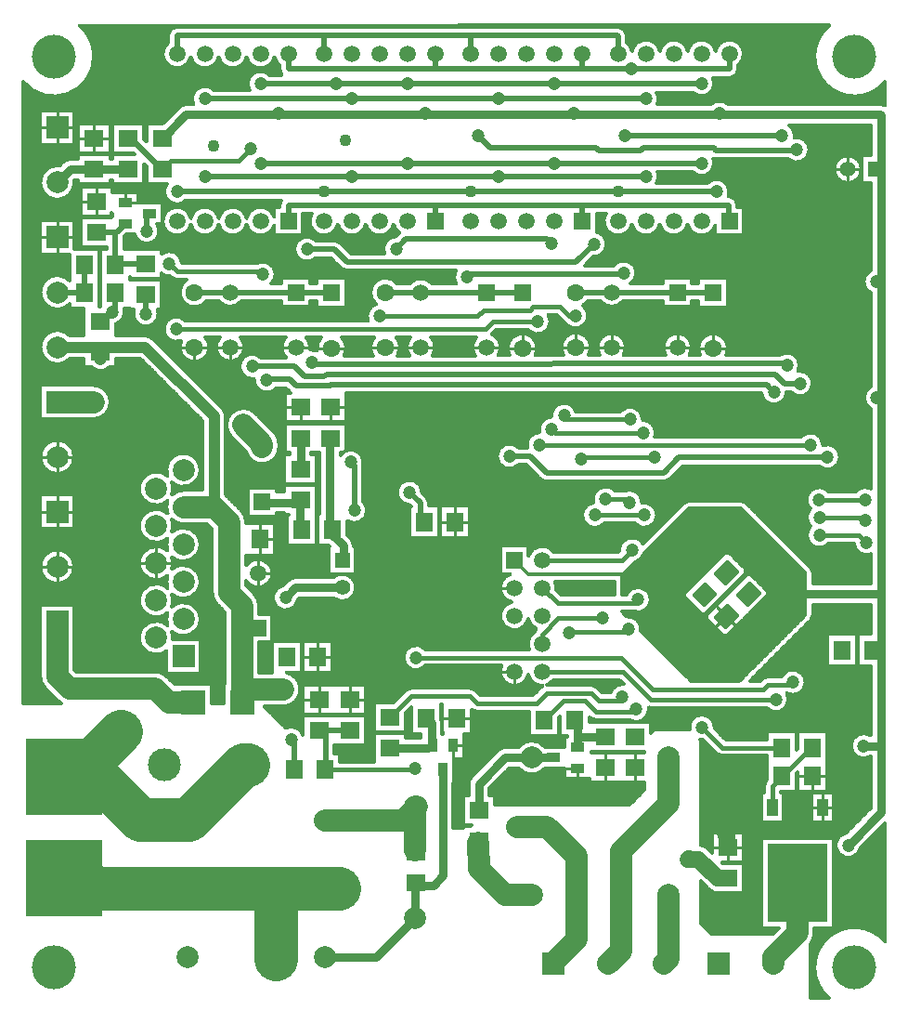
<source format=gbl>
%FSLAX43Y43*%
%MOMM*%
G71*
G01*
G75*
G04 Layer_Physical_Order=2*
%ADD10C,0.300*%
%ADD11C,0.075*%
%ADD12R,0.600X2.200*%
%ADD13R,0.600X2.200*%
%ADD14R,1.800X1.600*%
%ADD15R,1.600X1.800*%
%ADD16R,1.300X0.850*%
%ADD17R,3.500X0.600*%
%ADD18R,1.600X1.000*%
%ADD19R,5.400X5.500*%
%ADD20C,0.254*%
%ADD21C,0.250*%
%ADD22C,0.400*%
%ADD23C,0.500*%
%ADD24C,2.000*%
%ADD25C,1.000*%
%ADD26C,0.600*%
%ADD27C,0.700*%
%ADD28C,1.500*%
%ADD29C,4.000*%
%ADD30C,0.800*%
%ADD31C,2.000*%
%ADD32R,2.000X2.000*%
%ADD33C,1.500*%
%ADD34R,1.500X1.500*%
%ADD35R,1.600X1.600*%
%ADD36C,1.600*%
%ADD37C,4.000*%
%ADD38R,7.000X7.000*%
%ADD39C,3.000*%
%ADD40C,1.500*%
%ADD41C,1.400*%
%ADD42R,1.400X1.400*%
%ADD43C,1.100*%
%ADD44C,1.200*%
%ADD45R,5.500X7.100*%
%ADD46R,1.000X1.600*%
%ADD47R,1.600X1.800*%
%ADD48R,0.850X1.300*%
%ADD49R,2.300X2.300*%
D10*
X74161Y89302D02*
G03*
X79300Y84159I2339J-2802D01*
G01*
Y82029D02*
G03*
X78880Y82127I-420J-852D01*
G01*
X79300Y82029D02*
G03*
X78880Y82127I-420J-852D01*
G01*
X71032Y79302D02*
G03*
X70566Y80227I-1150J0D01*
G01*
X71015Y79107D02*
G03*
X71032Y79302I-1133J195D01*
G01*
X77138Y76208D02*
G03*
X77138Y76208I-1250J0D01*
G01*
X72382Y77977D02*
G03*
X71015Y79107I-1150J0D01*
G01*
X70431Y77152D02*
G03*
X72382Y77977I801J825D01*
G01*
X66397Y86709D02*
G03*
X63827Y86987I-1300J0D01*
G01*
X65897Y85685D02*
G03*
X66397Y86709I-800J1025D01*
G01*
X65908Y85326D02*
G03*
X65897Y85460I-800J0D01*
G01*
X65908Y85326D02*
G03*
X65897Y85460I-800J0D01*
G01*
X65108Y84526D02*
G03*
X65908Y85326I0J800D01*
G01*
X65108Y84526D02*
G03*
X65908Y85326I0J800D01*
G01*
X63827Y86987D02*
G03*
X61287Y86987I-1270J-278D01*
G01*
G03*
X58747Y86987I-1270J-278D01*
G01*
X63707Y84001D02*
G03*
X63580Y84526I-1150J0D01*
G01*
X61731Y83201D02*
G03*
X63707Y84001I826J800D01*
G01*
X65833Y72954D02*
G03*
X65033Y73754I-800J0D01*
G01*
X64985Y82127D02*
G03*
X63382Y82127I-801J-825D01*
G01*
X63616Y77198D02*
G03*
X63884Y77152I267J754D01*
G01*
X63616Y77198D02*
G03*
X63884Y77152I267J754D01*
G01*
X63707Y76751D02*
G03*
X63616Y77198I-1150J0D01*
G01*
X65003Y73754D02*
G03*
X65084Y74178I-1069J424D01*
G01*
G03*
X63107Y74978I-1150J0D01*
G01*
X61731Y75951D02*
G03*
X63707Y76751I826J800D01*
G01*
X78005Y67005D02*
G03*
X78005Y64911I475J-1047D01*
G01*
X71348Y57821D02*
G03*
X71482Y58360I-1016J539D01*
G01*
G03*
X69682Y59308I-1150J0D01*
G01*
X65833Y72954D02*
G03*
X65033Y73754I-800J0D01*
G01*
X78005Y56434D02*
G03*
X78005Y54388I525J-1023D01*
G01*
X72682Y56685D02*
G03*
X71348Y57821I-1150J0D01*
G01*
X70706Y55885D02*
G03*
X72682Y56685I826J800D01*
G01*
X68017Y55786D02*
G03*
X70306Y55885I1140J150D01*
G01*
X73631Y51087D02*
G03*
X71610Y51837I-1150J0D01*
G01*
X75181Y49987D02*
G03*
X73631Y51065I-1150J0D01*
G01*
X73230Y49162D02*
G03*
X75181Y49987I801J825D01*
G01*
X78005Y47098D02*
G03*
X76583Y46838I-550J-1010D01*
G01*
X74153D02*
G03*
X72468Y45275I-872J-750D01*
G01*
X66653Y45783D02*
G03*
X66158Y45988I-495J-495D01*
G01*
X66653Y45783D02*
G03*
X66158Y45988I-495J-495D01*
G01*
X61287Y71192D02*
G03*
X63797Y71079I1270J278D01*
G01*
X58747Y71192D02*
G03*
X61287Y71192I1270J278D01*
G01*
X64811Y59297D02*
G03*
X64957Y59909I-1203J612D01*
G01*
G03*
X62407Y59291I-1350J0D01*
G01*
X61657Y59991D02*
G03*
X59267Y59284I-1300J0D01*
G01*
X61451Y59289D02*
G03*
X61657Y59991I-1094J702D01*
G01*
X61409Y45988D02*
G03*
X60914Y45783I0J-700D01*
G01*
X61409Y45988D02*
G03*
X60914Y45783I0J-700D01*
G01*
X58627Y82632D02*
G03*
X58477Y83201I-1150J0D01*
G01*
X58747Y86987D02*
G03*
X56207Y86987I-1270J-278D01*
G01*
X58510Y82127D02*
G03*
X58627Y82632I-1033J506D01*
G01*
Y75546D02*
G03*
X58553Y75951I-1150J0D01*
G01*
X58477Y74978D02*
G03*
X58627Y75546I-1000J569D01*
G01*
X55488Y88950D02*
G03*
X54921Y89185I-567J-565D01*
G01*
X55737Y88369D02*
G03*
X55503Y88935I-800J0D01*
G01*
X55737Y88369D02*
G03*
X55502Y88936I-800J0D01*
G01*
X55487Y88951D02*
G03*
X54921Y89185I-566J-566D01*
G01*
X56207Y86987D02*
G03*
X55737Y87734I-1270J-278D01*
G01*
X56207Y71192D02*
G03*
X58747Y71192I1270J278D01*
G01*
X56611Y66755D02*
G03*
X54530Y67430I-1150J0D01*
G01*
X56085Y65789D02*
G03*
X56611Y66755I-624J966D01*
G01*
X41624Y89185D02*
G03*
X41523Y89192I-101J-794D01*
G01*
X41624Y89185D02*
G03*
X41523Y89192I-101J-794D01*
G01*
X53832Y72154D02*
G03*
X56207Y71192I1105J-685D01*
G01*
X53887Y69380D02*
G03*
X52989Y70502I-1150J0D01*
G01*
X52718Y68230D02*
G03*
X53887Y69380I18J1150D01*
G01*
X53334Y64189D02*
G03*
X55381Y64189I1023J802D01*
G01*
X51733Y63793D02*
G03*
X52195Y64189I-625J1196D01*
G01*
X52212Y62859D02*
G03*
X51733Y63793I-1150J0D01*
G01*
X40129Y66955D02*
G03*
X40170Y65787I1010J-550D01*
G01*
X48763Y62309D02*
G03*
X48578Y62934I-1150J0D01*
G01*
X37987Y65787D02*
G03*
X35936Y65785I-1025J-800D01*
G01*
X55442Y59275D02*
G03*
X55657Y59991I-1085J717D01*
G01*
G03*
X53276Y59269I-1300J0D01*
G01*
X50113Y62209D02*
G03*
X52212Y62859I948J650D01*
G01*
X49957Y62329D02*
G03*
X50113Y62209I530J530D01*
G01*
X49957Y62329D02*
G03*
X50113Y62209I530J530D01*
G01*
X52248Y59267D02*
G03*
X52457Y59989I-1141J722D01*
G01*
G03*
X49970Y59262I-1350J0D01*
G01*
X57186Y53411D02*
G03*
X55164Y54161I-1150J0D01*
G01*
X58298Y51837D02*
G03*
X58360Y52212I-1087J375D01*
G01*
X59085Y47738D02*
G03*
X59652Y47973I0J800D01*
G01*
X59085Y47738D02*
G03*
X59651Y47972I0J800D01*
G01*
X58360Y52212D02*
G03*
X57185Y53361I-1150J0D01*
G01*
X57111Y45863D02*
G03*
X55491Y46913I-1150J0D01*
G01*
X51090Y54161D02*
G03*
X48867Y53661I-1078J-400D01*
G01*
X47847Y47972D02*
G03*
X48413Y47738I566J566D01*
G01*
X47846Y47973D02*
G03*
X48413Y47738I567J565D01*
G01*
X54683Y46913D02*
G03*
X52709Y45834I-872J-750D01*
G01*
X46741Y61559D02*
G03*
X48763Y62309I872J750D01*
G01*
X47562Y59905D02*
G03*
X45032Y59250I-1350J0D01*
G01*
X47396Y59255D02*
G03*
X47562Y59905I-1184J649D01*
G01*
X44262Y59987D02*
G03*
X43455Y61190I-1300J0D01*
G01*
X42022Y60884D02*
G03*
X41897Y59242I941J-897D01*
G01*
X38262Y59987D02*
G03*
X37903Y60884I-1300J0D01*
G01*
X44032Y59247D02*
G03*
X44262Y59987I-1069J739D01*
G01*
X35062Y59985D02*
G03*
X34719Y60884I-1350J0D01*
G01*
X48867Y53661D02*
G03*
X47771Y52237I21J-1150D01*
G01*
G03*
X46635Y50862I-8J-1150D01*
G01*
X45865D02*
G03*
X45865Y49262I-826J-800D01*
G01*
X38022Y59233D02*
G03*
X38262Y59987I-1059J754D01*
G01*
X36022Y60884D02*
G03*
X35907Y59228I941J-897D01*
G01*
X34829Y59226D02*
G03*
X35062Y59985I-1116J759D01*
G01*
X37691Y45786D02*
G03*
X37456Y46351I-800J0D01*
G01*
X37691Y45786D02*
G03*
X37455Y46352I-800J0D01*
G01*
X37066Y46760D02*
G03*
X35934Y45611I-1150J0D01*
G01*
X76435Y42114D02*
G03*
X78005Y41145I1146J100D01*
G01*
X72468Y45275D02*
G03*
X72492Y43676I839J-787D01*
G01*
G03*
X74178Y42114I814J-812D01*
G01*
X72707Y39440D02*
G03*
X72502Y39935I-700J0D01*
G01*
X72707Y39440D02*
G03*
X72502Y39935I-700J0D01*
G01*
Y35096D02*
G03*
X72707Y35591I-495J495D01*
G01*
X72502Y35096D02*
G03*
X72707Y35591I-495J495D01*
G01*
X77978Y24619D02*
G03*
X77978Y22719I-648J-950D01*
G01*
X70335Y28456D02*
G03*
X72032Y29467I547J1012D01*
G01*
G03*
X69872Y30017I-1150J0D01*
G01*
X68632D02*
G03*
X68102Y29798I0J-750D01*
G01*
X68632Y30017D02*
G03*
X68102Y29798I0J-750D01*
G01*
X70482Y27893D02*
G03*
X70335Y28456I-1150J0D01*
G01*
X68460Y27143D02*
G03*
X70482Y27893I872J750D01*
G01*
X63734Y25368D02*
G03*
X61451Y25169I-1150J0D01*
G01*
X63916Y22976D02*
G03*
X64446Y22757I530J530D01*
G01*
X63916Y22976D02*
G03*
X64446Y22757I530J530D01*
G01*
X75717Y15751D02*
G03*
X77061Y14408I213J-1130D01*
G01*
X79300Y5841D02*
G03*
X74159Y700I-2800J-2341D01*
G01*
X72456Y5559D02*
G03*
X72850Y6592I-1156J1032D01*
G01*
X72456Y5559D02*
G03*
X72850Y6592I-1156J1032D01*
G01*
X68485Y20565D02*
G03*
X68265Y20034I530J-530D01*
G01*
X68485Y20565D02*
G03*
X68265Y20034I530J-530D01*
G01*
X63104Y10685D02*
G03*
X63530Y10402I919J919D01*
G01*
X63103Y10687D02*
G03*
X63530Y10402I920J918D01*
G01*
X58485Y44689D02*
G03*
X57110Y45816I-1150J0D01*
G01*
X56464Y43939D02*
G03*
X58485Y44689I872J750D01*
G01*
X57220Y42090D02*
G03*
X55064Y41453I-1010J-550D01*
G01*
X52709Y45834D02*
G03*
X53683Y43939I102J-1145D01*
G01*
X55456Y29287D02*
G03*
X54258Y28543I-120J-1144D01*
G01*
X53017Y28998D02*
G03*
X52487Y29218I-530J-530D01*
G01*
X53017Y28998D02*
G03*
X52487Y29218I-530J-530D01*
G01*
X49309Y37839D02*
G03*
X49328Y38059I-1281J221D01*
G01*
G03*
X49203Y38615I-1300J0D01*
G01*
X49090Y41349D02*
G03*
X46788Y40990I-1062J-750D01*
G01*
X47478Y34341D02*
G03*
X47316Y34067I550J-510D01*
G01*
X47478Y34341D02*
G03*
X47316Y34067I550J-510D01*
G01*
X48473Y29218D02*
G03*
X49090Y29689I-445J1221D01*
G01*
X48081Y29140D02*
G03*
X47882Y28998I332J-673D01*
G01*
X48081Y29140D02*
G03*
X47882Y28998I332J-673D01*
G01*
X46758Y35242D02*
G03*
X47478Y34341I1270J278D01*
G01*
X47316Y34067D02*
G03*
X46833Y32467I712J-1088D01*
G01*
X45210Y36789D02*
G03*
X46758Y35242I278J-1270D01*
G01*
X45097Y39299D02*
G03*
X45210Y36789I390J-1240D01*
G01*
X44300Y30967D02*
G03*
X46758Y30162I1188J-528D01*
G01*
G03*
X48081Y29140I1270J278D01*
G01*
X37387Y32467D02*
G03*
X37387Y30967I-872J-750D01*
G01*
X57722Y27167D02*
G03*
X57910Y27143I188J726D01*
G01*
X57722Y27167D02*
G03*
X57910Y27143I188J726D01*
G01*
X57736Y26993D02*
G03*
X57722Y27167I-1150J0D01*
G01*
X62423Y24230D02*
G03*
X62670Y24222I161J1139D01*
G01*
X56668Y25846D02*
G03*
X57736Y26993I-83J1147D01*
G01*
X55976Y26018D02*
G03*
X56503Y25846I610J975D01*
G01*
X52381Y26238D02*
G03*
X52911Y26018I530J530D01*
G01*
X52381Y26238D02*
G03*
X52911Y26018I530J530D01*
G01*
X63205Y14262D02*
G03*
X62459Y14632I-920J-918D01*
G01*
X63203Y14263D02*
G03*
X62459Y14632I-919J-919D01*
G01*
X48282Y23566D02*
G03*
X45845Y23550I-1212J-966D01*
G01*
X44672D02*
G03*
X44000Y23272I0J-950D01*
G01*
X44672Y23550D02*
G03*
X44000Y23272I0J-950D01*
G01*
X41970Y28723D02*
G03*
X41439Y28943I-530J-530D01*
G01*
X41970Y28723D02*
G03*
X41439Y28943I-530J-530D01*
G01*
X41611Y26965D02*
G03*
X42089Y26793I478J578D01*
G01*
X41611Y26965D02*
G03*
X42089Y26793I478J578D01*
G01*
X38865Y25745D02*
G03*
X38811Y26061I-950J0D01*
G01*
X38865Y25745D02*
G03*
X38811Y26061I-950J0D01*
G01*
X36080Y28943D02*
G03*
X35550Y28723I0J-750D01*
G01*
X36080Y28943D02*
G03*
X35550Y28723I0J-750D01*
G01*
X45845Y21650D02*
G03*
X48267Y21616I1225J950D01*
G01*
X41593Y20865D02*
G03*
X41315Y20204I672J-672D01*
G01*
X41593Y20865D02*
G03*
X41315Y20204I672J-672D01*
G01*
X23603Y86432D02*
G03*
X24073Y85685I1270J278D01*
G01*
Y85330D02*
G03*
X24273Y84801I800J0D01*
G01*
X24073Y85330D02*
G03*
X24273Y84801I800J0D01*
G01*
X24232Y73378D02*
G03*
X24073Y72899I641J-478D01*
G01*
X24232Y73378D02*
G03*
X24073Y72899I641J-478D01*
G01*
X34471Y71192D02*
G03*
X35004Y70399I1270J278D01*
G01*
X31931Y71192D02*
G03*
X34471Y71192I1270J278D01*
G01*
X29391Y71191D02*
G03*
X31931Y71192I1270J278D01*
G01*
X27016Y72154D02*
G03*
X29391Y71191I1105J-685D01*
G01*
X21063Y86432D02*
G03*
X23603Y86432I1270J278D01*
G01*
X18523Y86432D02*
G03*
X21063Y86432I1270J278D01*
G01*
X23159Y84801D02*
G03*
X21333Y83432I-826J-800D01*
G01*
X15983Y86432D02*
G03*
X18523Y86432I1270J278D01*
G01*
X13913Y87734D02*
G03*
X15983Y86432I800J-1025D01*
G01*
X23573Y71860D02*
G03*
X21063Y71747I-1240J-390D01*
G01*
G03*
X18523Y71747I-1270J-278D01*
G01*
X21063Y71192D02*
G03*
X23573Y71079I1270J278D01*
G01*
X18523Y71192D02*
G03*
X21063Y71192I1270J278D01*
G01*
X18079Y83432D02*
G03*
X16220Y82127I-826J-800D01*
G01*
X18523Y71747D02*
G03*
X15983Y71747I-1270J-278D01*
G01*
G03*
X15983Y71192I-1270J-278D01*
G01*
G03*
X18523Y71192I1270J278D01*
G01*
X34710Y70105D02*
G03*
X33613Y68555I-18J-1150D01*
G01*
X29677Y67189D02*
G03*
X30242Y66955I566J566D01*
G01*
X29676Y67190D02*
G03*
X30242Y66955I567J565D01*
G01*
X34800Y65785D02*
G03*
X32886Y63918I-1087J-800D01*
G01*
X29640Y69488D02*
G03*
X29074Y69724I-567J-565D01*
G01*
X29639Y69489D02*
G03*
X29074Y69724I-566J-566D01*
G01*
X27388D02*
G03*
X27388Y68124I-826J-800D01*
G01*
X32886Y63918D02*
G03*
X32123Y62384I306J-1109D01*
G01*
X32706Y60884D02*
G03*
X32600Y59220I1007J-899D01*
G01*
X29972Y59214D02*
G03*
X30162Y59905I-1160J691D01*
G01*
G03*
X29742Y60884I-1350J0D01*
G01*
X27883D02*
G03*
X27480Y59685I929J-979D01*
G01*
G03*
X26844Y59769I-462J-1053D01*
G01*
G03*
X26862Y59987I-1282J218D01*
G01*
G03*
X26503Y60884I-1300J0D01*
G01*
X23694Y66655D02*
G03*
X21934Y67630I-1150J0D01*
G01*
X23298Y65787D02*
G03*
X23694Y66655I-754J868D01*
G01*
X15598Y66130D02*
G03*
X17401Y64187I715J-1145D01*
G01*
X18538D02*
G03*
X20587Y64187I1025J800D01*
G01*
X24622Y60884D02*
G03*
X24677Y59035I941J-897D01*
G01*
X20862Y59987D02*
G03*
X20503Y60884I-1300J0D01*
G01*
X18622D02*
G03*
X20862Y59987I941J-897D01*
G01*
X22396Y59035D02*
G03*
X21748Y57099I-826J-800D01*
G01*
X17662Y59985D02*
G03*
X17319Y60884I-1350J0D01*
G01*
X15099Y60577D02*
G03*
X17662Y59985I1213J-592D01*
G01*
X14713Y89192D02*
G03*
X13913Y88392I0J-800D01*
G01*
X14713Y89192D02*
G03*
X13913Y88392I0J-800D01*
G01*
X15552Y82127D02*
G03*
X14881Y81848I0J-950D01*
G01*
X15552Y82127D02*
G03*
X14881Y81848I0J-950D01*
G01*
X13784Y74855D02*
G03*
X15539Y73378I930J-677D01*
G01*
X7150Y86500D02*
G03*
X5841Y89300I-3650J0D01*
G01*
X700Y84159D02*
G03*
X7150Y86500I2800J2341D01*
G01*
X5350Y74997D02*
G03*
X5338Y75192I-1550J0D01*
G01*
X4990Y77138D02*
G03*
X4319Y76859I0J-950D01*
G01*
X4990Y77138D02*
G03*
X4319Y76859I0J-950D01*
G01*
X3994Y76535D02*
G03*
X5350Y74997I-194J-1538D01*
G01*
X15171Y67630D02*
G03*
X13317Y68514I-1150J-25D01*
G01*
Y66696D02*
G03*
X14107Y66458I704J909D01*
G01*
X14216Y66350D02*
G03*
X14752Y66130I530J530D01*
G01*
X14216Y66350D02*
G03*
X14746Y66130I530J530D01*
G01*
X14216Y66350D02*
G03*
X14746Y66130I530J530D01*
G01*
X13097Y70579D02*
G03*
X12903Y71219I-1150J0D01*
G01*
X10840Y70269D02*
G03*
X13097Y70579I1107J311D01*
G01*
X13022Y63031D02*
G03*
X12951Y63430I-1150J0D01*
G01*
X9965Y63189D02*
G03*
X9911Y63536I-1150J0D01*
G01*
X15518Y62384D02*
G03*
X15099Y60577I-872J-750D01*
G01*
X10793Y63430D02*
G03*
X13022Y63031I1079J-398D01*
G01*
X9130Y62083D02*
G03*
X9965Y63189I-315J1106D01*
G01*
X12549Y60740D02*
G03*
X11805Y61049I-744J-741D01*
G01*
X12548Y60741D02*
G03*
X11805Y61049I-742J-742D01*
G01*
X4936Y66052D02*
G03*
X4936Y63946I-1137J-1053D01*
G01*
X4939Y61049D02*
G03*
X4939Y58949I-1140J-1050D01*
G01*
X6950Y58155D02*
G03*
X8546Y58155I798J828D01*
G01*
X31689Y49256D02*
G03*
X31717Y49510I-1122J253D01*
G01*
G03*
X30130Y50574I-1150J0D01*
G01*
G03*
X29787Y50355I437J-1064D01*
G01*
G03*
X29618Y50159I780J-845D01*
G01*
X32042Y45111D02*
G03*
X31692Y45937I-1150J0D01*
G01*
X30236Y44166D02*
G03*
X32042Y45111I656J945D01*
G01*
X30816Y41939D02*
G03*
X30537Y42610I-950J0D01*
G01*
X30816Y41939D02*
G03*
X30537Y42610I-950J0D01*
G01*
X21748Y57099D02*
G03*
X23766Y56260I1147J-89D01*
G01*
X24031Y51197D02*
G03*
X23577Y52293I-1550J0D01*
G01*
X24031Y51197D02*
G03*
X23577Y52294I-1550J0D01*
G01*
X20979Y50507D02*
G03*
X24031Y50891I1502J384D01*
G01*
X21866Y54005D02*
G03*
X19674Y51813I-1096J-1096D01*
G01*
X19170Y53684D02*
G03*
X18863Y54426I-1050J0D01*
G01*
X19170Y53684D02*
G03*
X18862Y54427I-1050J0D01*
G01*
X21020Y44061D02*
G03*
X20566Y45157I-1550J0D01*
G01*
X21020Y44061D02*
G03*
X20566Y45157I-1550J0D01*
G01*
X31042Y38089D02*
G03*
X29792Y39339I-1250J0D01*
G01*
X28988Y37131D02*
G03*
X31042Y38089I803J958D01*
G01*
X29792Y39339D02*
G03*
X28970Y39031I0J-1250D01*
G01*
X25537D02*
G03*
X24865Y38753I0J-950D01*
G01*
X25537Y39031D02*
G03*
X24865Y38753I0J-950D01*
G01*
X24405Y38293D02*
G03*
X25749Y36949I213J-1130D01*
G01*
X23407Y39399D02*
G03*
X21020Y40111I-1300J0D01*
G01*
Y38686D02*
G03*
X23407Y39399I1087J713D01*
G01*
X22198Y36460D02*
G03*
X21744Y37556I-1550J0D01*
G01*
X22198Y36460D02*
G03*
X21744Y37556I-1550J0D01*
G01*
X25969Y28818D02*
G03*
X24710Y30340I-1550J0D01*
G01*
X24419Y27268D02*
G03*
X25969Y28818I0J1550D01*
G01*
X26217Y24681D02*
G03*
X24636Y25301I-1074J-412D01*
G01*
X16854Y48820D02*
G03*
X13861Y48253I-1550J0D01*
G01*
X14247Y47686D02*
G03*
X16854Y48820I1057J1133D01*
G01*
X14354Y47120D02*
G03*
X14247Y47686I-1550J0D01*
G01*
Y46553D02*
G03*
X14354Y47120I-1443J567D01*
G01*
X15304Y46970D02*
G03*
X14247Y46553I0J-1550D01*
G01*
X13861Y48253D02*
G03*
X13861Y45986I-1057J-1133D01*
G01*
X15304Y46970D02*
G03*
X14247Y46553I0J-1550D01*
G01*
X14247Y44286D02*
G03*
X15304Y43870I1057J1133D01*
G01*
X14247Y44286D02*
G03*
X15304Y43870I1057J1133D01*
G01*
X14354Y43720D02*
G03*
X14247Y44286I-1550J0D01*
G01*
X13861Y45986D02*
G03*
X13861Y44853I1443J-567D01*
G01*
X13861Y45986D02*
G03*
X13861Y44853I1443J-567D01*
G01*
G03*
X13861Y42586I-1057J-1133D01*
G01*
X16854Y42020D02*
G03*
X14247Y43153I-1550J0D01*
G01*
X14247Y40886D02*
G03*
X16854Y42020I1057J1133D01*
G01*
X14247Y43153D02*
G03*
X14354Y43720I-1443J567D01*
G01*
X13861Y42586D02*
G03*
X13861Y41453I1443J-567D01*
G01*
X8648Y54997D02*
G03*
X7098Y56547I-1550J0D01*
G01*
Y53447D02*
G03*
X8648Y54997I0J1550D01*
G01*
X5350Y49997D02*
G03*
X5350Y49997I-1550J0D01*
G01*
X16854Y38620D02*
G03*
X14247Y39753I-1550J0D01*
G01*
X17920Y37638D02*
G03*
X18374Y36542I1550J0D01*
G01*
X17920Y37638D02*
G03*
X18374Y36542I1550J0D01*
G01*
X14247Y37486D02*
G03*
X16854Y38620I1057J1133D01*
G01*
X16854Y35220D02*
G03*
X14247Y36353I-1550J0D01*
G01*
X14354Y40320D02*
G03*
X14247Y40886I-1550J0D01*
G01*
X14247Y39753D02*
G03*
X14354Y40320I-1443J567D01*
G01*
X13861Y39186D02*
G03*
X13861Y38053I1443J-567D01*
G01*
X14354Y36920D02*
G03*
X14247Y37486I-1550J0D01*
G01*
X14247Y36353D02*
G03*
X14354Y36920I-1443J567D01*
G01*
X14247Y34086D02*
G03*
X16854Y35220I1057J1133D01*
G01*
X13861Y35786D02*
G03*
X13861Y34653I1443J-567D01*
G01*
X14354Y33520D02*
G03*
X14247Y34086I-1550J0D01*
G01*
X14347Y33370D02*
G03*
X14354Y33520I-1543J150D01*
G01*
X13806Y29998D02*
G03*
X12710Y30452I-1096J-1096D01*
G01*
X13806Y29998D02*
G03*
X12710Y30452I-1096J-1096D01*
G01*
X13861Y41453D02*
G03*
X13861Y39186I-1057J-1133D01*
G01*
X13861Y38053D02*
G03*
X13861Y35786I-1057J-1133D01*
G01*
X5350Y39997D02*
G03*
X5350Y39997I-1550J0D01*
G01*
X13861Y34653D02*
G03*
X13754Y32295I-1057J-1133D01*
G01*
X3799Y27806D02*
G03*
X4150Y27543I1096J1096D01*
G01*
X3799Y27806D02*
G03*
X4150Y27543I1096J1096D01*
G01*
X2250Y29997D02*
G03*
X2704Y28901I1550J0D01*
G01*
X2250Y29997D02*
G03*
X2704Y28901I1550J0D01*
G01*
X2250Y29997D02*
G03*
X2704Y28901I1550J0D01*
G01*
X56567Y40446D02*
G03*
X57304Y41183I-356J1093D01*
G01*
X57910Y36991D02*
G03*
X55692Y37416I-1150J0D01*
G01*
X56352Y35916D02*
G03*
X57910Y36991I409J1075D01*
G01*
X57027Y34175D02*
G03*
X57036Y34316I-1141J142D01*
G01*
G03*
X55744Y35457I-1150J0D01*
G01*
X79154Y83995D02*
X79300D01*
X79056Y83895D02*
X79300D01*
X78950Y83795D02*
X79300D01*
X78835Y83695D02*
X79300D01*
X78709Y83595D02*
X79300D01*
X78571Y83495D02*
X79300D01*
X79174Y82080D02*
Y84015D01*
X79074Y82107D02*
Y83912D01*
X78974Y82122D02*
Y83816D01*
X78418Y83395D02*
X79300D01*
X78246Y83295D02*
X79300D01*
X78048Y83195D02*
X79300D01*
X79274Y82041D02*
Y84127D01*
X79300Y82029D02*
Y84159D01*
X78874Y82127D02*
Y83727D01*
X78774Y82127D02*
Y83645D01*
X78674Y82127D02*
Y83568D01*
X78574Y82127D02*
Y83496D01*
X78474Y82127D02*
Y83430D01*
X78374Y82127D02*
Y83368D01*
X78274Y82127D02*
Y83310D01*
X78174Y82127D02*
Y83256D01*
X78074Y82127D02*
Y83207D01*
X77814Y83095D02*
X79300D01*
X77974Y82127D02*
Y83161D01*
X77874Y82127D02*
Y83118D01*
X77774Y82127D02*
Y83079D01*
X77517Y82995D02*
X79300D01*
X77674Y82127D02*
Y83044D01*
X77574Y82127D02*
Y83011D01*
X75174Y82127D02*
Y83100D01*
X75374Y82127D02*
Y83028D01*
X75274Y82127D02*
Y83062D01*
X74774Y82127D02*
Y83284D01*
X74674Y82127D02*
Y83340D01*
X74574Y82127D02*
Y83400D01*
X75074Y82127D02*
Y83140D01*
X74974Y82127D02*
Y83185D01*
X74874Y82127D02*
Y83232D01*
X74274Y82127D02*
Y83608D01*
X74174Y82127D02*
Y83688D01*
X74074Y82127D02*
Y83773D01*
X74474Y82127D02*
Y83464D01*
X74374Y82127D02*
Y83533D01*
X77474Y82127D02*
Y82982D01*
X77374Y82127D02*
Y82956D01*
X77274Y82127D02*
Y82933D01*
X79125Y82095D02*
X79300D01*
X77174Y82127D02*
Y82913D01*
X77068Y82895D02*
X79300D01*
X77074Y82127D02*
Y82895D01*
X76974Y82127D02*
Y82881D01*
X76874Y82127D02*
Y82869D01*
X76774Y82127D02*
Y82860D01*
X76674Y82127D02*
Y82854D01*
X76574Y82127D02*
Y82851D01*
X76474Y82127D02*
Y82850D01*
X76374Y82127D02*
Y82852D01*
X76274Y82127D02*
Y82857D01*
X76174Y82127D02*
Y82865D01*
X76074Y82127D02*
Y82875D01*
X75774Y82127D02*
Y82923D01*
X75974Y82127D02*
Y82888D01*
X75874Y82127D02*
Y82904D01*
X70607Y80195D02*
X78005D01*
X70716Y80095D02*
X78005D01*
X70566Y80227D02*
X78005D01*
X70868Y79895D02*
X78005D01*
X70921Y79795D02*
X78005D01*
X70800Y79995D02*
X78005D01*
X75674Y82127D02*
Y82945D01*
X75574Y82127D02*
Y82970D01*
X75474Y82127D02*
Y82997D01*
X70994Y79595D02*
X78005D01*
X70963Y79695D02*
X78005D01*
X71016Y79495D02*
X78005D01*
X71028Y79395D02*
X78005D01*
X71032Y79295D02*
X78005D01*
X71505Y79095D02*
X78005D01*
X71768Y78995D02*
X78005D01*
X71027Y79195D02*
X78005D01*
X72041Y78795D02*
X78005D01*
X72131Y78695D02*
X78005D01*
X71926Y78895D02*
X78005D01*
X72259Y78495D02*
X78005D01*
X72202Y78595D02*
X78005D01*
X73974Y89134D02*
Y89302D01*
X73874Y89035D02*
Y89302D01*
X73774Y88927D02*
Y89302D01*
X73674Y88809D02*
Y89302D01*
X73574Y88681D02*
Y89302D01*
X73474Y88540D02*
Y89302D01*
X73374Y88384D02*
Y89302D01*
X73274Y88207D02*
Y89302D01*
X73174Y88002D02*
Y89302D01*
X73074Y87758D02*
Y89302D01*
X72974Y87442D02*
Y89302D01*
X72874Y86914D02*
Y89302D01*
X72774Y82127D02*
Y89302D01*
X72674Y82127D02*
Y89302D01*
X72574Y82127D02*
Y89302D01*
X72474Y82127D02*
Y89302D01*
X72374Y82127D02*
Y89302D01*
X72274Y82127D02*
Y89302D01*
X72174Y82127D02*
Y89302D01*
X72074Y82127D02*
Y89302D01*
X71974Y82127D02*
Y89302D01*
X71874Y82127D02*
Y89302D01*
X71774Y82127D02*
Y89302D01*
X71674Y82127D02*
Y89302D01*
X71574Y82127D02*
Y89302D01*
X71474Y82127D02*
Y89302D01*
X71374Y82127D02*
Y89302D01*
X71274Y82127D02*
Y89302D01*
X71174Y82127D02*
Y89302D01*
X71074Y82127D02*
Y89302D01*
X70974Y82127D02*
Y89302D01*
X70874Y82127D02*
Y89302D01*
X70774Y82127D02*
Y89302D01*
X70674Y82127D02*
Y89302D01*
X70574Y82127D02*
Y89302D01*
X70474Y82127D02*
Y89302D01*
X70374Y82127D02*
Y89302D01*
X70274Y82127D02*
Y89302D01*
X70174Y82127D02*
Y89302D01*
X70074Y82127D02*
Y89302D01*
X69974Y82127D02*
Y89302D01*
X69874Y82127D02*
Y89302D01*
X69774Y82127D02*
Y89302D01*
X69674Y82127D02*
Y89302D01*
X69574Y82127D02*
Y89302D01*
X73674Y82127D02*
Y84191D01*
X73574Y82127D02*
Y84319D01*
X73474Y82127D02*
Y84460D01*
X73974Y82127D02*
Y83866D01*
X73874Y82127D02*
Y83965D01*
X73774Y82127D02*
Y84073D01*
X73174Y82127D02*
Y84998D01*
X73074Y82127D02*
Y85242D01*
X72974Y82127D02*
Y85558D01*
X73374Y82127D02*
Y84616D01*
X73274Y82127D02*
Y84793D01*
X72874Y82127D02*
Y86086D01*
X72274Y78464D02*
Y80227D01*
X72174Y78637D02*
Y80227D01*
X71974Y78856D02*
Y80227D01*
X72074Y78761D02*
Y80227D01*
X71874Y78932D02*
Y80227D01*
X71774Y78992D02*
Y80227D01*
X71674Y79039D02*
Y80227D01*
X71574Y79076D02*
Y80227D01*
X71474Y79102D02*
Y80227D01*
X71374Y79119D02*
Y80227D01*
X69474Y82127D02*
Y89302D01*
X69374Y82127D02*
Y89302D01*
X69274Y82127D02*
Y89302D01*
X69174Y82127D02*
Y89302D01*
X69074Y82127D02*
Y89302D01*
X68974Y82127D02*
Y89302D01*
X68874Y82127D02*
Y89302D01*
X68774Y82127D02*
Y89302D01*
X68674Y82127D02*
Y89302D01*
X68574Y82127D02*
Y89302D01*
X68474Y82127D02*
Y89302D01*
X71274Y79127D02*
Y80227D01*
X71174Y79126D02*
Y80227D01*
X71074Y79117D02*
Y80227D01*
X70974Y79664D02*
Y80227D01*
X68374Y82127D02*
Y89302D01*
X68274Y82127D02*
Y89302D01*
X68174Y82127D02*
Y89302D01*
X70874Y79885D02*
Y80227D01*
X70774Y80029D02*
Y80227D01*
X78005Y77458D02*
Y80227D01*
X77974Y77458D02*
Y80227D01*
X77874Y77458D02*
Y80227D01*
X77774Y77458D02*
Y80227D01*
X77674Y77458D02*
Y80227D01*
X77138Y77458D02*
X78005D01*
X77574D02*
Y80227D01*
X77474Y77458D02*
Y80227D01*
X77374Y77458D02*
Y80227D01*
X77274Y77458D02*
Y80227D01*
X77174Y77458D02*
Y80227D01*
X76274Y77397D02*
Y80227D01*
X76974Y76829D02*
Y80227D01*
X77074Y76606D02*
Y80227D01*
X76874Y76978D02*
Y80227D01*
X76656Y77195D02*
X77138D01*
Y76208D02*
Y77458D01*
X76507Y77295D02*
X77138D01*
X76674Y77181D02*
Y80227D01*
X76774Y77091D02*
Y80227D01*
X76574Y77254D02*
Y80227D01*
X76474Y77313D02*
Y80227D01*
X76374Y77360D02*
Y80227D01*
X72337Y78295D02*
X78005D01*
X72361Y78195D02*
X78005D01*
X72303Y78395D02*
X78005D01*
X72376Y78095D02*
X78005D01*
X72382Y77995D02*
X78005D01*
X72379Y77895D02*
X78005D01*
X72367Y77795D02*
X78005D01*
X72346Y77695D02*
X78005D01*
X72316Y77595D02*
X78005D01*
X76282Y77395D02*
X77138D01*
X72275Y77495D02*
X78005D01*
X76174Y77425D02*
Y80227D01*
X76074Y77444D02*
Y80227D01*
X75974Y77455D02*
Y80227D01*
X75874Y77458D02*
Y80227D01*
X75774Y77453D02*
Y80227D01*
X75674Y77439D02*
Y80227D01*
X75574Y77418D02*
Y80227D01*
X75474Y77387D02*
Y80227D01*
X72223Y77395D02*
X75495D01*
X76933Y76895D02*
X77138D01*
X76992Y76795D02*
X77138D01*
X76860Y76995D02*
X77138D01*
X78005Y67005D02*
Y74958D01*
X77974Y66991D02*
Y74958D01*
X77138D02*
X78005D01*
X77028Y75695D02*
X77138D01*
Y74958D02*
Y76208D01*
X76978Y75595D02*
X77138D01*
X76915Y75495D02*
X77138D01*
X76838Y75395D02*
X77138D01*
X77874Y66935D02*
Y74958D01*
X77774Y66866D02*
Y74958D01*
X77674Y66778D02*
Y74958D01*
X77574Y66666D02*
Y74958D01*
X77474Y66515D02*
Y74958D01*
X77374Y66272D02*
Y74958D01*
X77074Y47173D02*
Y75810D01*
X76974Y47132D02*
Y75588D01*
X76874Y47080D02*
Y75439D01*
X77274Y47224D02*
Y74958D01*
X77174Y47203D02*
Y74958D01*
X76770Y77095D02*
X77138D01*
X76742Y75295D02*
X77138D01*
X76620Y75195D02*
X77138D01*
X76456Y75095D02*
X77138D01*
X76188Y74995D02*
X77138D01*
X76774Y47014D02*
Y75325D01*
X76674Y46932D02*
Y75235D01*
X76574Y46838D02*
Y75163D01*
X76474Y46838D02*
Y75103D01*
X76374Y46838D02*
Y75056D01*
X76274Y46838D02*
Y75019D01*
X76174Y46838D02*
Y74991D01*
X76074Y46838D02*
Y74972D01*
X75974Y46838D02*
Y74961D01*
X75874Y46838D02*
Y74958D01*
X75774Y46838D02*
Y74963D01*
X75474Y46838D02*
Y75029D01*
X75674Y46838D02*
Y74977D01*
X75574Y46838D02*
Y74998D01*
X75374Y77347D02*
Y80227D01*
X75274Y77296D02*
Y80227D01*
X75174Y77233D02*
Y80227D01*
X75074Y77156D02*
Y80227D01*
X74974Y77060D02*
Y80227D01*
X74874Y76938D02*
Y80227D01*
X74774Y76773D02*
Y80227D01*
X74674Y76502D02*
Y80227D01*
X73474Y51668D02*
Y80227D01*
X73274Y51921D02*
Y80227D01*
X73374Y51813D02*
Y80227D01*
X73174Y52005D02*
Y80227D01*
X74474Y51049D02*
Y80227D01*
X74574Y51001D02*
Y80227D01*
X74374Y51085D02*
Y80227D01*
X74274Y51111D02*
Y80227D01*
X74174Y51128D02*
Y80227D01*
X74074Y51136D02*
Y80227D01*
X73974Y51136D02*
Y80227D01*
X73874Y51126D02*
Y80227D01*
X73774Y51108D02*
Y80227D01*
X73674Y51080D02*
Y80227D01*
X73574Y51447D02*
Y80227D01*
X72374Y78115D02*
Y80227D01*
X72157Y77295D02*
X75270D01*
X72074Y77195D02*
X75121D01*
X71969Y77095D02*
X75007D01*
X70474Y59501D02*
Y77113D01*
X72074Y57700D02*
Y77194D01*
X70374Y59509D02*
Y77152D01*
X70274Y59509D02*
Y77152D01*
X70174Y59499D02*
Y77152D01*
X72974Y52126D02*
Y80227D01*
X73074Y52073D02*
Y80227D01*
X72874Y52168D02*
Y80227D01*
X72674Y56822D02*
Y80227D01*
X72774Y52199D02*
Y80227D01*
X72574Y57172D02*
Y80227D01*
X72374Y57469D02*
Y77840D01*
X72474Y57345D02*
Y80227D01*
X72274Y57564D02*
Y77490D01*
X72174Y57640D02*
Y77318D01*
X71974Y57747D02*
Y77099D01*
X71829Y76995D02*
X74917D01*
X71619Y76895D02*
X74844D01*
X71574Y57835D02*
Y76879D01*
X71374Y58848D02*
Y76836D01*
X71474Y58499D02*
Y76853D01*
X71274Y59020D02*
Y76828D01*
X70874Y59375D02*
Y76885D01*
X70974Y59314D02*
Y76857D01*
X70774Y59422D02*
Y76923D01*
X71174Y59144D02*
Y76829D01*
X71074Y59239D02*
Y76838D01*
X74974Y50646D02*
Y75356D01*
X75174Y50118D02*
Y75183D01*
X74874Y50770D02*
Y75478D01*
X75374Y46838D02*
Y75069D01*
X75274Y46838D02*
Y75120D01*
X75074Y50473D02*
Y75260D01*
X71874Y57784D02*
Y77023D01*
X71774Y57810D02*
Y76963D01*
X71674Y57827D02*
Y76916D01*
X74774Y50865D02*
Y75643D01*
X74674Y50941D02*
Y75914D01*
X70074Y59481D02*
Y77152D01*
X69974Y59453D02*
Y77152D01*
X69874Y59415D02*
Y77152D01*
X70674Y59458D02*
Y76972D01*
X70574Y59484D02*
Y77034D01*
X69774Y59365D02*
Y77152D01*
X69674Y59308D02*
Y77152D01*
X69574Y59308D02*
Y77152D01*
X69474Y59308D02*
Y77152D01*
X69374Y59308D02*
Y77152D01*
X69274Y59307D02*
Y77152D01*
X69174Y59307D02*
Y77152D01*
X69074Y59307D02*
Y77152D01*
X68974Y59307D02*
Y77152D01*
X68874Y59307D02*
Y77152D01*
X68774Y59306D02*
Y77152D01*
X68674Y59306D02*
Y77152D01*
X68574Y59306D02*
Y77152D01*
X68474Y59306D02*
Y77152D01*
X68374Y59305D02*
Y77152D01*
X68274Y59305D02*
Y77152D01*
X68174Y59305D02*
Y77152D01*
X66133Y87495D02*
X72988D01*
X66202Y87395D02*
X72961D01*
X66049Y87595D02*
X73018D01*
X66258Y87295D02*
X72938D01*
X66339Y87095D02*
X72899D01*
X66303Y87195D02*
X72917D01*
X66274Y87262D02*
Y89302D01*
X66374Y86955D02*
Y89302D01*
X66174Y87438D02*
Y89302D01*
X66074Y87567D02*
Y89302D01*
X66365Y86995D02*
X72884D01*
X65974Y87669D02*
Y89302D01*
X66384Y86895D02*
X72871D01*
X66394Y86795D02*
X72862D01*
X66397Y86695D02*
X72855D01*
X66392Y86595D02*
X72851D01*
X66379Y86495D02*
X72850D01*
X66358Y86395D02*
X72852D01*
X68074Y82127D02*
Y89302D01*
X67974Y82127D02*
Y89302D01*
X66329Y86295D02*
X72856D01*
X66291Y86195D02*
X72863D01*
X66243Y86095D02*
X72873D01*
X55440Y88995D02*
X73835D01*
X55541Y88895D02*
X73745D01*
X55291Y89095D02*
X73933D01*
X55615Y88795D02*
X73661D01*
X55705Y88595D02*
X73511D01*
X55668Y88695D02*
X73583D01*
X55727Y88495D02*
X73443D01*
X55737Y88395D02*
X73380D01*
X55737Y88295D02*
X73322D01*
X55737Y88195D02*
X73267D01*
X55737Y88095D02*
X73217D01*
X65292Y87995D02*
X73170D01*
X65631Y87895D02*
X73127D01*
X65945Y87695D02*
X73051D01*
X65813Y87795D02*
X73087D01*
X65774Y87819D02*
Y89302D01*
X65874Y87752D02*
Y89302D01*
X65674Y87874D02*
Y89302D01*
X65574Y87919D02*
Y89302D01*
X65474Y87953D02*
Y89302D01*
X66183Y85995D02*
X72885D01*
X65910Y85695D02*
X72940D01*
X65897Y85595D02*
X72964D01*
X65897Y85495D02*
X72991D01*
X65908Y85295D02*
X73055D01*
X65905Y85395D02*
X73021D01*
X66110Y85895D02*
X72901D01*
X66021Y85795D02*
X72919D01*
X65897Y85460D02*
Y85685D01*
X65782Y84895D02*
X73222D01*
X65707Y84795D02*
X73273D01*
X65600Y84695D02*
X73328D01*
X65433Y84595D02*
X73387D01*
X64908Y82195D02*
X79300D01*
X64764Y82295D02*
X79300D01*
X65898Y85195D02*
X73091D01*
X65874Y85095D02*
X73131D01*
X65837Y84995D02*
X73175D01*
X63707Y83995D02*
X73846D01*
X63702Y83895D02*
X73944D01*
X63688Y83795D02*
X74050D01*
X63665Y83695D02*
X74165D01*
X63633Y83595D02*
X74291D01*
X63589Y83495D02*
X74429D01*
X63596Y84495D02*
X73450D01*
X63669Y84295D02*
X73592D01*
X63637Y84395D02*
X73518D01*
X63690Y84195D02*
X73670D01*
X63703Y84095D02*
X73755D01*
X62871Y82895D02*
X75932D01*
X58616Y82795D02*
X79300D01*
X58625Y82695D02*
X79300D01*
X58626Y82595D02*
X79300D01*
X64541Y82395D02*
X79300D01*
X58619Y82495D02*
X79300D01*
X63534Y83395D02*
X74582D01*
X63464Y83295D02*
X74754D01*
X63377Y83195D02*
X74952D01*
X63265Y83095D02*
X75186D01*
X63113Y82995D02*
X75483D01*
X65374Y87979D02*
Y89302D01*
X65274Y87997D02*
Y89302D01*
X65174Y88007D02*
Y89302D01*
X65074Y88009D02*
Y89302D01*
X64974Y88003D02*
Y89302D01*
X64874Y87990D02*
Y89302D01*
X64774Y87968D02*
Y89302D01*
X64674Y87938D02*
Y89302D01*
X64574Y87899D02*
Y89302D01*
X64474Y87850D02*
Y89302D01*
X64374Y87789D02*
Y89302D01*
X63174Y87854D02*
Y89302D01*
X64274Y87715D02*
Y89302D01*
X64174Y87624D02*
Y89302D01*
X64074Y87511D02*
Y89302D01*
X63974Y87363D02*
Y89302D01*
X63874Y87149D02*
Y89302D01*
X63774Y87167D02*
Y89302D01*
X63574Y87520D02*
Y89302D01*
X63674Y87375D02*
Y89302D01*
X63474Y87631D02*
Y89302D01*
X63374Y87721D02*
Y89302D01*
X63274Y87794D02*
Y89302D01*
X63074Y87902D02*
Y89302D01*
X62974Y87941D02*
Y89302D01*
X62874Y87970D02*
Y89302D01*
X62774Y87991D02*
Y89302D01*
X62752Y87995D02*
X64902D01*
X62674Y88004D02*
Y89302D01*
X62574Y88009D02*
Y89302D01*
X62474Y88007D02*
Y89302D01*
X62374Y87996D02*
Y89302D01*
X62274Y87978D02*
Y89302D01*
X62174Y87951D02*
Y89302D01*
X62074Y87916D02*
Y89302D01*
X61974Y87871D02*
Y89302D01*
X61874Y87815D02*
Y89302D01*
X61774Y87747D02*
Y89302D01*
X61674Y87663D02*
Y89302D01*
X61574Y87559D02*
Y89302D01*
X61474Y87428D02*
Y89302D01*
X61374Y87247D02*
Y89302D01*
X61274Y87042D02*
Y89302D01*
X63593Y87495D02*
X64061D01*
X63580Y84526D02*
X65108D01*
X63509Y87595D02*
X64145D01*
X64474Y82414D02*
Y84526D01*
X64374Y82436D02*
Y84526D01*
X64274Y82448D02*
Y84526D01*
X63662Y87395D02*
X63992D01*
X63763Y87195D02*
X63891D01*
X63718Y87295D02*
X63936D01*
X63674Y84276D02*
Y84526D01*
X64874Y82222D02*
Y84526D01*
X64774Y82289D02*
Y84526D01*
X64674Y82342D02*
Y84526D01*
X64174Y82452D02*
Y84526D01*
X64574Y82383D02*
Y84526D01*
X64074Y82446D02*
Y84526D01*
X63974Y82432D02*
Y84526D01*
X63874Y82409D02*
Y84526D01*
X63774Y82376D02*
Y84526D01*
X63674Y82332D02*
Y83726D01*
X63574Y82277D02*
Y83464D01*
X63091Y87895D02*
X64563D01*
X60551D02*
X62023D01*
X60212Y87995D02*
X62362D01*
X63273Y87795D02*
X64381D01*
X63405Y87695D02*
X64249D01*
X60733Y87795D02*
X61841D01*
X60969Y87595D02*
X61605D01*
X61053Y87495D02*
X61521D01*
X60865Y87695D02*
X61709D01*
X61178Y87295D02*
X61396D01*
X61122Y87395D02*
X61452D01*
X63474Y82206D02*
Y83307D01*
X58597Y82895D02*
X62243D01*
X58602Y82395D02*
X63826D01*
X58576Y82295D02*
X63603D01*
X58540Y82195D02*
X63459D01*
X61223Y87195D02*
X61351D01*
X58480Y83195D02*
X61737D01*
X58477Y83201D02*
X61731D01*
X58530Y83095D02*
X61849D01*
X58569Y82995D02*
X62000D01*
X67874Y82127D02*
Y89302D01*
X67774Y82127D02*
Y89302D01*
X67674Y82127D02*
Y89302D01*
X67574Y82127D02*
Y89302D01*
X68074Y59305D02*
Y77152D01*
X67474Y82127D02*
Y89302D01*
X67374Y82127D02*
Y89302D01*
X67274Y82127D02*
Y89302D01*
X67174Y82127D02*
Y89302D01*
X67074Y82127D02*
Y89302D01*
X66974Y82127D02*
Y89302D01*
X66874Y82127D02*
Y89302D01*
X67974Y59304D02*
Y77152D01*
X67874Y59304D02*
Y77152D01*
X67774Y59304D02*
Y77152D01*
X67674Y59304D02*
Y77152D01*
X67574Y59303D02*
Y77152D01*
X67474Y59303D02*
Y77152D01*
X67374Y59303D02*
Y77152D01*
X67274Y59303D02*
Y77152D01*
X67174Y59303D02*
Y77152D01*
X67074Y59302D02*
Y77152D01*
X66974Y59302D02*
Y77152D01*
X66774Y82127D02*
Y89302D01*
X66674Y82127D02*
Y89302D01*
X66574Y82127D02*
Y89302D01*
X66474Y82127D02*
Y89302D01*
X66374Y82127D02*
Y86463D01*
X66274Y82127D02*
Y86156D01*
X66174Y82127D02*
Y85981D01*
X66074Y82127D02*
Y85851D01*
X65974Y82127D02*
Y85749D01*
X65874Y82127D02*
Y85092D01*
X65774Y82127D02*
Y84881D01*
X64985Y82127D02*
X78880D01*
X63884Y77152D02*
X70431D01*
X63654Y77095D02*
X70495D01*
X66874Y59302D02*
Y77152D01*
X66774Y59302D02*
Y77152D01*
X66674Y59301D02*
Y77152D01*
X65674Y82127D02*
Y84759D01*
X65574Y82127D02*
Y84675D01*
X65474Y82127D02*
Y84614D01*
X66574Y59301D02*
Y77152D01*
X66474Y59301D02*
Y77152D01*
X64961Y74695D02*
X78005D01*
X65005Y74595D02*
X78005D01*
X64833Y74895D02*
X78005D01*
X65039Y74495D02*
X78005D01*
X65078Y74295D02*
X78005D01*
X65063Y74395D02*
X78005D01*
X65084Y74195D02*
X78005D01*
X65081Y74095D02*
X78005D01*
X65069Y73995D02*
X78005D01*
X65048Y73895D02*
X78005D01*
X65018Y73795D02*
X78005D01*
X66374Y72769D02*
Y77152D01*
X66274Y72769D02*
Y77152D01*
X66174Y72769D02*
Y77152D01*
X66074Y72769D02*
Y77152D01*
X65974Y72769D02*
Y77152D01*
X65335Y73695D02*
X78005D01*
X65774Y73257D02*
Y77152D01*
X65874Y72769D02*
Y77152D01*
X65674Y73433D02*
Y77152D01*
X65574Y73544D02*
Y77152D01*
X63706Y76795D02*
X74785D01*
X63706Y76695D02*
X74737D01*
X63696Y76595D02*
X74700D01*
X63678Y76495D02*
X74672D01*
X63650Y76395D02*
X74652D01*
X63613Y76295D02*
X74641D01*
X63681Y76995D02*
X70635D01*
X63698Y76895D02*
X70845D01*
X63564Y76195D02*
X74639D01*
X63501Y76095D02*
X74644D01*
X63423Y75995D02*
X74657D01*
X64207Y75295D02*
X75035D01*
X64470Y75195D02*
X75157D01*
X58617Y75395D02*
X74939D01*
X64743Y74995D02*
X75589D01*
X64904Y74795D02*
X78005D01*
X64628Y75095D02*
X75320D01*
X63325Y75895D02*
X74678D01*
X63196Y75795D02*
X74709D01*
X63012Y75695D02*
X74749D01*
X58626Y75595D02*
X74799D01*
X58626Y75495D02*
X74862D01*
X65374Y82127D02*
Y84571D01*
X65274Y82127D02*
Y84543D01*
X65174Y82127D02*
Y84528D01*
X65074Y82127D02*
Y84526D01*
X64974Y82137D02*
Y84526D01*
X63374Y82127D02*
Y83191D01*
X63674Y77026D02*
Y77181D01*
X64374Y75240D02*
Y77152D01*
X65374Y73678D02*
Y77152D01*
X65474Y73622D02*
Y77152D01*
X65274Y73717D02*
Y77152D01*
X65074Y74329D02*
Y77152D01*
X65174Y73741D02*
Y77152D01*
X64974Y74669D02*
Y77152D01*
X64774Y74963D02*
Y77152D01*
X64874Y74840D02*
Y77152D01*
X64674Y75058D02*
Y77152D01*
X64574Y75133D02*
Y77152D01*
X64474Y75193D02*
Y77152D01*
X63274Y82127D02*
Y83102D01*
X63174Y82127D02*
Y83030D01*
X63074Y82127D02*
Y82974D01*
X62974Y82127D02*
Y82929D01*
X62874Y82127D02*
Y82895D01*
X62774Y82127D02*
Y82872D01*
X62674Y82127D02*
Y82857D01*
X62574Y82127D02*
Y82851D01*
X62474Y82127D02*
Y82854D01*
X62374Y82127D02*
Y82866D01*
X62274Y82127D02*
Y82886D01*
X61974Y82127D02*
Y83010D01*
X61874Y82127D02*
Y83076D01*
X61774Y82127D02*
Y83159D01*
X62174Y82127D02*
Y82917D01*
X62074Y82127D02*
Y82957D01*
X58510Y82127D02*
X63382D01*
X61674D02*
Y83201D01*
X61574Y82127D02*
Y83201D01*
X61474Y82127D02*
Y83201D01*
X61374Y82127D02*
Y83201D01*
X61274Y82127D02*
Y83201D01*
X64274Y75276D02*
Y77152D01*
X64174Y75302D02*
Y77152D01*
X64074Y75319D02*
Y77152D01*
X63974Y75327D02*
Y77152D01*
X63874Y75326D02*
Y77153D01*
X63774Y75316D02*
Y77160D01*
X63674Y75298D02*
Y76475D01*
X63574Y75270D02*
Y76213D01*
X63474Y75231D02*
Y76056D01*
X63374Y75182D02*
Y75941D01*
X63274Y75119D02*
Y75851D01*
X63174Y75041D02*
Y75780D01*
X63074Y74978D02*
Y75723D01*
X62974Y74978D02*
Y75679D01*
X65074Y73753D02*
Y74026D01*
X62874Y74978D02*
Y75645D01*
X62774Y74978D02*
Y75621D01*
X62674Y74978D02*
Y75607D01*
X62574Y74978D02*
Y75601D01*
X62474Y74978D02*
Y75604D01*
X62374Y74978D02*
Y75616D01*
X58599Y75295D02*
X63660D01*
X58572Y75195D02*
X63397D01*
X58535Y75095D02*
X63240D01*
X58486Y74995D02*
X63124D01*
X58553Y75951D02*
X61731D01*
X58600Y75795D02*
X61918D01*
X58573Y75895D02*
X61789D01*
X62274Y74978D02*
Y75636D01*
X58617Y75695D02*
X62102D01*
X62074Y74978D02*
Y75707D01*
X61874Y74978D02*
Y75826D01*
X61774Y74978D02*
Y75909D01*
X62174Y74978D02*
Y75667D01*
X61974Y74978D02*
Y75760D01*
X58477Y74978D02*
X63107D01*
X61674D02*
Y75951D01*
X61574Y74978D02*
Y75951D01*
X61474Y74978D02*
Y75951D01*
X61374Y74978D02*
Y75951D01*
X61274Y74978D02*
Y75951D01*
X66397Y72695D02*
X78005D01*
X66397Y72595D02*
X78005D01*
X66397Y72495D02*
X78005D01*
X66397Y72395D02*
X78005D01*
X66397Y72295D02*
X78005D01*
X66397Y72195D02*
X78005D01*
X66397Y72095D02*
X78005D01*
X66397Y71995D02*
X78005D01*
X66397Y71895D02*
X78005D01*
X66397Y71795D02*
X78005D01*
X66397Y71695D02*
X78005D01*
X66397Y71595D02*
X78005D01*
X66397Y71495D02*
X78005D01*
X66397Y71395D02*
X78005D01*
X66397Y71295D02*
X78005D01*
X66397Y71195D02*
X78005D01*
X66397Y71095D02*
X78005D01*
X66397Y70995D02*
X78005D01*
X66397Y70895D02*
X78005D01*
X66397Y70795D02*
X78005D01*
X66397Y70695D02*
X78005D01*
X66397Y70595D02*
X78005D01*
X65623Y73495D02*
X78005D01*
X65701Y73395D02*
X78005D01*
X65512Y73595D02*
X78005D01*
X65757Y73295D02*
X78005D01*
X65796Y73195D02*
X78005D01*
X65821Y73095D02*
X78005D01*
X65832Y72995D02*
X78005D01*
X65833Y72895D02*
X78005D01*
X65833Y72795D02*
X78005D01*
X66397Y70495D02*
X78005D01*
X66397Y70395D02*
X78005D01*
X66397Y70295D02*
X78005D01*
X66397Y70195D02*
X78005D01*
X64957Y64895D02*
X78005D01*
X64957Y64795D02*
X78005D01*
X64957Y64695D02*
X78005D01*
X64957Y64595D02*
X78005D01*
X64957Y64495D02*
X78005D01*
X64957Y64395D02*
X78005D01*
X64957Y64295D02*
X78005D01*
X64957Y64195D02*
X78005D01*
X64957Y64095D02*
X78005D01*
X71432Y58695D02*
X78005D01*
X71458Y58595D02*
X78005D01*
X71350Y58895D02*
X78005D01*
X71474Y58495D02*
X78005D01*
X71481Y58395D02*
X78005D01*
X71480Y58295D02*
X78005D01*
X71470Y58195D02*
X78005D01*
X71451Y58095D02*
X78005D01*
X71422Y57995D02*
X78005D01*
X72083Y57695D02*
X78005D01*
X71836Y57795D02*
X78005D01*
X72349Y57495D02*
X78005D01*
X72437Y57395D02*
X78005D01*
X72236Y57595D02*
X78005D01*
X72507Y57295D02*
X78005D01*
X72606Y57095D02*
X78005D01*
X72563Y57195D02*
X78005D01*
X72663Y56895D02*
X78005D01*
X72676Y56795D02*
X78005D01*
X72639Y56995D02*
X78005D01*
X72682Y56695D02*
X78005D01*
X72678Y56595D02*
X78005D01*
X64957Y63995D02*
X78005D01*
X64957Y63895D02*
X78005D01*
X64957Y63795D02*
X78005D01*
X64957Y63695D02*
X78005D01*
X64824Y60495D02*
X78005D01*
X64867Y60395D02*
X78005D01*
X64927Y60195D02*
X78005D01*
X64945Y60095D02*
X78005D01*
X64901Y60295D02*
X78005D01*
X64955Y59995D02*
X78005D01*
X64957Y59895D02*
X78005D01*
X64953Y59795D02*
X78005D01*
X64940Y59695D02*
X78005D01*
X64920Y59595D02*
X78005D01*
X70834Y59395D02*
X78005D01*
X71002Y59295D02*
X78005D01*
X70520Y59495D02*
X78005D01*
X71217Y59095D02*
X78005D01*
X71291Y58995D02*
X78005D01*
X71123Y59195D02*
X78005D01*
X71397Y58795D02*
X78005D01*
X71384Y57895D02*
X78005D01*
X66397Y70169D02*
Y72769D01*
X66374Y59301D02*
Y70169D01*
X65833Y72769D02*
X66397D01*
X66274Y59300D02*
Y70169D01*
X66174Y59300D02*
Y70169D01*
X66074Y59300D02*
Y70169D01*
X65833Y72769D02*
Y72954D01*
X65974Y59300D02*
Y70169D01*
X65874Y59299D02*
Y70169D01*
X65774Y59299D02*
Y70169D01*
X65674Y59299D02*
Y70169D01*
X65574Y59299D02*
Y70169D01*
X77774Y56277D02*
Y65051D01*
X77674Y56178D02*
Y65138D01*
X77574Y56049D02*
Y65250D01*
X78005Y56434D02*
Y64911D01*
X77974Y56417D02*
Y64926D01*
X77874Y56355D02*
Y64981D01*
X65474Y59298D02*
Y70169D01*
X77474Y55865D02*
Y65402D01*
X65374Y59298D02*
Y70169D01*
X64957Y66295D02*
X77380D01*
X64957Y66195D02*
X77354D01*
X64957Y65795D02*
X77342D01*
X64957Y65695D02*
X77361D01*
X64957Y65595D02*
X77389D01*
X64957Y65495D02*
X77427D01*
X64957Y66095D02*
X77338D01*
X64874Y66339D02*
Y70169D01*
X64957Y65995D02*
X77330D01*
X64957Y65895D02*
X77332D01*
X64957Y65395D02*
X77477D01*
X65274Y59298D02*
Y70169D01*
X64957Y65295D02*
X77541D01*
X64957Y65195D02*
X77620D01*
X64957Y65095D02*
X77720D01*
X64957Y64995D02*
X77852D01*
X65174Y59298D02*
Y70169D01*
X65074Y59298D02*
Y70169D01*
X64974Y59297D02*
Y70169D01*
X64957Y63639D02*
Y66339D01*
X64874Y60378D02*
Y63639D01*
X72666Y56495D02*
X78005D01*
X72644Y56395D02*
X77934D01*
X72613Y56295D02*
X77794D01*
X72791Y52195D02*
X78005D01*
X72572Y56195D02*
X77688D01*
X72518Y56095D02*
X77605D01*
X72451Y55995D02*
X77539D01*
X72367Y55895D02*
X77487D01*
X72259Y55795D02*
X77446D01*
X72115Y55695D02*
X77415D01*
X72674Y52221D02*
Y56549D01*
X73036Y52095D02*
X78005D01*
X72574Y52233D02*
Y56199D01*
X73300Y51895D02*
X78005D01*
X73388Y51795D02*
X78005D01*
X73188Y51995D02*
X78005D01*
X72474Y52237D02*
Y56026D01*
X72374Y52232D02*
Y55902D01*
X72274Y52218D02*
Y55807D01*
X72174Y52195D02*
Y55731D01*
X72074Y52162D02*
Y55671D01*
X71896Y55595D02*
X77395D01*
X70219Y55495D02*
X77383D01*
X70172Y55395D02*
X77380D01*
X70112Y55295D02*
X77386D01*
X71474Y57834D02*
Y58221D01*
X70306Y55885D02*
X70706D01*
X70299Y55795D02*
X70804D01*
X70282Y55695D02*
X70948D01*
X70256Y55595D02*
X71168D01*
X70037Y55195D02*
X77400D01*
X71974Y52119D02*
Y55624D01*
X69942Y55095D02*
X77424D01*
X69818Y54995D02*
X77458D01*
X69646Y54895D02*
X77502D01*
X69300Y54795D02*
X77559D01*
X71874Y52063D02*
Y55587D01*
X71774Y51993D02*
Y55561D01*
X71674Y51905D02*
Y55544D01*
X71574Y51837D02*
Y55536D01*
X75063Y50495D02*
X78005D01*
X75106Y50395D02*
X78005D01*
X75008Y50595D02*
X78005D01*
X75162Y50195D02*
X78005D01*
X75176Y50095D02*
X78005D01*
X75139Y50295D02*
X78005D01*
X75181Y49995D02*
X78005D01*
X75177Y49895D02*
X78005D01*
X75165Y49795D02*
X78005D01*
X75143Y49695D02*
X78005D01*
X75112Y49595D02*
X78005D01*
X75070Y49495D02*
X78005D01*
X77774Y47193D02*
Y54545D01*
X77874Y47159D02*
Y54467D01*
X77674Y47217D02*
Y54643D01*
X78005Y47098D02*
Y54388D01*
X77974Y47115D02*
Y54404D01*
X75017Y49395D02*
X78005D01*
X77574Y47232D02*
Y54772D01*
X77474Y47238D02*
Y54956D01*
X77374Y47235D02*
Y65644D01*
X75174Y46838D02*
Y49856D01*
X75074Y46838D02*
Y49502D01*
X73513Y51595D02*
X78005D01*
X73557Y51495D02*
X78005D01*
X73458Y51695D02*
X78005D01*
X73590Y51395D02*
X78005D01*
X73613Y51295D02*
X78005D01*
X73626Y51195D02*
X78005D01*
X71474Y51837D02*
Y55537D01*
X71374Y51837D02*
Y55546D01*
X74586Y50995D02*
X78005D01*
X74341Y51095D02*
X78005D01*
X74738Y50895D02*
X78005D01*
X74850Y50795D02*
X78005D01*
X74938Y50695D02*
X78005D01*
X74949Y49295D02*
X78005D01*
X74864Y49195D02*
X78005D01*
X74974Y46838D02*
Y49328D01*
X74874Y46838D02*
Y49204D01*
X73174Y47233D02*
Y49162D01*
X73074Y47219D02*
Y49162D01*
X74756Y49095D02*
X78005D01*
X74612Y48995D02*
X78005D01*
X74390Y48895D02*
X78005D01*
X77769Y47195D02*
X78005D01*
X73989Y46995D02*
X76747D01*
X73838Y47095D02*
X76899D01*
X73674Y47169D02*
Y48894D01*
X73974Y47006D02*
Y48839D01*
X73574Y47200D02*
Y48932D01*
X73874Y47074D02*
Y48848D01*
X73774Y47127D02*
Y48866D01*
X74774Y46838D02*
Y49109D01*
X74674Y46838D02*
Y49033D01*
X74574Y46838D02*
Y48973D01*
X74153Y46838D02*
X76583D01*
X74101Y46895D02*
X76635D01*
X74474Y46838D02*
Y48926D01*
X74374Y46838D02*
Y48889D01*
X74274Y46838D02*
Y48863D01*
X74174Y46838D02*
Y48846D01*
X74074Y46922D02*
Y48838D01*
X73274Y47238D02*
Y49122D01*
X72974Y47196D02*
Y49162D01*
X72874Y47164D02*
Y49162D01*
X73595Y47195D02*
X77142D01*
X73474Y47222D02*
Y48981D01*
X73374Y47234D02*
Y49044D01*
X72774Y47120D02*
Y49162D01*
X72674Y47065D02*
Y49162D01*
X72574Y46995D02*
Y49162D01*
X72474Y46907D02*
Y49162D01*
X72374Y46794D02*
Y49162D01*
X72274Y46642D02*
Y49162D01*
X66942Y45495D02*
X72296D01*
X67142Y45295D02*
X72449D01*
X67242Y45195D02*
X72398D01*
X67042Y45395D02*
X72364D01*
X72174Y46397D02*
Y49162D01*
X66642Y45795D02*
X72169D01*
X66508Y45895D02*
X72148D01*
X66842Y45595D02*
X72243D01*
X66742Y45695D02*
X72201D01*
X71074Y51837D02*
Y55631D01*
X70874Y51837D02*
Y55742D01*
X70774Y51837D02*
Y55821D01*
X71274Y51837D02*
Y55565D01*
X71174Y51837D02*
Y55593D01*
X70974Y51837D02*
Y55680D01*
X70674Y51837D02*
Y55885D01*
X70574Y51837D02*
Y55885D01*
X70474Y51837D02*
Y55885D01*
X70374Y51837D02*
Y55885D01*
X70274Y51837D02*
Y55659D01*
X70174Y51837D02*
Y55397D01*
X67974Y51837D02*
Y55786D01*
X67874Y51837D02*
Y55786D01*
X67774Y51837D02*
Y55786D01*
X68174Y51837D02*
Y55340D01*
X68074Y51837D02*
Y55551D01*
X67674Y51837D02*
Y55786D01*
X67574Y51837D02*
Y55786D01*
X67474Y51837D02*
Y55786D01*
X67374Y51837D02*
Y55786D01*
X67274Y51837D02*
Y55786D01*
X67174Y51837D02*
Y55786D01*
X67074Y51837D02*
Y55786D01*
X66974Y51837D02*
Y55786D01*
X66874Y51837D02*
Y55786D01*
X66774Y51837D02*
Y55786D01*
X66674Y51837D02*
Y55786D01*
X66574Y51837D02*
Y55786D01*
X66474Y51837D02*
Y55786D01*
X66374Y51837D02*
Y55786D01*
X66274Y51837D02*
Y55786D01*
X66174Y51837D02*
Y55786D01*
X66074Y51837D02*
Y55786D01*
X65974Y51837D02*
Y55786D01*
X65874Y51837D02*
Y55786D01*
X65774Y51837D02*
Y55786D01*
X65674Y51837D02*
Y55786D01*
X65574Y51837D02*
Y55786D01*
X65474Y51837D02*
Y55786D01*
X65374Y51837D02*
Y55786D01*
X65274Y51837D02*
Y55786D01*
X65174Y51837D02*
Y55786D01*
X65074Y51837D02*
Y55786D01*
X64974Y51837D02*
Y55786D01*
X70074Y51837D02*
Y55241D01*
X69974Y51837D02*
Y55126D01*
X69874Y51837D02*
Y55036D01*
X69774Y51837D02*
Y54965D01*
X69674Y51837D02*
Y54908D01*
X69574Y51837D02*
Y54864D01*
X69474Y51837D02*
Y54830D01*
X69374Y51837D02*
Y54806D01*
X69274Y51837D02*
Y54792D01*
X69174Y51837D02*
Y54786D01*
X69074Y51837D02*
Y54789D01*
X68674Y51837D02*
Y54892D01*
X68574Y51837D02*
Y54945D01*
X68474Y51837D02*
Y55011D01*
X68974Y51837D02*
Y54800D01*
X68874Y51837D02*
Y54821D01*
X68774Y51837D02*
Y54852D01*
X68374Y51837D02*
Y55094D01*
X68274Y51837D02*
Y55200D01*
X67174Y45263D02*
Y49162D01*
X67074Y45363D02*
Y49162D01*
X66974Y45463D02*
Y49162D01*
X66374Y45954D02*
Y49162D01*
X66274Y45979D02*
Y49162D01*
X66174Y45988D02*
Y49162D01*
X66074Y45988D02*
Y49162D01*
X65974Y45988D02*
Y49162D01*
X65874Y45988D02*
Y49162D01*
X65774Y45988D02*
Y49162D01*
X65674Y45988D02*
Y49162D01*
X65574Y45988D02*
Y49162D01*
X65474Y45988D02*
Y49162D01*
X65374Y45988D02*
Y49162D01*
X66774Y45663D02*
Y49162D01*
X66874Y45563D02*
Y49162D01*
X66674Y45763D02*
Y49162D01*
X66574Y45852D02*
Y49162D01*
X65274Y45988D02*
Y49162D01*
X66474Y45913D02*
Y49162D01*
X65174Y45988D02*
Y49162D01*
X65074Y45988D02*
Y49162D01*
X64974Y45988D02*
Y49162D01*
X55953Y67795D02*
X78005D01*
X56124Y67695D02*
X78005D01*
X55618Y67895D02*
X78005D01*
X56342Y67495D02*
X78005D01*
X56417Y67395D02*
X78005D01*
X56247Y67595D02*
X78005D01*
X63797Y70169D02*
X66397D01*
X56524Y67195D02*
X78005D01*
X56477Y67295D02*
X78005D01*
X56586Y66995D02*
X77982D01*
X56602Y66895D02*
X77812D01*
X56560Y67095D02*
X78005D01*
X64774Y66339D02*
Y70169D01*
X64674Y66339D02*
Y70169D01*
X64574Y66339D02*
Y70169D01*
X56610Y66795D02*
X77691D01*
X64474Y66339D02*
Y70169D01*
X56609Y66695D02*
X77597D01*
X64374Y66339D02*
Y70169D01*
X64274Y66339D02*
Y70169D01*
X64174Y66339D02*
Y70169D01*
X64074Y66339D02*
Y70169D01*
X63974Y66339D02*
Y70169D01*
X53708Y69995D02*
X78005D01*
X53765Y69895D02*
X78005D01*
X53637Y70095D02*
X78005D01*
X53843Y69695D02*
X78005D01*
X53866Y69595D02*
X78005D01*
X53809Y69795D02*
X78005D01*
X53881Y69495D02*
X78005D01*
X53886Y69395D02*
X78005D01*
X53883Y69295D02*
X78005D01*
X53871Y69195D02*
X78005D01*
X53851Y69095D02*
X78005D01*
X53820Y68995D02*
X78005D01*
X53779Y68895D02*
X78005D01*
X53727Y68795D02*
X78005D01*
X53660Y68695D02*
X78005D01*
X53577Y68595D02*
X78005D01*
X53471Y68495D02*
X78005D01*
X53330Y68395D02*
X78005D01*
X53117Y68295D02*
X78005D01*
X52683Y68195D02*
X78005D01*
X52583Y68095D02*
X78005D01*
X52483Y67995D02*
X78005D01*
X56600Y66595D02*
X77522D01*
X56581Y66495D02*
X77463D01*
X52188Y63095D02*
X78005D01*
X64020Y61195D02*
X78005D01*
X64253Y61095D02*
X78005D01*
X52204Y62995D02*
X78005D01*
X62257Y66339D02*
X64957D01*
X62257Y63639D02*
X64957D01*
X56553Y66395D02*
X77416D01*
X64274Y61083D02*
Y63639D01*
X64074Y61176D02*
Y63639D01*
X64530Y60895D02*
X78005D01*
X64774Y60589D02*
Y63639D01*
X64410Y60995D02*
X78005D01*
X64705Y60695D02*
X78005D01*
X64771Y60595D02*
X78005D01*
X64627Y60795D02*
X78005D01*
X64574Y60852D02*
Y63639D01*
X64674Y60737D02*
Y63639D01*
X64474Y60945D02*
Y63639D01*
X64374Y61021D02*
Y63639D01*
X64174Y61135D02*
Y63639D01*
X52020Y63495D02*
X78005D01*
X52080Y63395D02*
X78005D01*
X51946Y63595D02*
X78005D01*
X52126Y63295D02*
X78005D01*
X52211Y62895D02*
X78005D01*
X52162Y63195D02*
X78005D01*
X52210Y62795D02*
X78005D01*
X52200Y62695D02*
X78005D01*
X52181Y62595D02*
X78005D01*
X52153Y62495D02*
X78005D01*
X52114Y62395D02*
X78005D01*
X52064Y62295D02*
X78005D01*
X52001Y62195D02*
X78005D01*
X51921Y62095D02*
X78005D01*
X51821Y61995D02*
X78005D01*
X51688Y61895D02*
X78005D01*
X51498Y61795D02*
X78005D01*
X48585Y61695D02*
X78005D01*
X48514Y61595D02*
X78005D01*
X48425Y61495D02*
X78005D01*
X51452Y61295D02*
X78005D01*
X48310Y61395D02*
X78005D01*
X63668Y70795D02*
X63797D01*
X63601Y70695D02*
X63797D01*
X63519Y70595D02*
X63797D01*
X63417Y70495D02*
X63797D01*
X63874Y66339D02*
Y70169D01*
X63289Y70395D02*
X63797D01*
Y70169D02*
Y71079D01*
X63774Y66339D02*
Y71011D01*
X63674Y66339D02*
Y70803D01*
X63114Y70295D02*
X63797D01*
X63574Y66339D02*
Y70659D01*
X62812Y70195D02*
X63797D01*
X63474Y66339D02*
Y70547D01*
X63374Y66339D02*
Y70458D01*
X63274Y66339D02*
Y70385D01*
X63174Y66339D02*
Y70325D01*
X63074Y66339D02*
Y70276D01*
X62974Y66339D02*
Y70238D01*
X62874Y66339D02*
Y70208D01*
X62774Y66339D02*
Y70187D01*
X62674Y66339D02*
Y70174D01*
X62574Y66339D02*
Y70169D01*
X62474Y66339D02*
Y70172D01*
X60979Y70595D02*
X61595D01*
X60877Y70495D02*
X61697D01*
X60749Y70395D02*
X61826D01*
X60574Y70295D02*
X62000D01*
X60272Y70195D02*
X62302D01*
X61227Y70995D02*
X61347D01*
X61183Y70895D02*
X61391D01*
X61128Y70795D02*
X61446D01*
X61061Y70695D02*
X61513D01*
X61974Y65789D02*
Y70308D01*
X61874Y65789D02*
Y70363D01*
X61774Y65789D02*
Y70432D01*
X62274Y66339D02*
Y70201D01*
X62174Y65789D02*
Y70227D01*
X62074Y65789D02*
Y70262D01*
X61474Y66291D02*
Y70751D01*
X61374Y66291D02*
Y70931D01*
X61274Y66291D02*
Y71136D01*
X61674Y65789D02*
Y70516D01*
X61574Y66291D02*
Y70619D01*
X63774Y61249D02*
Y63639D01*
X63974Y61209D02*
Y63639D01*
X62374Y66339D02*
Y70182D01*
X63674Y61258D02*
Y63639D01*
X63574Y61259D02*
Y63639D01*
X63474Y61253D02*
Y63639D01*
X62257Y65789D02*
Y66339D01*
X61657Y65789D02*
Y66291D01*
Y66195D02*
X62257D01*
Y63639D02*
Y64189D01*
X61657Y66095D02*
X62257D01*
X63874Y61233D02*
Y63639D01*
X63374Y61239D02*
Y63639D01*
X63274Y61217D02*
Y63639D01*
X63174Y61188D02*
Y63639D01*
X63074Y61149D02*
Y63639D01*
X62974Y61101D02*
Y63639D01*
X62874Y61042D02*
Y63639D01*
X62774Y60971D02*
Y63639D01*
X62674Y60884D02*
Y63639D01*
X62574Y60777D02*
Y63639D01*
X62474Y60642D02*
Y63639D01*
X61657Y65995D02*
X62257D01*
X61657Y65895D02*
X62257D01*
X56514Y66295D02*
X62257D01*
X61657Y65795D02*
X62257D01*
X61657Y65789D02*
X62257D01*
X61657Y64189D02*
X62257D01*
X61657Y64095D02*
X62257D01*
X61657Y63995D02*
X62257D01*
X59057Y66291D02*
X61657D01*
Y63895D02*
X62257D01*
X61657Y63795D02*
X62257D01*
X61045Y61095D02*
X62961D01*
X61184Y60995D02*
X62805D01*
X60849Y61195D02*
X63195D01*
X61379Y60795D02*
X62588D01*
X61451Y60695D02*
X62509D01*
X61292Y60895D02*
X62685D01*
X61657Y63691D02*
Y64189D01*
Y63695D02*
X62257D01*
X59057Y63691D02*
X61657D01*
X61509Y60595D02*
X62444D01*
X61374Y60802D02*
Y63691D01*
X64892Y59495D02*
X70144D01*
X58254Y52695D02*
X78005D01*
X58295Y52595D02*
X78005D01*
X58346Y52395D02*
X78005D01*
X58357Y52295D02*
X78005D01*
X58360Y52195D02*
X72172D01*
X64856Y59395D02*
X69830D01*
X64874Y59297D02*
Y59441D01*
X64811Y59297D02*
X69682Y59308D01*
X64874Y51837D02*
Y55786D01*
X64774Y51837D02*
Y55786D01*
X64674Y51837D02*
Y55786D01*
X58354Y52095D02*
X71927D01*
X64574Y51837D02*
Y55786D01*
X58340Y51995D02*
X71775D01*
X64474Y51837D02*
Y55786D01*
X64374Y51837D02*
Y55786D01*
X64274Y51837D02*
Y55786D01*
X64174Y51837D02*
Y55786D01*
X64074Y51837D02*
Y55786D01*
X56772Y54295D02*
X78005D01*
X56878Y54195D02*
X78005D01*
X56632Y54395D02*
X77992D01*
X57027Y53995D02*
X78005D01*
X57079Y53895D02*
X78005D01*
X56961Y54095D02*
X78005D01*
X50517Y54795D02*
X69014D01*
X50684Y54695D02*
X77630D01*
X50207Y54895D02*
X68669D01*
X56422Y54495D02*
X77835D01*
X50805Y54595D02*
X77720D01*
X57120Y53795D02*
X78005D01*
X57171Y53595D02*
X78005D01*
X57150Y53695D02*
X78005D01*
X57597Y53295D02*
X78005D01*
X57807Y53195D02*
X78005D01*
X57183Y53495D02*
X78005D01*
X58053Y52995D02*
X78005D01*
X58136Y52895D02*
X78005D01*
X57947Y53095D02*
X78005D01*
X58325Y52495D02*
X78005D01*
X58202Y52795D02*
X78005D01*
X60473Y48795D02*
X78005D01*
X60373Y48695D02*
X78005D01*
X60273Y48595D02*
X78005D01*
X60173Y48495D02*
X78005D01*
X60073Y48395D02*
X78005D01*
X59973Y48295D02*
X78005D01*
X60841Y49162D02*
X73230D01*
X60773Y49095D02*
X73306D01*
X60673Y48995D02*
X73450D01*
X60573Y48895D02*
X73672D01*
X59873Y48195D02*
X78005D01*
X64874Y45988D02*
Y49162D01*
X64774Y45988D02*
Y49162D01*
X64674Y45988D02*
Y49162D01*
X59773Y48095D02*
X78005D01*
X61409Y45988D02*
X66158D01*
X59673Y47995D02*
X78005D01*
X64574Y45988D02*
Y49162D01*
X64474Y45988D02*
Y49162D01*
X64374Y45988D02*
Y49162D01*
X64274Y45988D02*
Y49162D01*
X64174Y45988D02*
Y49162D01*
X59561Y47895D02*
X78005D01*
X59382Y47795D02*
X78005D01*
X36587Y47695D02*
X78005D01*
X36801Y47495D02*
X78005D01*
X36875Y47395D02*
X78005D01*
X36707Y47595D02*
X78005D01*
X58316Y51895D02*
X71663D01*
X58298Y51837D02*
X71610D01*
X54017Y47295D02*
X78005D01*
X54486Y47095D02*
X72725D01*
X54320Y47195D02*
X72968D01*
X56469Y46895D02*
X72461D01*
X56635Y46795D02*
X72374D01*
X56167Y46995D02*
X72573D01*
X56848Y46595D02*
X72249D01*
X56922Y46495D02*
X72205D01*
X56755Y46695D02*
X72304D01*
X57027Y46295D02*
X72150D01*
X57062Y46195D02*
X72136D01*
X56981Y46395D02*
X72173D01*
X57087Y46095D02*
X72131D01*
X57103Y45995D02*
X72135D01*
X62374Y60457D02*
Y63639D01*
X62274Y60117D02*
Y63639D01*
X63974Y51837D02*
Y55786D01*
X63874Y51837D02*
Y55786D01*
X62174Y59291D02*
Y64189D01*
X62074Y59290D02*
Y64189D01*
X61974Y59290D02*
Y64189D01*
X62274Y59291D02*
Y59701D01*
X61874Y59290D02*
Y64189D01*
X63774Y51837D02*
Y55786D01*
X63674Y51837D02*
Y55786D01*
X63574Y51837D02*
Y55786D01*
X63474Y51837D02*
Y55786D01*
X63374Y51837D02*
Y55786D01*
X63274Y51837D02*
Y55786D01*
X63174Y51837D02*
Y55786D01*
X63074Y51837D02*
Y55786D01*
X62974Y51837D02*
Y55786D01*
X62874Y51837D02*
Y55786D01*
X62774Y51837D02*
Y55786D01*
X61593Y60395D02*
X62348D01*
X61622Y60295D02*
X62314D01*
X61556Y60495D02*
X62391D01*
X61641Y60195D02*
X62288D01*
X61653Y60095D02*
X62270D01*
X61657Y59995D02*
X62260D01*
X61474Y60658D02*
Y63691D01*
X61574Y60451D02*
Y63691D01*
X61654Y59895D02*
X62258D01*
X61642Y59795D02*
X62262D01*
X61623Y59695D02*
X62275D01*
X61595Y59595D02*
X62295D01*
X61559Y59495D02*
X62323D01*
X61512Y59395D02*
X62359D01*
X61455Y59295D02*
X62405D01*
X61451Y59289D02*
X62407Y59291D01*
X61774Y59290D02*
Y64189D01*
X61674Y59289D02*
Y64189D01*
X61574Y59289D02*
Y59532D01*
X64074Y45988D02*
Y49162D01*
X63974Y45988D02*
Y49162D01*
X63874Y45988D02*
Y49162D01*
X63774Y45988D02*
Y49162D01*
X63674Y45988D02*
Y49162D01*
X63574Y45988D02*
Y49162D01*
X62674Y51837D02*
Y55786D01*
X62574Y51837D02*
Y55786D01*
X62474Y51837D02*
Y55786D01*
X63474Y45988D02*
Y49162D01*
X62374Y51837D02*
Y55786D01*
X63374Y45988D02*
Y49162D01*
X63274Y45988D02*
Y49162D01*
X63174Y45988D02*
Y49162D01*
X63074Y45988D02*
Y49162D01*
X62974Y45988D02*
Y49162D01*
X62874Y45988D02*
Y49162D01*
X62774Y45988D02*
Y49162D01*
X62674Y45988D02*
Y49162D01*
X62574Y45988D02*
Y49162D01*
X62474Y45988D02*
Y49162D01*
X62374Y45988D02*
Y49162D01*
X62274Y51837D02*
Y55786D01*
X62174Y51837D02*
Y55786D01*
X62074Y51837D02*
Y55786D01*
X61974Y51837D02*
Y55786D01*
X62274Y45988D02*
Y49162D01*
X61874Y51837D02*
Y55786D01*
X61774Y51837D02*
Y55786D01*
X61674Y51837D02*
Y55786D01*
X61574Y51837D02*
Y55786D01*
X61474Y51837D02*
Y55786D01*
X61374Y51837D02*
Y55786D01*
X62174Y45988D02*
Y49162D01*
X62074Y45988D02*
Y49162D01*
X61974Y45988D02*
Y49162D01*
X61874Y45988D02*
Y49162D01*
X61774Y45988D02*
Y49162D01*
X61674Y45988D02*
Y49162D01*
X61574Y45988D02*
Y49162D01*
X61474Y45988D02*
Y49162D01*
X61374Y45987D02*
Y49162D01*
X61074Y87467D02*
Y89301D01*
X61174Y87303D02*
Y89301D01*
X60974Y87590D02*
Y89301D01*
X60774Y87766D02*
Y89301D01*
X60874Y87687D02*
Y89301D01*
X60674Y87831D02*
Y89301D01*
X60574Y87884D02*
Y89301D01*
X60474Y87926D02*
Y89301D01*
X60374Y87959D02*
Y89301D01*
X60274Y87984D02*
Y89301D01*
X60174Y88000D02*
Y89301D01*
X60074Y88008D02*
Y89301D01*
X61174Y82127D02*
Y83201D01*
X61074Y82127D02*
Y83201D01*
X60974Y82127D02*
Y83201D01*
X60874Y82127D02*
Y83201D01*
X60774Y82127D02*
Y83201D01*
X60674Y82127D02*
Y83201D01*
X60574Y82127D02*
Y83201D01*
X60474Y82127D02*
Y83201D01*
X60374Y82127D02*
Y83201D01*
X60274Y82127D02*
Y83201D01*
X60174Y82127D02*
Y83201D01*
X59974Y88009D02*
Y89301D01*
X59874Y88001D02*
Y89301D01*
X59774Y87986D02*
Y89301D01*
X59674Y87963D02*
Y89301D01*
X59574Y87931D02*
Y89301D01*
X57672Y87995D02*
X59822D01*
X59474Y87890D02*
Y89301D01*
X59374Y87839D02*
Y89301D01*
X59274Y87776D02*
Y89301D01*
X58193Y87795D02*
X59301D01*
X58011Y87895D02*
X59483D01*
X59174Y87698D02*
Y89301D01*
X59074Y87604D02*
Y89301D01*
X58974Y87485D02*
Y89301D01*
X58429Y87595D02*
X59065D01*
X60074Y82127D02*
Y83201D01*
X58325Y87695D02*
X59169D01*
X58582Y87395D02*
X58912D01*
X58874Y87328D02*
Y89301D01*
X58513Y87495D02*
X58981D01*
X58683Y87195D02*
X58811D01*
X58638Y87295D02*
X58856D01*
X61174Y74978D02*
Y75951D01*
X61074Y74978D02*
Y75951D01*
X60974Y74978D02*
Y75951D01*
X60874Y74978D02*
Y75951D01*
X60774Y74978D02*
Y75951D01*
X60674Y74978D02*
Y75951D01*
X59974Y82127D02*
Y83201D01*
X59874Y82127D02*
Y83201D01*
X59774Y82127D02*
Y83201D01*
X59674Y82127D02*
Y83201D01*
X59574Y82127D02*
Y83201D01*
X60574Y74978D02*
Y75951D01*
X60474Y74978D02*
Y75951D01*
X60374Y74978D02*
Y75951D01*
X60274Y74978D02*
Y75951D01*
X60174Y74978D02*
Y75951D01*
X60074Y74978D02*
Y75951D01*
X59974Y74978D02*
Y75951D01*
X59874Y74978D02*
Y75951D01*
X59774Y74978D02*
Y75951D01*
X59674Y74978D02*
Y75951D01*
X59574Y74978D02*
Y75951D01*
X59474Y82127D02*
Y83201D01*
X59374Y82127D02*
Y83201D01*
X59274Y82127D02*
Y83201D01*
X59474Y74978D02*
Y75951D01*
X59374Y74978D02*
Y75951D01*
X59274Y74978D02*
Y75951D01*
X59174Y82127D02*
Y83201D01*
X59074Y82127D02*
Y83201D01*
X58974Y82127D02*
Y83201D01*
X59174Y74978D02*
Y75951D01*
X58874Y82127D02*
Y83201D01*
X59074Y74978D02*
Y75951D01*
X58974Y74978D02*
Y75951D01*
X58439Y70595D02*
X59055D01*
X58337Y70495D02*
X59157D01*
X58209Y70395D02*
X59286D01*
X58034Y70295D02*
X59460D01*
X58874Y74978D02*
Y75951D01*
X58687Y70995D02*
X58807D01*
X58643Y70895D02*
X58851D01*
X58588Y70795D02*
X58906D01*
X58521Y70695D02*
X58973D01*
X57974Y87911D02*
Y89301D01*
X58174Y87807D02*
Y89301D01*
X57874Y87947D02*
Y89301D01*
X57774Y87975D02*
Y89301D01*
X57674Y87994D02*
Y89301D01*
X57574Y88006D02*
Y89301D01*
X57474Y88009D02*
Y89301D01*
X57374Y88005D02*
Y89301D01*
X57274Y87993D02*
Y89301D01*
X57174Y87973D02*
Y89301D01*
X57074Y87945D02*
Y89301D01*
X56974Y87908D02*
Y89301D01*
X58674Y87217D02*
Y89301D01*
X58774Y87089D02*
Y89301D01*
X58574Y87407D02*
Y89301D01*
X58374Y87651D02*
Y89301D01*
X58474Y87544D02*
Y89301D01*
X58274Y87737D02*
Y89301D01*
X58074Y87864D02*
Y89301D01*
X56874Y87861D02*
Y89301D01*
X56774Y87802D02*
Y89301D01*
X56674Y87731D02*
Y89301D01*
X56574Y87644D02*
Y89301D01*
X55274Y89103D02*
Y89301D01*
X55474Y88964D02*
Y89301D01*
X55174Y89144D02*
Y89301D01*
X55074Y89171D02*
Y89301D01*
X54974Y89183D02*
Y89301D01*
X54874Y89185D02*
Y89301D01*
X54774Y89185D02*
Y89301D01*
X54674Y89185D02*
Y89301D01*
X54574Y89185D02*
Y89301D01*
X54474Y89185D02*
Y89301D01*
X54374Y89185D02*
Y89301D01*
X56474Y87536D02*
Y89301D01*
X56374Y87397D02*
Y89301D01*
X56274Y87201D02*
Y89301D01*
X56074Y87340D02*
Y89301D01*
X56174Y87110D02*
Y89301D01*
X55974Y87494D02*
Y89301D01*
X55774Y87704D02*
Y89301D01*
X55874Y87611D02*
Y89301D01*
X55674Y88682D02*
Y89301D01*
X55574Y88854D02*
Y89301D01*
X55374Y89045D02*
Y89301D01*
X58774Y82127D02*
Y83201D01*
X58574Y82979D02*
Y83201D01*
X58674Y82127D02*
Y83201D01*
X55973Y87495D02*
X56441D01*
X56042Y87395D02*
X56372D01*
X55889Y87595D02*
X56525D01*
X56098Y87295D02*
X56316D01*
X56143Y87195D02*
X56271D01*
X58574Y82127D02*
Y82286D01*
X58774Y74978D02*
Y75951D01*
X58674Y74978D02*
Y75951D01*
X58574Y74978D02*
Y75200D01*
X56147Y70995D02*
X56267D01*
X56103Y70895D02*
X56311D01*
X56048Y70795D02*
X56366D01*
X55981Y70695D02*
X56433D01*
X55899Y70595D02*
X56515D01*
X54274Y89185D02*
Y89301D01*
X54174Y89185D02*
Y89301D01*
X54074Y89185D02*
Y89301D01*
X53974Y89185D02*
Y89301D01*
X53874Y89185D02*
Y89301D01*
X53774Y89185D02*
Y89301D01*
X53674Y89185D02*
Y89301D01*
X55737Y87995D02*
X57282D01*
X55737Y87895D02*
X56943D01*
X55737Y87795D02*
X56761D01*
X55785Y87695D02*
X56629D01*
X55669Y70395D02*
X56745D01*
X55494Y70295D02*
X56920D01*
X55737Y87734D02*
Y88369D01*
X53774Y72049D02*
Y72154D01*
X55797Y70495D02*
X56617D01*
X53674Y71775D02*
Y72154D01*
X61174Y66291D02*
Y70876D01*
X61074Y66291D02*
Y70712D01*
X60974Y66291D02*
Y70589D01*
X60874Y66291D02*
Y70491D01*
X60774Y66291D02*
Y70412D01*
X60674Y66291D02*
Y70347D01*
X60574Y66291D02*
Y70294D01*
X60474Y66291D02*
Y70252D01*
X60374Y66291D02*
Y70219D01*
X60274Y66291D02*
Y70195D01*
X60174Y66291D02*
Y70179D01*
X60074Y66291D02*
Y70170D01*
X59774Y66291D02*
Y70192D01*
X59674Y66291D02*
Y70215D01*
X59474Y66291D02*
Y70288D01*
X59974Y66291D02*
Y70170D01*
X59874Y66291D02*
Y70177D01*
X59574Y66291D02*
Y70247D01*
X59274Y66291D02*
Y70403D01*
X59174Y66291D02*
Y70480D01*
X59074Y66291D02*
Y70575D01*
X59374Y66291D02*
Y70340D01*
X59057Y65789D02*
Y66291D01*
X57732Y70195D02*
X59762D01*
X58974Y65789D02*
Y70694D01*
X56465Y66195D02*
X59057D01*
X56402Y66095D02*
X59057D01*
X56323Y65995D02*
X59057D01*
X56223Y65895D02*
X59057D01*
X58774Y65789D02*
Y71090D01*
X58674Y65789D02*
Y70961D01*
X58874Y65789D02*
Y70851D01*
X58574Y65789D02*
Y70771D01*
X58474Y65789D02*
Y70634D01*
X58374Y65789D02*
Y70528D01*
X58274Y65789D02*
Y70442D01*
X58174Y65789D02*
Y70372D01*
X56093Y65795D02*
X59057D01*
X56085Y65789D02*
X59057D01*
X58074D02*
Y70314D01*
X57974Y65789D02*
Y70268D01*
X57874Y65789D02*
Y70231D01*
X57774Y65789D02*
Y70204D01*
X57674Y65789D02*
Y70184D01*
X60874Y61184D02*
Y63691D01*
X60774Y61223D02*
Y63691D01*
X60674Y61252D02*
Y63691D01*
X60574Y61273D02*
Y63691D01*
X60474Y61286D02*
Y63691D01*
X60374Y61291D02*
Y63691D01*
X60274Y61289D02*
Y63691D01*
X60174Y61278D02*
Y63691D01*
X60074Y61260D02*
Y63691D01*
X59974Y61233D02*
Y63691D01*
X59874Y61198D02*
Y63691D01*
X61174Y61003D02*
Y63691D01*
X61274Y60914D02*
Y63691D01*
X61074Y61076D02*
Y63691D01*
X60974Y61136D02*
Y63691D01*
X59774Y61153D02*
Y63691D01*
X59674Y61097D02*
Y63691D01*
X59574Y61028D02*
Y63691D01*
X59474Y60944D02*
Y63691D01*
X59374Y60841D02*
Y63691D01*
X59274Y60709D02*
Y63691D01*
X59174Y60528D02*
Y63691D01*
X55381Y64189D02*
X59057D01*
Y63691D02*
Y64189D01*
X55299Y64095D02*
X59057D01*
X55192Y63995D02*
X59057D01*
X55056Y63895D02*
X59057D01*
X54866Y63795D02*
X59057D01*
X58974Y59283D02*
Y64189D01*
X58874Y59283D02*
Y64189D01*
X58774Y59283D02*
Y64189D01*
X59074Y60195D02*
Y63691D01*
X54451Y63695D02*
X59057D01*
X58674Y59282D02*
Y64189D01*
X58574Y59282D02*
Y64189D01*
X58474Y59282D02*
Y64189D01*
X58374Y59282D02*
Y64189D01*
X58274Y59281D02*
Y64189D01*
X58174Y59281D02*
Y64189D01*
X58074Y59281D02*
Y64189D01*
X57974Y59281D02*
Y64189D01*
X57874Y59280D02*
Y64189D01*
X57774Y59280D02*
Y64189D01*
X57674Y59280D02*
Y64189D01*
X56274Y67569D02*
Y70978D01*
X56374Y67455D02*
Y70782D01*
X56174Y67658D02*
Y71068D01*
X56074Y67728D02*
Y70838D01*
X56474Y67300D02*
Y70643D01*
X55974Y67785D02*
Y70685D01*
X55874Y67829D02*
Y70568D01*
X55774Y67862D02*
Y70474D01*
X55674Y67885D02*
Y70398D01*
X55574Y67900D02*
Y70336D01*
X55474Y67905D02*
Y70285D01*
X55374Y67902D02*
Y70245D01*
X57574Y65789D02*
Y70173D01*
X57174Y65789D02*
Y70205D01*
X57074Y65789D02*
Y70233D01*
X57474Y65789D02*
Y70169D01*
X57374Y65789D02*
Y70173D01*
X57274Y65789D02*
Y70185D01*
X56774Y65789D02*
Y70376D01*
X56674Y65789D02*
Y70447D01*
X56574Y67046D02*
Y70534D01*
X56974Y65789D02*
Y70271D01*
X56874Y65789D02*
Y70318D01*
X55192Y70195D02*
X57222D01*
X55274Y67890D02*
Y70214D01*
X55174Y67869D02*
Y70191D01*
X55074Y67838D02*
Y70176D01*
X54974Y67797D02*
Y70170D01*
X54874Y67744D02*
Y70171D01*
X53774Y69877D02*
Y70889D01*
X53874Y69552D02*
Y70721D01*
X53674Y70046D02*
Y71163D01*
X54774Y67677D02*
Y70180D01*
X54674Y67594D02*
Y70196D01*
X54374Y67430D02*
Y70298D01*
X54274Y67430D02*
Y70351D01*
X54174Y67430D02*
Y70417D01*
X54574Y67487D02*
Y70221D01*
X54474Y67430D02*
Y70255D01*
X54074Y67430D02*
Y70497D01*
X53974Y67430D02*
Y70596D01*
X53874Y67430D02*
Y69208D01*
X53774Y67430D02*
Y68883D01*
X53674Y67430D02*
Y68713D01*
X57574Y59280D02*
Y64189D01*
X57474Y59279D02*
Y64189D01*
X57374Y59279D02*
Y64189D01*
X57274Y59279D02*
Y64189D01*
X57174Y59279D02*
Y64189D01*
X57074Y59278D02*
Y64189D01*
X56574Y65789D02*
Y66465D01*
X56474Y65789D02*
Y66211D01*
X56374Y65789D02*
Y66056D01*
X56274Y65789D02*
Y65942D01*
X56974Y59278D02*
Y64189D01*
X56874Y59278D02*
Y64189D01*
X56774Y59278D02*
Y64189D01*
X56674Y59278D02*
Y64189D01*
X56574Y59277D02*
Y64189D01*
X56474Y59277D02*
Y64189D01*
X56374Y59277D02*
Y64189D01*
X56274Y59277D02*
Y64189D01*
X56174Y59276D02*
Y64189D01*
X56074Y59276D02*
Y64189D01*
X55974Y59276D02*
Y64189D01*
X54874Y61184D02*
Y63798D01*
X54774Y61223D02*
Y63760D01*
X54674Y61252D02*
Y63730D01*
X54574Y61273D02*
Y63709D01*
X54474Y61286D02*
Y63696D01*
X54374Y61291D02*
Y63691D01*
X54274Y61288D02*
Y63694D01*
X54174Y61278D02*
Y63704D01*
X53874Y61198D02*
Y63785D01*
X54074Y61260D02*
Y63723D01*
X53974Y61233D02*
Y63749D01*
X55874Y59276D02*
Y64189D01*
X55774Y59275D02*
Y64189D01*
X55674Y59275D02*
Y64189D01*
X55474Y60658D02*
Y64189D01*
X55574Y60451D02*
Y64189D01*
X55374Y60802D02*
Y64180D01*
X55174Y61003D02*
Y63979D01*
X55274Y60914D02*
Y64069D01*
X55074Y61076D02*
Y63906D01*
X54974Y61136D02*
Y63846D01*
X53774Y61153D02*
Y63830D01*
X53574Y89185D02*
Y89301D01*
X53474Y89185D02*
Y89301D01*
X53374Y89185D02*
Y89301D01*
X53274Y89185D02*
Y89301D01*
X53174Y89185D02*
Y89301D01*
X53074Y89185D02*
Y89301D01*
X52974Y89185D02*
Y89301D01*
X52874Y89185D02*
Y89301D01*
X52774Y89185D02*
Y89301D01*
X52674Y89185D02*
Y89301D01*
X52574Y89185D02*
Y89301D01*
X52474Y89185D02*
Y89301D01*
X52374Y89185D02*
Y89301D01*
X52274Y89185D02*
Y89301D01*
X52174Y89185D02*
Y89301D01*
X52074Y89185D02*
Y89301D01*
X51974Y89185D02*
Y89301D01*
X51874Y89185D02*
Y89301D01*
X51774Y89185D02*
Y89301D01*
X51674Y89185D02*
Y89301D01*
X51574Y89185D02*
Y89301D01*
X51474Y89185D02*
Y89301D01*
X51374Y89185D02*
Y89301D01*
X51274Y89185D02*
Y89301D01*
X51174Y89185D02*
Y89301D01*
X51074Y89185D02*
Y89301D01*
X50974Y89185D02*
Y89301D01*
X50874Y89185D02*
Y89301D01*
X50774Y89185D02*
Y89301D01*
X50674Y89185D02*
Y89301D01*
X50574Y89185D02*
Y89301D01*
X50474Y89185D02*
Y89301D01*
X50374Y89185D02*
Y89301D01*
X50274Y89185D02*
Y89301D01*
X50174Y89185D02*
Y89301D01*
X50074Y89185D02*
Y89301D01*
X49974Y89185D02*
Y89301D01*
X49874Y89185D02*
Y89301D01*
X49774Y89185D02*
Y89301D01*
X49674Y89185D02*
Y89301D01*
X49574Y89185D02*
Y89301D01*
X49474Y89185D02*
Y89301D01*
X49374Y89185D02*
Y89301D01*
X49274Y89185D02*
Y89301D01*
X49174Y89185D02*
Y89301D01*
X49074Y89185D02*
Y89301D01*
X48974Y89185D02*
Y89301D01*
X48874Y89185D02*
Y89301D01*
X48774Y89185D02*
Y89301D01*
X48674Y89185D02*
Y89301D01*
X48574Y89185D02*
Y89301D01*
X48474Y89185D02*
Y89301D01*
X48374Y89185D02*
Y89301D01*
X48274Y89185D02*
Y89301D01*
X48174Y89185D02*
Y89301D01*
X48074Y89185D02*
Y89301D01*
X47974Y89185D02*
Y89301D01*
X47874Y89185D02*
Y89301D01*
X47774Y89185D02*
Y89301D01*
X47674Y89185D02*
Y89301D01*
X47574Y89185D02*
Y89301D01*
X47474Y89185D02*
Y89301D01*
X47374Y89185D02*
Y89301D01*
X47274Y89185D02*
Y89301D01*
X47174Y89185D02*
Y89301D01*
X47074Y89185D02*
Y89301D01*
X46974Y89185D02*
Y89301D01*
X46874Y89185D02*
Y89301D01*
X46774Y89185D02*
Y89301D01*
X46674Y89185D02*
Y89301D01*
X46574Y89185D02*
Y89301D01*
X46474Y89185D02*
Y89301D01*
X46374Y89185D02*
Y89301D01*
X46274Y89185D02*
Y89301D01*
X46174Y89185D02*
Y89301D01*
X46074Y89185D02*
Y89301D01*
X45974Y89185D02*
Y89301D01*
X45874Y89185D02*
Y89301D01*
X45774Y89185D02*
Y89301D01*
X45674Y89185D02*
Y89301D01*
X45574Y89185D02*
Y89301D01*
X45474Y89185D02*
Y89301D01*
X45374Y89185D02*
Y89301D01*
X41624Y89185D02*
X54921D01*
X45274D02*
Y89301D01*
X45174Y89185D02*
Y89301D01*
X45074Y89185D02*
Y89301D01*
X44974Y89185D02*
Y89301D01*
X44874Y89185D02*
Y89301D01*
X44774Y89185D02*
Y89301D01*
X44674Y89185D02*
Y89301D01*
X44574Y89185D02*
Y89301D01*
X44474Y89185D02*
Y89301D01*
X44374Y89185D02*
Y89301D01*
X44274Y89185D02*
Y89301D01*
X44174Y89185D02*
Y89301D01*
X44074Y89185D02*
Y89301D01*
X43974Y89185D02*
Y89301D01*
X43874Y89185D02*
Y89301D01*
X43774Y89185D02*
Y89301D01*
X43674Y89185D02*
Y89301D01*
X43574Y89185D02*
Y89301D01*
X43474Y89185D02*
Y89301D01*
X43374Y89185D02*
Y89301D01*
X43274Y89185D02*
Y89301D01*
X43174Y89185D02*
Y89301D01*
X43074Y89185D02*
Y89301D01*
X42974Y89185D02*
Y89301D01*
X42874Y89185D02*
Y89301D01*
X42774Y89185D02*
Y89301D01*
X42674Y89185D02*
Y89301D01*
X42574Y89185D02*
Y89301D01*
X42474Y89185D02*
Y89301D01*
X42374Y89185D02*
Y89301D01*
X42274Y89185D02*
Y89301D01*
X42174Y89185D02*
Y89301D01*
X42074Y89185D02*
Y89301D01*
X41974Y89185D02*
Y89301D01*
X41874Y89185D02*
Y89301D01*
X41774Y89185D02*
Y89301D01*
X41674Y89185D02*
Y89301D01*
X41574Y89190D02*
Y89301D01*
X41474Y89192D02*
Y89301D01*
X41374Y89192D02*
Y89301D01*
X41274Y89192D02*
Y89301D01*
X41174Y89192D02*
Y89301D01*
X41074Y89192D02*
Y89301D01*
X40974Y89192D02*
Y89301D01*
X40874Y89192D02*
Y89301D01*
X40774Y89192D02*
Y89301D01*
X40674Y89192D02*
Y89301D01*
X40574Y89192D02*
Y89301D01*
X40474Y89192D02*
Y89301D01*
X40374Y89192D02*
Y89301D01*
X40274Y89192D02*
Y89301D01*
X40174Y89192D02*
Y89301D01*
X40074Y89192D02*
Y89301D01*
X39974Y89192D02*
Y89301D01*
X39874Y89192D02*
Y89301D01*
X39774Y89192D02*
Y89301D01*
X39674Y89192D02*
Y89301D01*
X39574Y89192D02*
Y89301D01*
X39474Y89192D02*
Y89301D01*
X39374Y89192D02*
Y89301D01*
X39274Y89192D02*
Y89301D01*
X39174Y89192D02*
Y89301D01*
X39074Y89192D02*
Y89301D01*
X38974Y89192D02*
Y89301D01*
X38874Y89192D02*
Y89301D01*
X38774Y89192D02*
Y89301D01*
X38674Y89192D02*
Y89301D01*
X38574Y89192D02*
Y89301D01*
X38474Y89192D02*
Y89301D01*
X38374Y89192D02*
Y89301D01*
X38274Y89192D02*
Y89301D01*
X38174Y89192D02*
Y89301D01*
X38074Y89192D02*
Y89301D01*
X37974Y89192D02*
Y89301D01*
X37874Y89192D02*
Y89301D01*
X37774Y89192D02*
Y89301D01*
X37674Y89192D02*
Y89301D01*
X37574Y89192D02*
Y89301D01*
X37474Y89192D02*
Y89301D01*
X37374Y89192D02*
Y89301D01*
X37274Y89192D02*
Y89301D01*
X37174Y89192D02*
Y89301D01*
X37074Y89192D02*
Y89301D01*
X36974Y89192D02*
Y89301D01*
X36874Y89192D02*
Y89301D01*
X36774Y89192D02*
Y89301D01*
X36674Y89192D02*
Y89301D01*
X36574Y89192D02*
Y89301D01*
X36474Y89192D02*
Y89301D01*
X36374Y89192D02*
Y89301D01*
X36274Y89192D02*
Y89301D01*
X36174Y89192D02*
Y89301D01*
X52989Y72154D02*
X53832D01*
X52989Y72095D02*
X53797D01*
X52989Y71995D02*
X53748D01*
X53018Y70495D02*
X54077D01*
X53277Y70395D02*
X54206D01*
X52989Y71895D02*
X53709D01*
X53374Y70337D02*
Y72154D01*
X53274Y70397D02*
Y72154D01*
X53174Y70443D02*
Y72154D01*
X52989Y70502D02*
Y72154D01*
X53074Y70479D02*
Y72154D01*
X52989Y71795D02*
X53678D01*
X53574Y70168D02*
Y72154D01*
X53474Y70262D02*
Y72154D01*
X53548Y70195D02*
X54682D01*
X53574Y67430D02*
Y68591D01*
X53433Y70295D02*
X54380D01*
X53474Y67430D02*
Y68497D01*
X53374Y67430D02*
Y68422D01*
X53274Y67430D02*
Y68363D01*
X53174Y67430D02*
Y68316D01*
X53074Y67430D02*
Y68280D01*
X52989Y71695D02*
X53657D01*
X52989Y71595D02*
X53643D01*
X52989Y70995D02*
X53727D01*
X52989Y70895D02*
X53771D01*
X52989Y70795D02*
X53826D01*
X52989Y70695D02*
X53893D01*
X52989Y71495D02*
X53637D01*
X52989Y71395D02*
X53639D01*
X52989Y71295D02*
X53649D01*
X52989Y71195D02*
X53666D01*
X52989Y71095D02*
X53692D01*
X52989Y70595D02*
X53975D01*
X52974Y67430D02*
Y68254D01*
X52874Y67430D02*
Y68238D01*
X52383Y67895D02*
X55304D01*
X52774Y67430D02*
Y68230D01*
X52674Y67430D02*
Y68185D01*
X51919Y67430D02*
X52718Y68230D01*
X52574Y67430D02*
Y68085D01*
X52474Y67430D02*
Y67985D01*
X52283Y67795D02*
X54968D01*
X52183Y67695D02*
X54797D01*
X53674Y61097D02*
Y63886D01*
X53574Y61028D02*
Y63954D01*
X53474Y60944D02*
Y64038D01*
X52374Y67430D02*
Y67885D01*
X52274Y67430D02*
Y67785D01*
X52174Y67430D02*
Y67685D01*
X53374Y60841D02*
Y64141D01*
X52195Y64189D02*
X53334D01*
X53274Y60709D02*
Y64189D01*
X53174Y60528D02*
Y64189D01*
X53074Y60195D02*
Y64189D01*
X52974Y59269D02*
Y64189D01*
X52874Y59268D02*
Y64189D01*
X52774Y59268D02*
Y64189D01*
X52674Y59268D02*
Y64189D01*
X52574Y59268D02*
Y64189D01*
X52474Y59268D02*
Y64189D01*
X52374Y60458D02*
Y64189D01*
X52274Y60669D02*
Y64189D01*
X52083Y67595D02*
X54675D01*
X51983Y67495D02*
X54580D01*
X51919Y67430D02*
X54530D01*
X51898Y63895D02*
X53659D01*
X51852Y63695D02*
X54264D01*
X51736Y63795D02*
X53849D01*
X52074Y67430D02*
Y67585D01*
X52118Y64095D02*
X53416D01*
X52020Y63995D02*
X53523D01*
X51874Y63674D02*
Y63878D01*
X52074Y63406D02*
Y64046D01*
X52174Y63153D02*
Y64161D01*
X51974Y63560D02*
Y63954D01*
X49352Y62934D02*
X49957Y62329D01*
X48603Y62895D02*
X49391D01*
X49374Y59260D02*
Y62912D01*
X49274Y59260D02*
Y62934D01*
X48578D02*
X49352D01*
X49174Y59260D02*
Y62934D01*
X49074Y59259D02*
Y62934D01*
X40074Y66837D02*
Y66955D01*
X39974Y65787D02*
Y66955D01*
X39874Y65787D02*
Y66955D01*
X39774Y65787D02*
Y66955D01*
X39674Y65787D02*
Y66955D01*
X39574Y65787D02*
Y66955D01*
X39474Y65787D02*
Y66955D01*
X39374Y65787D02*
Y66955D01*
X39274Y65787D02*
Y66955D01*
X39174Y65787D02*
Y66955D01*
X39074Y65787D02*
Y66955D01*
X38974Y65787D02*
Y66955D01*
X38874Y65787D02*
Y66955D01*
X38774Y65787D02*
Y66955D01*
X38674Y65787D02*
Y66955D01*
X38574Y65787D02*
Y66955D01*
X38474Y65787D02*
Y66955D01*
X38374Y65787D02*
Y66955D01*
X38274Y65787D02*
Y66955D01*
X38174Y65787D02*
Y66955D01*
X38074Y65787D02*
Y66955D01*
X37974Y65804D02*
Y66955D01*
X36074Y89192D02*
Y89301D01*
X35974Y89192D02*
Y89301D01*
X35874Y89192D02*
Y89301D01*
X35774Y89192D02*
Y89301D01*
X35674Y89192D02*
Y89301D01*
X35574Y89192D02*
Y89301D01*
X35474Y89192D02*
Y89301D01*
X35374Y89192D02*
Y89301D01*
X35274Y89192D02*
Y89301D01*
X35174Y89192D02*
Y89301D01*
X35074Y89192D02*
Y89301D01*
X34974Y89192D02*
Y89301D01*
X34874Y89192D02*
Y89301D01*
X34710Y70105D02*
X35004Y70399D01*
X37774Y66003D02*
Y66955D01*
X37874Y65914D02*
Y66955D01*
X37674Y66075D02*
Y66955D01*
X34774Y89192D02*
Y89301D01*
X34674Y89192D02*
Y89301D01*
Y70105D02*
Y70727D01*
X34874Y70269D02*
Y70501D01*
X34774Y70169D02*
Y70601D01*
X37474Y66182D02*
Y66955D01*
X37374Y66220D02*
Y66955D01*
X37274Y66249D02*
Y66955D01*
X37174Y66270D02*
Y66955D01*
X37444Y66195D02*
X40009D01*
X37074Y66282D02*
Y66955D01*
X36974Y66287D02*
Y66955D01*
X36874Y66284D02*
Y66955D01*
X36774Y66273D02*
Y66955D01*
X36674Y66254D02*
Y66955D01*
X36574Y66227D02*
Y66955D01*
X37981Y65795D02*
X40165D01*
X37987Y65787D02*
X40170D01*
X37784Y65995D02*
X40065D01*
X48974Y59259D02*
Y62934D01*
X48874Y59259D02*
Y62934D01*
X37643Y66095D02*
X40032D01*
X37574Y66134D02*
Y66955D01*
X36474Y66192D02*
Y66955D01*
X40074Y65787D02*
Y65974D01*
X37893Y65895D02*
X40109D01*
X36374Y66146D02*
Y66955D01*
X36274Y66089D02*
Y66955D01*
X36174Y66020D02*
Y66955D01*
X36074Y65936D02*
Y66955D01*
X34710Y65895D02*
X36032D01*
X35974Y65831D02*
Y66955D01*
X35874Y65785D02*
Y66955D01*
X35774Y65785D02*
Y66955D01*
X35674Y65785D02*
Y66955D01*
X34674Y65933D02*
Y66955D01*
X35574Y65785D02*
Y66955D01*
X35474Y65785D02*
Y66955D01*
X35374Y65785D02*
Y66955D01*
X35274Y65785D02*
Y66955D01*
X34793Y65795D02*
X35944D01*
X34800Y65785D02*
X35936D01*
X35174D02*
Y66955D01*
X35074Y65785D02*
Y66955D01*
X34974Y65785D02*
Y66955D01*
X34874Y65785D02*
Y66955D01*
X34774Y65819D02*
Y66955D01*
X55292Y60895D02*
X59423D01*
X55184Y60995D02*
X59531D01*
X55451Y60695D02*
X59264D01*
X55379Y60795D02*
X59335D01*
X55509Y60595D02*
X59206D01*
X55593Y60395D02*
X59122D01*
X55556Y60495D02*
X59159D01*
X55622Y60295D02*
X59093D01*
X55641Y60195D02*
X59073D01*
X55653Y60095D02*
X59062D01*
X55657Y59995D02*
X59057D01*
X55654Y59895D02*
X59061D01*
X55595Y59595D02*
X59119D01*
X55559Y59495D02*
X59156D01*
X59174Y59283D02*
Y59454D01*
X55512Y59395D02*
X59202D01*
X55643Y59795D02*
X59072D01*
X59074Y59283D02*
Y59787D01*
X55623Y59695D02*
X59092D01*
X55574Y59275D02*
Y59532D01*
X54849Y61195D02*
X59866D01*
X55045Y61095D02*
X59670D01*
X51715Y61195D02*
X53866D01*
X52008Y60995D02*
X53531D01*
X52109Y60895D02*
X53423D01*
X51882Y61095D02*
X53670D01*
X52258Y60695D02*
X53264D01*
X52314Y60595D02*
X53206D01*
X52191Y60795D02*
X53335D01*
X52359Y60495D02*
X53159D01*
X52395Y60395D02*
X53122D01*
X53174Y59269D02*
Y59454D01*
X52364Y59495D02*
X53156D01*
X52422Y60295D02*
X53093D01*
X52442Y60195D02*
X53073D01*
X52453Y60095D02*
X53062D01*
X52457Y59995D02*
X53057D01*
X52454Y59895D02*
X53061D01*
X55455Y59295D02*
X59260D01*
X56574Y54428D02*
Y55786D01*
X55442Y59275D02*
X59267Y59284D01*
X56374Y54511D02*
Y55786D01*
X56474Y54475D02*
Y55786D01*
X56274Y54536D02*
Y55786D01*
X56174Y54553D02*
Y55786D01*
X56074Y54561D02*
Y55786D01*
X55974Y54560D02*
Y55786D01*
X55874Y54550D02*
Y55786D01*
X55774Y54531D02*
Y55786D01*
X56774Y54293D02*
Y55786D01*
X56874Y54199D02*
Y55786D01*
X56674Y54368D02*
Y55786D01*
X55674Y54503D02*
Y55786D01*
X55574Y54464D02*
Y55786D01*
X55474Y54415D02*
Y55786D01*
X55374Y54352D02*
Y55786D01*
X55274Y54273D02*
Y55786D01*
X55174Y54172D02*
Y55786D01*
X55074Y54161D02*
Y55786D01*
X54974Y54161D02*
Y55786D01*
X54874Y54161D02*
Y55786D01*
X54774Y54161D02*
Y55786D01*
X50898Y54495D02*
X55650D01*
X51031Y54295D02*
X55299D01*
X51077Y54195D02*
X55194D01*
X50972Y54395D02*
X55439D01*
X52319Y59395D02*
X53202D01*
X52265Y59295D02*
X53260D01*
X52248Y59267D02*
X53276Y59269D01*
X54674Y54161D02*
Y55786D01*
X54574Y54161D02*
Y55786D01*
X54474Y54161D02*
Y55786D01*
X54374Y54161D02*
Y55786D01*
X54274Y54161D02*
Y55786D01*
X54174Y54161D02*
Y55786D01*
X54074Y54161D02*
Y55786D01*
X53974Y54161D02*
Y55786D01*
X53874Y54161D02*
Y55786D01*
X53774Y54161D02*
Y55786D01*
X53674Y54161D02*
Y55786D01*
X53574Y54161D02*
Y55786D01*
X53474Y54161D02*
Y55786D01*
X51574Y61256D02*
Y61829D01*
X51674Y61215D02*
Y61885D01*
X51474Y61289D02*
Y61785D01*
X51374Y61313D02*
Y61752D01*
X51274Y61329D02*
Y61729D01*
X51174Y61338D02*
Y61714D01*
X51074Y61339D02*
Y61709D01*
X50974Y61333D02*
Y61712D01*
X50874Y61319D02*
Y61724D01*
X50774Y61297D02*
Y61746D01*
X50674Y61268D02*
Y61776D01*
X52074Y60932D02*
Y62312D01*
X52174Y60817D02*
Y62564D01*
X51974Y61025D02*
Y62158D01*
X51874Y61101D02*
Y62044D01*
X51774Y61163D02*
Y61956D01*
X50574Y61229D02*
Y61818D01*
X50274Y61051D02*
Y62022D01*
X50174Y60964D02*
Y62129D01*
X50074Y60857D02*
Y62233D01*
X50474Y61181D02*
Y61871D01*
X50374Y61122D02*
Y61938D01*
X48760Y62395D02*
X49891D01*
X48763Y62295D02*
X49993D01*
X48757Y62195D02*
X50123D01*
X48743Y62095D02*
X50203D01*
X48674Y62753D02*
Y62934D01*
X48696Y62695D02*
X49591D01*
X48655Y62795D02*
X49491D01*
X48727Y62595D02*
X49691D01*
X48748Y62495D02*
X49791D01*
X49974Y60722D02*
Y62312D01*
X49874Y60537D02*
Y62412D01*
X49774Y60197D02*
Y62512D01*
X48719Y61995D02*
X50303D01*
X48686Y61895D02*
X50435D01*
X48641Y61795D02*
X50626D01*
X49574Y59261D02*
Y62712D01*
X49474Y59260D02*
Y62812D01*
X48774Y59259D02*
Y62934D01*
X49674Y59261D02*
Y62612D01*
X48674Y59258D02*
Y61865D01*
X52443Y59795D02*
X53072D01*
X53074Y59269D02*
Y59787D01*
X52425Y59695D02*
X53092D01*
X52398Y59595D02*
X53119D01*
X52374Y59267D02*
Y59521D01*
X50374Y54853D02*
Y55786D01*
X49874Y59261D02*
Y59441D01*
X50974Y54392D02*
Y55786D01*
X51074Y54204D02*
Y55786D01*
X50874Y54523D02*
Y55786D01*
X50674Y54702D02*
Y55786D01*
X50774Y54623D02*
Y55786D01*
X50574Y54765D02*
Y55786D01*
X50274Y54881D02*
Y55786D01*
X50474Y54815D02*
Y55786D01*
X50174Y54900D02*
Y55786D01*
X50074Y54910D02*
Y55786D01*
X49974Y54911D02*
Y55786D01*
X48574Y59258D02*
Y61677D01*
X48474Y59258D02*
Y61546D01*
X48154Y61295D02*
X50763D01*
X49774Y59261D02*
Y59781D01*
X47897Y61195D02*
X50500D01*
X48374Y59258D02*
Y61447D01*
X48274Y59258D02*
Y61368D01*
X48174Y59257D02*
Y61305D01*
X48074Y59257D02*
Y61255D01*
X47974Y59257D02*
Y61217D01*
X49874Y54903D02*
Y55786D01*
X49774Y54886D02*
Y55786D01*
X49674Y54860D02*
Y55786D01*
X49574Y54824D02*
Y55786D01*
X49474Y54777D02*
Y55786D01*
X49374Y54718D02*
Y55786D01*
X49274Y54643D02*
Y55786D01*
X49174Y54548D02*
Y55786D01*
X47874Y59257D02*
Y61189D01*
X49074Y54426D02*
Y55786D01*
X48974Y54255D02*
Y55786D01*
X61274Y51837D02*
Y55786D01*
X61174Y51837D02*
Y55786D01*
X61074Y51837D02*
Y55786D01*
X60974Y51837D02*
Y55786D01*
X60874Y51837D02*
Y55786D01*
X60774Y51837D02*
Y55786D01*
X60674Y51837D02*
Y55786D01*
X60574Y51837D02*
Y55786D01*
X60474Y51837D02*
Y55786D01*
X60374Y51837D02*
Y55786D01*
X60274Y51837D02*
Y55786D01*
X60174Y51837D02*
Y55786D01*
X60074Y51837D02*
Y55786D01*
X59974Y51837D02*
Y55786D01*
X59874Y51837D02*
Y55786D01*
X59774Y51837D02*
Y55786D01*
X59674Y51837D02*
Y55786D01*
X59574Y51837D02*
Y55786D01*
X59474Y51837D02*
Y55786D01*
X59374Y51837D02*
Y55786D01*
X59274Y51837D02*
Y55786D01*
X59174Y51837D02*
Y55786D01*
X59074Y51837D02*
Y55786D01*
X57774Y53214D02*
Y55786D01*
X57874Y53151D02*
Y55786D01*
X57674Y53264D02*
Y55786D01*
X57574Y53303D02*
Y55786D01*
X57474Y53331D02*
Y55786D01*
X57374Y53350D02*
Y55786D01*
X57174Y53578D02*
Y55786D01*
X57274Y53360D02*
Y55786D01*
X57074Y53907D02*
Y55786D01*
X56974Y54077D02*
Y55786D01*
X58974Y51837D02*
Y55786D01*
X58874Y51837D02*
Y55786D01*
X58774Y51837D02*
Y55786D01*
X58674Y51837D02*
Y55786D01*
X58574Y51837D02*
Y55786D01*
X58474Y51837D02*
Y55786D01*
X58274Y52650D02*
Y55786D01*
X58374Y51837D02*
Y55786D01*
X58174Y52840D02*
Y55786D01*
X58074Y52971D02*
Y55786D01*
X57974Y53072D02*
Y55786D01*
X61274Y45975D02*
Y49162D01*
X61174Y45948D02*
Y49162D01*
X61074Y45903D02*
Y49162D01*
X60974Y45836D02*
Y49162D01*
X60874Y45743D02*
Y49162D01*
X59652Y47973D02*
X60841Y49162D01*
X60774Y45643D02*
Y49095D01*
X60674Y45543D02*
Y48995D01*
X60574Y45443D02*
Y48895D01*
X60474Y45343D02*
Y48795D01*
X58044Y45595D02*
X60726D01*
X58243Y45395D02*
X60526D01*
X58313Y45295D02*
X60426D01*
X58156Y45495D02*
X60626D01*
X58274Y45354D02*
Y47738D01*
X60374Y45243D02*
Y48695D01*
X58174Y45476D02*
Y47738D01*
X58368Y45195D02*
X60326D01*
X58074Y45570D02*
Y47738D01*
X57074Y46153D02*
Y47738D01*
X48413D02*
X59085D01*
X56974Y46408D02*
Y47738D01*
X57110Y45895D02*
X61059D01*
X56774Y46677D02*
Y47738D01*
X56874Y46563D02*
Y47738D01*
X56674Y46766D02*
Y47738D01*
X56574Y46836D02*
Y47738D01*
X56474Y46893D02*
Y47738D01*
X57874Y45705D02*
Y47738D01*
X57974Y45645D02*
Y47738D01*
X57774Y45752D02*
Y47738D01*
X57674Y45788D02*
Y47738D01*
X57892Y45695D02*
X60826D01*
X57650Y45795D02*
X60926D01*
X57574Y45814D02*
Y47738D01*
X57474Y45830D02*
Y47738D01*
X57374Y45838D02*
Y47738D01*
X57274Y45837D02*
Y47738D01*
X57174Y45827D02*
Y47738D01*
X53374Y54161D02*
Y55786D01*
X53274Y54161D02*
Y55786D01*
X53174Y54161D02*
Y55786D01*
X53074Y54161D02*
Y55786D01*
X52974Y54161D02*
Y55786D01*
X52874Y54161D02*
Y55786D01*
X52774Y54161D02*
Y55786D01*
X52674Y54161D02*
Y55786D01*
X52574Y54161D02*
Y55786D01*
X52474Y54161D02*
Y55786D01*
X52374Y54161D02*
Y55786D01*
X52274Y54161D02*
Y55786D01*
X56374Y46937D02*
Y47738D01*
X56274Y46970D02*
Y47738D01*
X56174Y46993D02*
Y47738D01*
X56074Y47008D02*
Y47738D01*
X55974Y47013D02*
Y47738D01*
X55874Y47010D02*
Y47738D01*
X52174Y54161D02*
Y55786D01*
X52074Y54161D02*
Y55786D01*
X51974Y54161D02*
Y55786D01*
X55774Y46998D02*
Y47738D01*
X51874Y54161D02*
Y55786D01*
X51774Y54161D02*
Y55786D01*
X51674Y54161D02*
Y55786D01*
X51574Y54161D02*
Y55786D01*
X51474Y54161D02*
Y55786D01*
X51374Y54161D02*
Y55786D01*
X51090Y54161D02*
X55164D01*
X51274D02*
Y55786D01*
X51174Y54161D02*
Y55786D01*
X48874Y53923D02*
Y55786D01*
X48774Y53656D02*
Y55786D01*
X48674Y53641D02*
Y55786D01*
X48574Y53618D02*
Y55786D01*
X48474Y53584D02*
Y55786D01*
X48374Y53540D02*
Y55786D01*
X48274Y53484D02*
Y55786D01*
X48174Y53413D02*
Y55786D01*
X48074Y53324D02*
Y55786D01*
X47974Y53210D02*
Y55786D01*
X47874Y53054D02*
Y55786D01*
X55674Y46977D02*
Y47738D01*
X55574Y46946D02*
Y47738D01*
X54574Y47024D02*
Y47738D01*
X54474Y47103D02*
Y47738D01*
X54374Y47166D02*
Y47738D01*
X54274Y47216D02*
Y47738D01*
X54074Y47283D02*
Y47738D01*
X54174Y47255D02*
Y47738D01*
X53974Y47302D02*
Y47738D01*
X53874Y47311D02*
Y47738D01*
X53774Y47313D02*
Y47738D01*
X55474Y46913D02*
Y47738D01*
X55374Y46913D02*
Y47738D01*
X55274Y46913D02*
Y47738D01*
X55174Y46913D02*
Y47738D01*
X54683Y46913D02*
X55491D01*
X54606Y46995D02*
X55754D01*
X55074Y46913D02*
Y47738D01*
X54974Y46913D02*
Y47738D01*
X54874Y46913D02*
Y47738D01*
X54774Y46913D02*
Y47738D01*
X54674Y46924D02*
Y47738D01*
X53674Y47305D02*
Y47738D01*
X53574Y47288D02*
Y47738D01*
X53474Y47263D02*
Y47738D01*
X53374Y47227D02*
Y47738D01*
X53274Y47180D02*
Y47738D01*
X53174Y47120D02*
Y47738D01*
X53074Y47045D02*
Y47738D01*
X52974Y46951D02*
Y47738D01*
X52874Y46829D02*
Y47738D01*
X52774Y46659D02*
Y47738D01*
X52674Y46331D02*
Y47738D01*
X52574Y45814D02*
Y47738D01*
X52474Y45788D02*
Y47738D01*
X52374Y45752D02*
Y47738D01*
X52674Y45830D02*
Y45995D01*
X52274Y45705D02*
Y47738D01*
X52174Y45645D02*
Y47738D01*
X52074Y45571D02*
Y47738D01*
X51974Y45476D02*
Y47738D01*
X51874Y45354D02*
Y47738D01*
X51774Y45184D02*
Y47738D01*
X46674Y61174D02*
Y61559D01*
X46774Y61133D02*
Y61523D01*
X46574Y61206D02*
Y61559D01*
X46874Y61082D02*
Y61428D01*
X46850Y61095D02*
X50332D01*
X46611Y61195D02*
X47329D01*
X46474Y61229D02*
Y61559D01*
X46374Y61245D02*
Y61559D01*
X46274Y61254D02*
Y61559D01*
X46174Y61254D02*
Y61559D01*
X46074Y61248D02*
Y61559D01*
X45974Y61234D02*
Y61559D01*
X47774Y59256D02*
Y61170D01*
X47674Y59256D02*
Y61161D01*
X47474Y60386D02*
Y61167D01*
X47574Y59256D02*
Y61160D01*
X47374Y60593D02*
Y61184D01*
X47074Y60944D02*
Y61293D01*
X47274Y60739D02*
Y61210D01*
X46974Y61020D02*
Y61353D01*
X47174Y60853D02*
Y61246D01*
X43825Y61559D02*
X46741D01*
X45874Y61212D02*
Y61559D01*
X43760Y61495D02*
X46801D01*
X43660Y61395D02*
X46915D01*
X43560Y61295D02*
X47071D01*
X43460Y61195D02*
X45813D01*
X45774Y61182D02*
Y61559D01*
X45674Y61143D02*
Y61559D01*
X45574Y61094D02*
Y61559D01*
X45474Y61035D02*
Y61559D01*
X43643Y61095D02*
X45574D01*
X45374Y60963D02*
Y61559D01*
X45274Y60875D02*
Y61559D01*
X45174Y60767D02*
Y61559D01*
X45074Y60630D02*
Y61559D01*
X44974Y60442D02*
Y61559D01*
X44874Y60079D02*
Y61559D01*
X44774Y59249D02*
Y61559D01*
X44674Y59249D02*
Y61559D01*
X44574Y59249D02*
Y61559D01*
X44474Y59248D02*
Y61559D01*
X47131Y60895D02*
X50106D01*
X47228Y60795D02*
X50024D01*
X47009Y60995D02*
X50207D01*
X47373Y60595D02*
X49901D01*
X47427Y60495D02*
X49856D01*
X47307Y60695D02*
X49956D01*
X47470Y60395D02*
X49820D01*
X47531Y60195D02*
X49773D01*
X47505Y60295D02*
X49792D01*
X47549Y60095D02*
X49762D01*
X47559Y59995D02*
X49757D01*
X47562Y59895D02*
X49761D01*
X47526Y59595D02*
X49816D01*
X47498Y59495D02*
X49851D01*
X47462Y59395D02*
X49895D01*
X47417Y59295D02*
X49950D01*
X47396Y59255D02*
X49970Y59262D01*
X47558Y59795D02*
X49772D01*
X47546Y59695D02*
X49790D01*
X47474Y59256D02*
Y59423D01*
X43893Y60895D02*
X45294D01*
X43981Y60795D02*
X45197D01*
X43784Y60995D02*
X45415D01*
X44112Y60595D02*
X45052D01*
X44053Y60695D02*
X45117D01*
X44197Y60395D02*
X44954D01*
X44225Y60295D02*
X44920D01*
X44159Y60495D02*
X44998D01*
X44246Y60195D02*
X44894D01*
X44258Y60095D02*
X44876D01*
X44202Y59595D02*
X44898D01*
X44974Y59250D02*
Y59368D01*
X44166Y59495D02*
X44926D01*
X44120Y59395D02*
X44963D01*
X44063Y59295D02*
X45008D01*
X44032Y59247D02*
X45032Y59250D01*
X44262Y59995D02*
X44865D01*
X44259Y59895D02*
X44862D01*
X44248Y59795D02*
X44867D01*
X44874Y59249D02*
Y59731D01*
X44229Y59695D02*
X44879D01*
X44074Y60662D02*
Y61559D01*
X44174Y60459D02*
Y61559D01*
X43974Y60804D02*
Y61559D01*
X43455Y61190D02*
X43825Y61559D01*
X43874Y60914D02*
Y61559D01*
X43774Y61003D02*
Y61508D01*
X43674Y61075D02*
Y61408D01*
X43574Y61134D02*
Y61308D01*
X41874Y60697D02*
Y60884D01*
X41774Y60513D02*
Y60884D01*
X41674Y60158D02*
Y60884D01*
X44374Y59248D02*
Y61559D01*
X44274Y59248D02*
Y61559D01*
X41574Y59242D02*
Y60884D01*
X41474Y59241D02*
Y60884D01*
X41374Y59241D02*
Y60884D01*
X41274Y59241D02*
Y60884D01*
X41174Y59241D02*
Y60884D01*
X41074Y59240D02*
Y60884D01*
X40974Y59240D02*
Y60884D01*
X40874Y59240D02*
Y60884D01*
X40774Y59240D02*
Y60884D01*
X40674Y59239D02*
Y60884D01*
X37903D02*
X42022D01*
X40574Y59239D02*
Y60884D01*
X40474Y59239D02*
Y60884D01*
X38074Y60661D02*
Y60884D01*
X38174Y60459D02*
Y60884D01*
X34719D02*
X36022D01*
X35874Y60697D02*
Y60884D01*
X35774Y60513D02*
Y60884D01*
X40374Y59239D02*
Y60884D01*
X40274Y59238D02*
Y60884D01*
X40174Y59238D02*
Y60884D01*
X40074Y59238D02*
Y60884D01*
X39974Y59238D02*
Y60884D01*
X39874Y59238D02*
Y60884D01*
X39774Y59237D02*
Y60884D01*
X39674Y59237D02*
Y60884D01*
X39574Y59237D02*
Y60884D01*
X39474Y59237D02*
Y60884D01*
X39374Y59236D02*
Y60884D01*
X38053Y60695D02*
X41872D01*
X38112Y60595D02*
X41813D01*
X37981Y60795D02*
X41944D01*
X38159Y60495D02*
X41766D01*
X38197Y60395D02*
X41728D01*
X38225Y60295D02*
X41699D01*
X38246Y60195D02*
X41679D01*
X38258Y60095D02*
X41667D01*
X38262Y59995D02*
X41662D01*
X44174Y59248D02*
Y59515D01*
X38202Y59595D02*
X41723D01*
X38166Y59495D02*
X41759D01*
X38120Y59395D02*
X41805D01*
X38063Y59295D02*
X41862D01*
X38259Y59895D02*
X41666D01*
X41674Y59242D02*
Y59816D01*
X38248Y59795D02*
X41677D01*
X41774Y59242D02*
Y59461D01*
X38229Y59695D02*
X41696D01*
X34861Y60695D02*
X35872D01*
X34917Y60595D02*
X35813D01*
X34793Y60795D02*
X35944D01*
X34962Y60495D02*
X35766D01*
X34999Y60395D02*
X35728D01*
X35026Y60295D02*
X35699D01*
X34974Y60466D02*
Y60884D01*
X35674Y60158D02*
Y60884D01*
X34874Y60673D02*
Y60884D01*
X35046Y60195D02*
X35679D01*
X35058Y60095D02*
X35667D01*
X35062Y59995D02*
X35662D01*
X34970Y59495D02*
X35759D01*
X34926Y59395D02*
X35805D01*
X34873Y59295D02*
X35862D01*
X35059Y59895D02*
X35666D01*
X35049Y59795D02*
X35677D01*
X35031Y59695D02*
X35696D01*
X35005Y59595D02*
X35723D01*
X47774Y52797D02*
Y55786D01*
X47674Y52233D02*
Y55786D01*
X47574Y52221D02*
Y55786D01*
X47474Y52200D02*
Y55786D01*
X47374Y52169D02*
Y55786D01*
X47274Y52128D02*
Y55786D01*
X47174Y52075D02*
Y55786D01*
X47074Y52008D02*
Y55786D01*
X46974Y51923D02*
Y55786D01*
X46874Y51816D02*
Y55786D01*
X46774Y51673D02*
Y55786D01*
X46674Y51456D02*
Y55786D01*
X46574Y50862D02*
Y55786D01*
X46474Y50862D02*
Y55786D01*
X46374Y50862D02*
Y55786D01*
X46274Y50862D02*
Y55786D01*
X46174Y50862D02*
Y55786D01*
X46074Y50862D02*
Y55786D01*
X45974Y50862D02*
Y55786D01*
X45874Y50862D02*
Y55786D01*
X45774Y50947D02*
Y55786D01*
X45674Y51021D02*
Y55786D01*
X45574Y51080D02*
Y55786D01*
X45474Y51127D02*
Y55786D01*
X45374Y51162D02*
Y55786D01*
X45274Y51188D02*
Y55786D01*
X45174Y51204D02*
Y55786D01*
X45074Y51212D02*
Y55786D01*
X44974Y51210D02*
Y55786D01*
X44874Y51200D02*
Y55786D01*
X44774Y51181D02*
Y55786D01*
X38022Y59233D02*
X41897Y59242D01*
X44674Y51153D02*
Y55786D01*
X44574Y51114D02*
Y55786D01*
X44474Y51064D02*
Y55786D01*
X44374Y51001D02*
Y55786D01*
X44274Y50921D02*
Y55786D01*
X44174Y50820D02*
Y55786D01*
X44074Y50688D02*
Y55786D01*
X43974Y50496D02*
Y55786D01*
X41374Y45536D02*
Y55786D01*
X41274Y45536D02*
Y55786D01*
X41174Y45536D02*
Y55786D01*
X41074Y45536D02*
Y55786D01*
X40974Y45536D02*
Y55786D01*
X45832Y50895D02*
X46629D01*
X45865Y50862D02*
X46635D01*
X45660Y49095D02*
X46724D01*
X45466Y48995D02*
X46824D01*
X45545Y51095D02*
X46613D01*
X45712Y50995D02*
X46616D01*
X45239Y51195D02*
X46618D01*
X45865Y49262D02*
X46557D01*
X45793Y49195D02*
X46624D01*
X46557Y49262D02*
X47846Y47973D01*
X40874Y45536D02*
Y55786D01*
X41436Y45495D02*
X51991D01*
X41436Y45395D02*
X51904D01*
X41436Y45295D02*
X51834D01*
X40774Y45536D02*
Y55786D01*
X40674Y45536D02*
Y55786D01*
X40574Y45536D02*
Y55786D01*
X40474Y45536D02*
Y55786D01*
X40374Y45536D02*
Y55786D01*
X36981Y47195D02*
X53303D01*
X37016Y47095D02*
X53137D01*
X36934Y47295D02*
X53605D01*
X37042Y46995D02*
X53017D01*
X37058Y46895D02*
X52924D01*
X37065Y46795D02*
X52850D01*
X36419Y47795D02*
X48116D01*
X37113Y46695D02*
X52791D01*
X36106Y47895D02*
X47937D01*
X37313Y46495D02*
X52710D01*
X37213Y46595D02*
X52745D01*
X37508Y46295D02*
X52669D01*
X37578Y46195D02*
X52662D01*
X37413Y46395D02*
X52685D01*
X37629Y46095D02*
X52663D01*
X37663Y45995D02*
X52674D01*
X37683Y45895D02*
X52693D01*
X37690Y45795D02*
X52497D01*
X40274Y45536D02*
Y55786D01*
X37691Y45695D02*
X52254D01*
X38736Y45536D02*
X41436D01*
X37691Y45595D02*
X52103D01*
X39274Y59236D02*
Y60884D01*
X40174Y45536D02*
Y55786D01*
X39174Y59236D02*
Y60884D01*
X40074Y45536D02*
Y55786D01*
X39974Y45536D02*
Y55786D01*
X39874Y45536D02*
Y55786D01*
X39074Y59236D02*
Y60884D01*
X38974Y59235D02*
Y60884D01*
X38874Y59235D02*
Y60884D01*
X38774Y59235D02*
Y60884D01*
X38674Y59235D02*
Y60884D01*
X39774Y45536D02*
Y55786D01*
X39674Y45536D02*
Y55786D01*
X39574Y45536D02*
Y55786D01*
X39474Y45536D02*
Y55786D01*
X39374Y45536D02*
Y55786D01*
X39274Y45536D02*
Y55786D01*
X39174Y45536D02*
Y55786D01*
X39074Y45536D02*
Y55786D01*
X38974Y45536D02*
Y55786D01*
X38874Y45536D02*
Y55786D01*
X38774Y45536D02*
Y55786D01*
X38574Y59234D02*
Y60884D01*
X38474Y59234D02*
Y60884D01*
X38374Y59234D02*
Y60884D01*
X38274Y59234D02*
Y60884D01*
X38174Y59233D02*
Y59515D01*
X35574Y59227D02*
Y60884D01*
X35474Y59227D02*
Y60884D01*
X35774Y59228D02*
Y59461D01*
X35674Y59228D02*
Y59816D01*
X35374Y59227D02*
Y60884D01*
X38574Y45536D02*
Y55786D01*
X34829Y59226D02*
X35907Y59228D01*
X38474Y45536D02*
Y55786D01*
X38374Y45536D02*
Y55786D01*
X38274Y45536D02*
Y55786D01*
X35274Y59227D02*
Y60884D01*
X35174Y59226D02*
Y60884D01*
X35074Y59226D02*
Y60884D01*
X34974Y59226D02*
Y59504D01*
X37374Y46434D02*
Y55786D01*
X37474Y46333D02*
Y55786D01*
X37274Y46534D02*
Y55786D01*
X37074Y46734D02*
Y55786D01*
X37174Y46634D02*
Y55786D01*
X37066Y46742D02*
X37455Y46352D01*
X36874Y47397D02*
Y55786D01*
X36974Y47212D02*
Y55786D01*
X36774Y47526D02*
Y55786D01*
X36674Y47625D02*
Y55786D01*
X36574Y47704D02*
Y55786D01*
X38174Y45536D02*
Y55786D01*
X38074Y45536D02*
Y55786D01*
X37974Y45536D02*
Y55786D01*
X37874Y45536D02*
Y55786D01*
X37774Y45536D02*
Y55786D01*
X37691Y45536D02*
X38636D01*
X37574Y46202D02*
Y55786D01*
X37674Y45949D02*
Y55786D01*
X37691Y45536D02*
Y45786D01*
X36474Y47766D02*
Y55786D01*
X36374Y47815D02*
Y55786D01*
X36274Y47853D02*
Y55786D01*
X36174Y47881D02*
Y55786D01*
X36074Y47900D02*
Y55786D01*
X35974Y47909D02*
Y55786D01*
X35874Y47910D02*
Y55786D01*
X35774Y47902D02*
Y55786D01*
X35674Y47885D02*
Y55786D01*
X35574Y47858D02*
Y55786D01*
X35474Y47822D02*
Y55786D01*
X35374Y47775D02*
Y55786D01*
X35274Y47714D02*
Y55786D01*
X35934Y45611D02*
X36009Y45536D01*
X36091Y45454D01*
X35936Y45495D02*
X36050D01*
X35174Y47639D02*
Y55786D01*
X35074Y47544D02*
Y55786D01*
X34974Y47420D02*
Y55786D01*
X34874Y47247D02*
Y55786D01*
X34774Y46894D02*
Y55786D01*
X77843Y41095D02*
X78005D01*
X72659Y39695D02*
X78005D01*
X72689Y39595D02*
X78005D01*
X72704Y39495D02*
X78005D01*
X72707Y39395D02*
X78005D01*
Y38440D02*
Y41145D01*
X77974Y38440D02*
Y41134D01*
X77874Y38440D02*
Y41102D01*
X72707Y39295D02*
X78005D01*
X72707Y39195D02*
X78005D01*
X72707Y39095D02*
X78005D01*
X77774Y38440D02*
Y41081D01*
X77674Y38440D02*
Y41068D01*
X77574Y38440D02*
Y41064D01*
X77474Y38440D02*
Y41069D01*
X77374Y38440D02*
Y41083D01*
X77274Y38440D02*
Y41106D01*
X76974Y38440D02*
Y41237D01*
X76874Y38440D02*
Y41307D01*
X76774Y38440D02*
Y41394D01*
X77174Y38440D02*
Y41138D01*
X77074Y38440D02*
Y41182D01*
X71542Y40895D02*
X78005D01*
X71642Y40795D02*
X78005D01*
X71442Y40995D02*
X78005D01*
X71842Y40595D02*
X78005D01*
X71942Y40495D02*
X78005D01*
X71742Y40695D02*
X78005D01*
X71142Y41295D02*
X76890D01*
X71242Y41195D02*
X77048D01*
X71042Y41395D02*
X76773D01*
X72042Y40395D02*
X78005D01*
X71342Y41095D02*
X77317D01*
X72242Y40195D02*
X78005D01*
X72342Y40095D02*
X78005D01*
X72142Y40295D02*
X78005D01*
X72539Y39895D02*
X78005D01*
X72610Y39795D02*
X78005D01*
X72442Y39995D02*
X78005D01*
X72707Y38995D02*
X78005D01*
X72707Y38895D02*
X78005D01*
X72707Y38795D02*
X78005D01*
X72707Y38695D02*
X78005D01*
X72707Y38595D02*
X78005D01*
X72707Y38495D02*
X78005D01*
X72707Y38440D02*
X78005D01*
X72707Y36540D02*
X78005D01*
X72707Y36495D02*
X78005D01*
X72707Y36395D02*
X78005D01*
X72707Y36295D02*
X78005D01*
Y33852D02*
Y36540D01*
X77974Y33852D02*
Y36540D01*
X77874Y33852D02*
Y36540D01*
X72707Y36195D02*
X78005D01*
X72707Y36095D02*
X78005D01*
X77774Y33852D02*
Y36540D01*
X77674Y33852D02*
Y36540D01*
X77574Y33852D02*
Y36540D01*
X77474Y33852D02*
Y36540D01*
X77374Y33852D02*
Y36540D01*
X76846Y33852D02*
X78005D01*
X77274D02*
Y36540D01*
X77174Y33852D02*
Y36540D01*
X77074Y33852D02*
Y36540D01*
X76974Y33852D02*
Y36540D01*
X76874Y33852D02*
Y36540D01*
X72707Y35995D02*
X78005D01*
X72707Y35895D02*
X78005D01*
X72707Y35795D02*
X78005D01*
X72707Y35695D02*
X78005D01*
X72707Y35595D02*
X78005D01*
X72700Y35495D02*
X78005D01*
X72678Y35395D02*
X78005D01*
X72641Y35295D02*
X78005D01*
X72584Y35195D02*
X78005D01*
X72500Y35095D02*
X78005D01*
X72400Y34995D02*
X78005D01*
X72300Y34895D02*
X78005D01*
X72200Y34795D02*
X78005D01*
X72100Y34695D02*
X78005D01*
X72000Y34595D02*
X78005D01*
X71900Y34495D02*
X78005D01*
X71800Y34395D02*
X78005D01*
X71700Y34295D02*
X78005D01*
X71600Y34195D02*
X78005D01*
X71500Y34095D02*
X78005D01*
X71400Y33995D02*
X78005D01*
X71300Y33895D02*
X78005D01*
X74178Y42114D02*
X76435D01*
X76374Y38440D02*
Y42114D01*
X74161Y42095D02*
X76436D01*
X76274Y38440D02*
Y42114D01*
X76174Y38440D02*
Y42114D01*
X76074Y38440D02*
Y42114D01*
X75974Y38440D02*
Y42114D01*
X75874Y38440D02*
Y42114D01*
X72374Y45161D02*
Y45382D01*
X75774Y38440D02*
Y42114D01*
X75674Y38440D02*
Y42114D01*
X75574Y38440D02*
Y42114D01*
X75474Y38440D02*
Y42114D01*
X75374Y38440D02*
Y42114D01*
X75274Y38440D02*
Y42114D01*
X75174Y38440D02*
Y42114D01*
X75074Y38440D02*
Y42114D01*
X74974Y38440D02*
Y42114D01*
X74874Y38440D02*
Y42114D01*
X74774Y38440D02*
Y42114D01*
X74674Y38440D02*
Y42114D01*
X74574Y38440D02*
Y42114D01*
X74474Y38440D02*
Y42114D01*
X72274Y44995D02*
Y45534D01*
X72174Y44687D02*
Y45779D01*
X72374Y43537D02*
Y43816D01*
X72274Y43370D02*
Y43983D01*
X71174Y41263D02*
Y49162D01*
X71274Y41163D02*
Y49162D01*
X71074Y41363D02*
Y49162D01*
X72174Y43063D02*
Y44290D01*
X70974Y41463D02*
Y49162D01*
X71974Y40463D02*
Y49162D01*
X72074Y40363D02*
Y49162D01*
X71874Y40563D02*
Y49162D01*
X72274Y40163D02*
Y42358D01*
X72374Y40063D02*
Y42191D01*
X72174Y40263D02*
Y42665D01*
X71674Y40763D02*
Y49162D01*
X71774Y40663D02*
Y49162D01*
X71574Y40863D02*
Y49162D01*
X71474Y40963D02*
Y49162D01*
X71374Y41063D02*
Y49162D01*
X74059Y41995D02*
X76451D01*
X74374Y38440D02*
Y42114D01*
X73925Y41895D02*
X76475D01*
X76674Y38440D02*
Y41507D01*
X76574Y38440D02*
Y41658D01*
X76474Y38440D02*
Y41901D01*
X74274Y38440D02*
Y42114D01*
X74174Y38440D02*
Y42109D01*
X74074Y38440D02*
Y42007D01*
X73974Y38440D02*
Y41927D01*
X73874Y38440D02*
Y41864D01*
X76674Y33852D02*
Y36540D01*
X76574Y33852D02*
Y36540D01*
X76474Y33852D02*
Y36540D01*
X76374Y33852D02*
Y36540D01*
X76274Y33852D02*
Y36540D01*
X76174Y33852D02*
Y36540D01*
X76074Y33852D02*
Y36540D01*
X75974Y33852D02*
Y36540D01*
X75874Y33852D02*
Y36540D01*
X75774Y33852D02*
Y36540D01*
X75674Y33852D02*
Y36540D01*
X73729Y41795D02*
X76509D01*
X73774Y38440D02*
Y41813D01*
X73674Y38440D02*
Y41774D01*
X73574Y38440D02*
Y41746D01*
X73474Y38440D02*
Y41726D01*
X70942Y41495D02*
X76683D01*
X72574Y39850D02*
Y41978D01*
X72674Y39652D02*
Y41904D01*
X72474Y39963D02*
Y42071D01*
X73174Y38440D02*
Y41722D01*
X73074Y38440D02*
Y41738D01*
X72974Y38440D02*
Y41763D01*
X73374Y38440D02*
Y41716D01*
X73274Y38440D02*
Y41714D01*
X72874Y38440D02*
Y41799D01*
X72774Y38440D02*
Y41845D01*
X72707Y38440D02*
Y39440D01*
Y35591D02*
Y36540D01*
X77774Y24730D02*
Y30952D01*
X77674Y24766D02*
Y30952D01*
X76846D02*
X78005D01*
X77574Y24793D02*
Y30952D01*
X77474Y24810D02*
Y30952D01*
X77374Y24818D02*
Y30952D01*
X76846D02*
Y33852D01*
X76746Y30952D02*
Y33852D01*
X74046D02*
X76746D01*
X77274Y24818D02*
Y30952D01*
X77174Y24808D02*
Y30952D01*
X77074Y24790D02*
Y30952D01*
X78005Y24619D02*
Y30952D01*
X77974Y24622D02*
Y30952D01*
X76774Y24675D02*
Y36540D01*
X76974Y24762D02*
Y30952D01*
X77874Y24682D02*
Y30952D01*
X76874Y24724D02*
Y30952D01*
X76674Y24613D02*
Y30952D01*
X76574Y24535D02*
Y30952D01*
X76474Y24436D02*
Y30952D01*
X76374Y24307D02*
Y30952D01*
X76274Y24123D02*
Y30952D01*
X71399Y30495D02*
X78005D01*
X71562Y30395D02*
X78005D01*
X71110Y30595D02*
X78005D01*
X71773Y30195D02*
X78005D01*
X71846Y30095D02*
X78005D01*
X71681Y30295D02*
X78005D01*
X74046Y30952D02*
X76746D01*
X71904Y29995D02*
X78005D01*
X71950Y29895D02*
X78005D01*
X71984Y29795D02*
X78005D01*
X72009Y29695D02*
X78005D01*
X72025Y29595D02*
X78005D01*
X72032Y29495D02*
X78005D01*
X72030Y29395D02*
X78005D01*
X72019Y29295D02*
X78005D01*
X71999Y29195D02*
X78005D01*
X71970Y29095D02*
X78005D01*
X71930Y28995D02*
X78005D01*
X71879Y28895D02*
X78005D01*
X71814Y28795D02*
X78005D01*
X71733Y28695D02*
X78005D01*
X71631Y28595D02*
X78005D01*
X77565Y24795D02*
X78005D01*
X74037Y24895D02*
X78005D01*
X77850Y24695D02*
X78005D01*
Y18039D02*
Y22719D01*
X77741Y22595D02*
X78005D01*
X74037Y24795D02*
X77095D01*
X74037Y24695D02*
X76810D01*
X74037Y24595D02*
X76648D01*
X77974Y18008D02*
Y22716D01*
X74037Y24495D02*
X76530D01*
X77874Y17908D02*
Y22655D01*
X77774Y17808D02*
Y22608D01*
X76774Y16808D02*
Y22663D01*
X77674Y17708D02*
Y22571D01*
X77574Y17608D02*
Y22545D01*
X76874Y16908D02*
Y22614D01*
X76474Y16508D02*
Y22902D01*
X76374Y16408D02*
Y23031D01*
X76274Y16308D02*
Y23215D01*
X76674Y16708D02*
Y22725D01*
X76574Y16608D02*
Y22803D01*
X71495Y28495D02*
X78005D01*
X74037Y24395D02*
X76438D01*
X71296Y28395D02*
X78005D01*
X74037Y24295D02*
X76365D01*
X74037Y24195D02*
X76307D01*
X74037Y24095D02*
X76262D01*
X74037Y23995D02*
X76227D01*
X74037Y23895D02*
X76203D01*
X74037Y23795D02*
X76187D01*
X74037Y23695D02*
X76180D01*
X74037Y23595D02*
X76183D01*
X74037Y22995D02*
X76399D01*
X74037Y22895D02*
X76480D01*
X74037Y22795D02*
X76583D01*
X74037Y22695D02*
X76719D01*
X74037Y22595D02*
X76920D01*
X74037Y22495D02*
X78005D01*
X74037Y23495D02*
X76193D01*
X74037Y23395D02*
X76213D01*
X74037Y23295D02*
X76243D01*
X74037Y23195D02*
X76283D01*
X74037Y23095D02*
X76334D01*
X75574Y33852D02*
Y36540D01*
X75474Y33852D02*
Y36540D01*
X75374Y33852D02*
Y36540D01*
X75274Y33852D02*
Y36540D01*
X75174Y33852D02*
Y36540D01*
X75074Y33852D02*
Y36540D01*
X74974Y33852D02*
Y36540D01*
X74874Y33852D02*
Y36540D01*
X74774Y33852D02*
Y36540D01*
X74674Y33852D02*
Y36540D01*
X74574Y33852D02*
Y36540D01*
X74474Y33852D02*
Y36540D01*
X74374Y33852D02*
Y36540D01*
X74274Y33852D02*
Y36540D01*
X74174Y33852D02*
Y36540D01*
X74074Y33852D02*
Y36540D01*
X74046Y30952D02*
Y33852D01*
X73974Y24957D02*
Y36540D01*
X73874Y24957D02*
Y36540D01*
X73774Y24957D02*
Y36540D01*
X73674Y24957D02*
Y36540D01*
X73574Y24957D02*
Y36540D01*
X73474Y24957D02*
Y36540D01*
X73374Y24957D02*
Y36540D01*
X73274Y24957D02*
Y36540D01*
X73174Y24957D02*
Y36540D01*
X71874Y30050D02*
Y34468D01*
X71974Y29829D02*
Y34568D01*
X71774Y30194D02*
Y34368D01*
X71574Y30386D02*
Y34168D01*
X71674Y30302D02*
Y34268D01*
X71474Y30454D02*
Y34068D01*
X71374Y30507D02*
Y33968D01*
X71274Y30549D02*
Y33868D01*
X73074Y24957D02*
Y36540D01*
X72974Y24957D02*
Y36540D01*
X72874Y24957D02*
Y36540D01*
X72774Y24957D02*
Y36540D01*
X72674Y24957D02*
Y35378D01*
X72574Y24957D02*
Y35180D01*
X72474Y24957D02*
Y35068D01*
X72374Y24957D02*
Y34968D01*
X72274Y24957D02*
Y34868D01*
X72174Y24957D02*
Y34768D01*
X72074Y24957D02*
Y34668D01*
X76174Y16208D02*
Y30952D01*
X76074Y16108D02*
Y30952D01*
X75974Y16008D02*
Y30952D01*
X75874Y15908D02*
Y30952D01*
X75774Y15808D02*
Y30952D01*
X74574Y19381D02*
Y30952D01*
X74474Y19381D02*
Y30952D01*
X74374Y19381D02*
Y30952D01*
X74274Y19381D02*
Y30952D01*
X74174Y19381D02*
Y30952D01*
X74074Y19381D02*
Y30952D01*
X75674Y15742D02*
Y30952D01*
X75574Y15714D02*
Y30952D01*
X75474Y15677D02*
Y30952D01*
X75374Y15627D02*
Y30952D01*
X75274Y15565D02*
Y30952D01*
X75174Y15487D02*
Y30952D01*
X75074Y15388D02*
Y30952D01*
X74974Y15259D02*
Y30952D01*
X74874Y15074D02*
Y30952D01*
X74774Y6716D02*
Y30952D01*
X74674Y6660D02*
Y30952D01*
X71200Y33795D02*
X74046D01*
X71100Y33695D02*
X74046D01*
X71000Y33595D02*
X74046D01*
X71974Y24957D02*
Y29106D01*
X71874Y24957D02*
Y28885D01*
X70900Y33495D02*
X74046D01*
X71174Y30580D02*
Y33768D01*
X71074Y30601D02*
Y33668D01*
X70974Y30614D02*
Y33568D01*
X71774Y24957D02*
Y28741D01*
X71674Y24957D02*
Y28633D01*
X71574Y24957D02*
Y28549D01*
X71474Y24957D02*
Y28481D01*
X71374Y24957D02*
Y28428D01*
X71337Y24957D02*
X74037D01*
Y22357D02*
Y24957D01*
X71337Y23417D02*
Y24957D01*
X71174Y24957D02*
Y28355D01*
X71274Y23353D02*
Y28386D01*
X71074Y24957D02*
Y28334D01*
X71237Y23317D02*
Y24957D01*
Y23317D02*
X71337Y23417D01*
X69942Y42495D02*
X72217D01*
X70142Y42295D02*
X72307D01*
X69842Y42595D02*
X72188D01*
X70342Y42095D02*
X72452D01*
X70442Y41995D02*
X72553D01*
X70242Y42195D02*
X72371D01*
X69442Y42995D02*
X72164D01*
X69542Y42895D02*
X72157D01*
X69342Y43095D02*
X72180D01*
X69742Y42695D02*
X72169D01*
X70042Y42395D02*
X72256D01*
X69642Y42795D02*
X72158D01*
X70642Y41795D02*
X72883D01*
X70874Y41563D02*
Y49162D01*
X70542Y41895D02*
X72688D01*
X70742Y41695D02*
X76554D01*
X70842Y41595D02*
X76611D01*
X70800Y33395D02*
X74046D01*
X70674Y41763D02*
Y49162D01*
X70774Y41663D02*
Y49162D01*
X70574Y41863D02*
Y49162D01*
X70874Y30617D02*
Y33468D01*
X70774Y30612D02*
Y33368D01*
X67442Y44995D02*
X72274D01*
X67542Y44895D02*
X72230D01*
X67342Y45095D02*
X72329D01*
X68242Y44195D02*
X72194D01*
X68342Y44095D02*
X72226D01*
X67642Y44795D02*
X72198D01*
X67842Y44595D02*
X72161D01*
X67942Y44495D02*
X72156D01*
X67742Y44695D02*
X72175D01*
X68142Y44295D02*
X72173D01*
X68042Y44395D02*
X72160D01*
X68442Y43995D02*
X72268D01*
X68642Y43795D02*
X72389D01*
X66653Y45783D02*
X72502Y39935D01*
X68742Y43695D02*
X72474D01*
X68842Y43595D02*
X72418D01*
X66973Y29568D02*
X72502Y35096D01*
X68942Y43495D02*
X72345D01*
X69042Y43395D02*
X72286D01*
X68542Y43895D02*
X72322D01*
X69242Y43195D02*
X72205D01*
X69142Y43295D02*
X72240D01*
X70700Y33295D02*
X74046D01*
X70600Y33195D02*
X74046D01*
X70500Y33095D02*
X74046D01*
X70400Y32995D02*
X74046D01*
X70410Y28295D02*
X78005D01*
X70442Y28195D02*
X78005D01*
X70300Y32895D02*
X74046D01*
X70674Y30598D02*
Y33268D01*
X70200Y32795D02*
X74046D01*
X70100Y32695D02*
X74046D01*
X70464Y28095D02*
X78005D01*
X70478Y27995D02*
X78005D01*
X70482Y27895D02*
X78005D01*
X70478Y27795D02*
X78005D01*
X70465Y27695D02*
X78005D01*
X70443Y27595D02*
X78005D01*
X70411Y27495D02*
X78005D01*
X70369Y27395D02*
X78005D01*
X70314Y27295D02*
X78005D01*
X70246Y27195D02*
X78005D01*
X70160Y27095D02*
X78005D01*
X70000Y32595D02*
X74046D01*
X69900Y32495D02*
X74046D01*
X69800Y32395D02*
X74046D01*
X69700Y32295D02*
X74046D01*
X69600Y32195D02*
X74046D01*
X69500Y32095D02*
X74046D01*
X69400Y31995D02*
X74046D01*
X69300Y31895D02*
X74046D01*
X69200Y31795D02*
X74046D01*
X69100Y31695D02*
X74046D01*
X69000Y31595D02*
X74046D01*
X68900Y31495D02*
X74046D01*
X68800Y31395D02*
X74046D01*
X68700Y31295D02*
X74046D01*
X68300Y30895D02*
X78005D01*
X68200Y30795D02*
X78005D01*
X68100Y30695D02*
X78005D01*
X68600Y31195D02*
X74046D01*
X68500Y31095D02*
X74046D01*
X68400Y30995D02*
X74046D01*
X68000Y30595D02*
X70654D01*
X70374Y42063D02*
Y49162D01*
X70474Y41963D02*
Y49162D01*
X70274Y42163D02*
Y49162D01*
X70174Y42263D02*
Y49162D01*
X70574Y30575D02*
Y33168D01*
X70074Y42363D02*
Y49162D01*
X69874Y42563D02*
Y49162D01*
X69974Y42463D02*
Y49162D01*
X69774Y42663D02*
Y49162D01*
X69574Y42863D02*
Y49162D01*
X69674Y42763D02*
Y49162D01*
X69474Y42963D02*
Y49162D01*
X70474Y30543D02*
Y33068D01*
X70374Y30499D02*
Y32968D01*
X70274Y30443D02*
Y32868D01*
X70174Y30373D02*
Y32768D01*
X70074Y30285D02*
Y32668D01*
X69974Y30173D02*
Y32568D01*
X69874Y30020D02*
Y32468D01*
X69774Y30017D02*
Y32368D01*
X69674Y30017D02*
Y32268D01*
X69574Y30017D02*
Y32168D01*
X69474Y30017D02*
Y32068D01*
X68174Y44263D02*
Y49162D01*
X68274Y44163D02*
Y49162D01*
X68074Y44363D02*
Y49162D01*
X67874Y44563D02*
Y49162D01*
X67974Y44463D02*
Y49162D01*
X67774Y44663D02*
Y49162D01*
X67574Y44863D02*
Y49162D01*
X67674Y44763D02*
Y49162D01*
X67474Y44963D02*
Y49162D01*
X67374Y45063D02*
Y49162D01*
X67274Y45163D02*
Y49162D01*
X69274Y43163D02*
Y49162D01*
X69374Y43063D02*
Y49162D01*
X69174Y43263D02*
Y49162D01*
X68974Y43463D02*
Y49162D01*
X69074Y43363D02*
Y49162D01*
X68874Y43563D02*
Y49162D01*
X68674Y43763D02*
Y49162D01*
X68774Y43663D02*
Y49162D01*
X68574Y43863D02*
Y49162D01*
X68474Y43963D02*
Y49162D01*
X68374Y44063D02*
Y49162D01*
X69374Y30017D02*
Y31968D01*
X69274Y30017D02*
Y31868D01*
X69174Y30017D02*
Y31768D01*
X69074Y30017D02*
Y31668D01*
X68632Y30017D02*
X69872D01*
X67900Y30495D02*
X70365D01*
X68974Y30017D02*
Y31568D01*
X68874Y30017D02*
Y31468D01*
X68774Y30017D02*
Y31368D01*
X68674Y30017D02*
Y31268D01*
X68574Y30015D02*
Y31168D01*
X68474Y30000D02*
Y31068D01*
X70474Y28034D02*
Y28392D01*
X70367Y28395D02*
X70468D01*
X68374Y29971D02*
Y30968D01*
X68274Y29926D02*
Y30868D01*
X68174Y29861D02*
Y30768D01*
X68074Y29769D02*
Y30668D01*
X67974Y29669D02*
Y30568D01*
X67800Y30395D02*
X70202D01*
X67700Y30295D02*
X70083D01*
X67600Y30195D02*
X69991D01*
X67500Y30095D02*
X69918D01*
X67400Y29995D02*
X68449D01*
X67300Y29895D02*
X68221D01*
X67874Y29569D02*
Y30468D01*
X67774Y29568D02*
Y30368D01*
X67200Y29795D02*
X68099D01*
X67872Y29568D02*
X68102Y29798D01*
X67100Y29695D02*
X67999D01*
X67674Y29568D02*
Y30268D01*
X67574Y29568D02*
Y30168D01*
X67000Y29595D02*
X67899D01*
X66973Y29568D02*
X67872D01*
X57910Y27143D02*
X68460D01*
X57731Y27095D02*
X68504D01*
X67474Y29568D02*
Y30068D01*
X67374Y29568D02*
Y29968D01*
X67274Y29568D02*
Y29868D01*
X67174Y29568D02*
Y29768D01*
X67074Y29568D02*
Y29668D01*
X70974Y24957D02*
Y28321D01*
X70874Y24957D02*
Y28317D01*
X70774Y24957D02*
Y28323D01*
X70050Y26995D02*
X78005D01*
X69903Y26895D02*
X78005D01*
X69674Y26795D02*
X78005D01*
X70674Y24957D02*
Y28336D01*
X70574Y24957D02*
Y28360D01*
X70474Y24957D02*
Y27752D01*
X70374Y24957D02*
Y27405D01*
X70274Y24957D02*
Y27232D01*
X70174Y24957D02*
Y27109D01*
X70074Y24957D02*
Y27014D01*
X69974Y24957D02*
Y26938D01*
X69874Y24957D02*
Y26878D01*
X69774Y24957D02*
Y26831D01*
X69674Y24957D02*
Y26795D01*
X69574Y24957D02*
Y26768D01*
X69474Y24957D02*
Y26752D01*
X69374Y24957D02*
Y26744D01*
X69274Y24957D02*
Y26744D01*
X69174Y24957D02*
Y26754D01*
X69074Y24957D02*
Y26772D01*
X68874Y24957D02*
Y26838D01*
X68774Y24957D02*
Y26888D01*
X57731Y26895D02*
X68761D01*
X68974Y24957D02*
Y26800D01*
X57718Y26795D02*
X68991D01*
X68474Y24257D02*
Y27128D01*
X68374Y24257D02*
Y27143D01*
X57736Y26995D02*
X68614D01*
X68674Y24957D02*
Y26950D01*
X68574Y24957D02*
Y27029D01*
X68274Y24257D02*
Y27143D01*
X68174Y24257D02*
Y27143D01*
X68074Y24257D02*
Y27143D01*
X67974Y24257D02*
Y27143D01*
X67874Y24257D02*
Y27143D01*
X67774Y24257D02*
Y27143D01*
X67674Y24257D02*
Y27143D01*
X67574Y24257D02*
Y27143D01*
X67474Y24257D02*
Y27143D01*
X67374Y24257D02*
Y27143D01*
X67274Y24257D02*
Y27143D01*
X68537Y24957D02*
X71237D01*
X68537Y24257D02*
Y24957D01*
X64418Y24595D02*
X68537D01*
X64618Y24395D02*
X68537D01*
X64718Y24295D02*
X68537D01*
X64518Y24495D02*
X68537D01*
X64757Y24257D02*
X68537D01*
Y22357D02*
Y22757D01*
X64446D02*
X68537D01*
X68474Y20553D02*
Y22757D01*
X68374Y20423D02*
Y22757D01*
X68274Y20146D02*
Y22757D01*
X68174Y19381D02*
Y22757D01*
X68074Y19381D02*
Y22757D01*
X67974Y19381D02*
Y22757D01*
X67874Y6523D02*
Y22757D01*
X67774Y6523D02*
Y22757D01*
X67674Y6523D02*
Y22757D01*
X67574Y6523D02*
Y22757D01*
X67474Y6523D02*
Y22757D01*
X67374Y6523D02*
Y22757D01*
X67274Y6523D02*
Y22757D01*
X57696Y26695D02*
X78005D01*
X62817Y26495D02*
X78005D01*
X57664Y26595D02*
X78005D01*
X63266Y26295D02*
X78005D01*
X63384Y26195D02*
X78005D01*
X63103Y26395D02*
X78005D01*
X63549Y25995D02*
X78005D01*
X63607Y25895D02*
X78005D01*
X63476Y26095D02*
X78005D01*
X63687Y25695D02*
X78005D01*
X63652Y25795D02*
X78005D01*
X63712Y25595D02*
X78005D01*
X63727Y25495D02*
X78005D01*
X63734Y25395D02*
X78005D01*
X63918Y25095D02*
X78005D01*
X64018Y24995D02*
X78005D01*
X63818Y25195D02*
X78005D01*
X64218Y24795D02*
X68537D01*
X64318Y24695D02*
X68537D01*
X64118Y24895D02*
X68537D01*
X62459Y22695D02*
X68537D01*
X62459Y22595D02*
X68537D01*
X67174Y24257D02*
Y27143D01*
X67074Y24257D02*
Y27143D01*
X66974Y24257D02*
Y27143D01*
X66874Y24257D02*
Y27143D01*
X66774Y24257D02*
Y27143D01*
X66674Y24257D02*
Y27143D01*
X66574Y24257D02*
Y27143D01*
X66474Y24257D02*
Y27143D01*
X66374Y24257D02*
Y27143D01*
X66274Y24257D02*
Y27143D01*
X66174Y24257D02*
Y27143D01*
X66074Y24257D02*
Y27143D01*
X65974Y24257D02*
Y27143D01*
X65874Y24257D02*
Y27143D01*
X65774Y24257D02*
Y27143D01*
X65674Y24257D02*
Y27143D01*
X65574Y24257D02*
Y27143D01*
X65474Y24257D02*
Y27143D01*
X65374Y24257D02*
Y27143D01*
X65274Y24257D02*
Y27143D01*
X65174Y24257D02*
Y27143D01*
X65074Y24257D02*
Y27143D01*
X64974Y24257D02*
Y27143D01*
X64174Y24840D02*
Y27143D01*
X64274Y24740D02*
Y27143D01*
X64074Y24940D02*
Y27143D01*
X63874Y25140D02*
Y27143D01*
X63974Y25040D02*
Y27143D01*
X63774Y25240D02*
Y27143D01*
X63574Y25954D02*
Y27143D01*
X63674Y25736D02*
Y27143D01*
X63474Y26097D02*
Y27143D01*
X63374Y26205D02*
Y27143D01*
X64874Y24257D02*
Y27143D01*
X64774Y24257D02*
Y27143D01*
X64674Y24340D02*
Y27143D01*
X64474Y24540D02*
Y27143D01*
X64574Y24440D02*
Y27143D01*
X63731Y25282D02*
X64757Y24257D01*
X64374Y24640D02*
Y27143D01*
X63474Y13993D02*
Y23418D01*
X62670Y24222D02*
X63916Y22976D01*
X62459Y23395D02*
X63497D01*
X62459Y23295D02*
X63597D01*
X66374Y15755D02*
Y22757D01*
X66274Y15755D02*
Y22757D01*
X66174Y15755D02*
Y22757D01*
X66074Y15755D02*
Y22757D01*
X65974Y15755D02*
Y22757D01*
X65874Y15755D02*
Y22757D01*
X65774Y15755D02*
Y22757D01*
X65674Y15755D02*
Y22757D01*
X65574Y15755D02*
Y22757D01*
X65474Y15755D02*
Y22757D01*
X65374Y15755D02*
Y22757D01*
X67174Y6523D02*
Y22757D01*
X67074Y6523D02*
Y22757D01*
X66974Y6523D02*
Y22757D01*
X66874Y6523D02*
Y22757D01*
X66774Y6523D02*
Y22757D01*
X66674Y6523D02*
Y22757D01*
X66574Y6523D02*
Y22757D01*
X66474Y6523D02*
Y22757D01*
X65274Y15755D02*
Y22757D01*
X65174Y15755D02*
Y22757D01*
X65074Y15755D02*
Y22757D01*
X64974Y15755D02*
Y22757D01*
X64874Y15755D02*
Y22757D01*
X64774Y15755D02*
Y22757D01*
X64674Y15755D02*
Y22757D01*
X62459Y23195D02*
X63697D01*
X62459Y23095D02*
X63797D01*
X62459Y22995D02*
X63897D01*
X62459Y22895D02*
X64012D01*
X62459Y22795D02*
X64210D01*
X64574Y15755D02*
Y22757D01*
X64474Y15755D02*
Y22757D01*
X64074Y15755D02*
Y22856D01*
X64374Y15755D02*
Y22760D01*
X64274Y15755D02*
Y22777D01*
X64174Y15755D02*
Y22808D01*
X63774Y15755D02*
Y23118D01*
X63674Y15755D02*
Y23218D01*
X63574Y15755D02*
Y23318D01*
X63974Y15755D02*
Y22924D01*
X63874Y15755D02*
Y23018D01*
X79147Y16495D02*
X79300D01*
X79047Y16395D02*
X79300D01*
X74037Y22395D02*
X78005D01*
X78947Y16295D02*
X79300D01*
X78847Y16195D02*
X79300D01*
X78747Y16095D02*
X79300D01*
X74037Y22295D02*
X78005D01*
X74037Y22195D02*
X78005D01*
X74037Y22095D02*
X78005D01*
X74037Y21995D02*
X78005D01*
X74037Y21895D02*
X78005D01*
X74037Y21795D02*
X78005D01*
X78647Y15995D02*
X79300D01*
X78547Y15895D02*
X79300D01*
X78447Y15795D02*
X79300D01*
X78347Y15695D02*
X79300D01*
X78247Y15595D02*
X79300D01*
X78147Y15495D02*
X79300D01*
X78047Y15395D02*
X79300D01*
X77947Y15295D02*
X79300D01*
X77061Y14408D02*
X79300Y16647D01*
X77847Y15195D02*
X79300D01*
X77747Y15095D02*
X79300D01*
X74037Y21695D02*
X78005D01*
X74037Y21595D02*
X78005D01*
X74037Y21495D02*
X78005D01*
X74037Y21395D02*
X78005D01*
X74037Y21295D02*
X78005D01*
X74037Y21195D02*
X78005D01*
X74037Y21095D02*
X78005D01*
X74037Y20995D02*
X78005D01*
X74037Y20895D02*
X78005D01*
X74037Y20795D02*
X78005D01*
X74037Y20695D02*
X78005D01*
X74037Y20595D02*
X78005D01*
X74037Y20495D02*
X78005D01*
X74037Y20395D02*
X78005D01*
X74037Y20295D02*
X78005D01*
X74037Y20195D02*
X78005D01*
X74037Y20095D02*
X78005D01*
X74037Y19995D02*
X78005D01*
X74037Y19895D02*
X78005D01*
X74037Y19795D02*
X78005D01*
X74037Y19695D02*
X78005D01*
X74037Y19595D02*
X78005D01*
X77647Y14995D02*
X79300D01*
X77547Y14895D02*
X79300D01*
X77447Y14795D02*
X79300D01*
X77347Y14695D02*
X79300D01*
X77247Y14595D02*
X79300D01*
X77147Y14495D02*
X79300D01*
X77058Y14395D02*
X79300D01*
X77033Y14295D02*
X79300D01*
X76999Y14195D02*
X79300D01*
X76953Y14095D02*
X79300D01*
X76895Y13995D02*
X79300D01*
X76822Y13895D02*
X79300D01*
X76730Y13795D02*
X79300D01*
X76612Y13695D02*
X79300D01*
X76449Y13595D02*
X79300D01*
X76161Y13495D02*
X79300D01*
X74600Y13395D02*
X79300D01*
X74600Y13295D02*
X79300D01*
X74600Y13195D02*
X79300D01*
X74600Y13095D02*
X79300D01*
X74600Y12995D02*
X79300D01*
X74600Y12895D02*
X79300D01*
X74600Y12795D02*
X79300D01*
X74600Y12695D02*
X79300D01*
X74600Y12595D02*
X79300D01*
X74600Y12495D02*
X79300D01*
X74600Y12395D02*
X79300D01*
X74600Y12295D02*
X79300D01*
X74600Y12195D02*
X79300D01*
X74600Y12095D02*
X79300D01*
X74600Y11995D02*
X79300D01*
X74600Y11895D02*
X79300D01*
X74600Y11795D02*
X79300D01*
X74600Y11695D02*
X79300D01*
X74600Y11595D02*
X79300D01*
X74600Y11495D02*
X79300D01*
X74600Y11395D02*
X79300D01*
X74600Y11295D02*
X79300D01*
X74600Y11195D02*
X79300D01*
X74600Y11095D02*
X79300D01*
X74600Y10995D02*
X79300D01*
X74600Y10895D02*
X79300D01*
X74600Y10795D02*
X79300D01*
X74600Y10695D02*
X79300D01*
X74635Y19295D02*
X78005D01*
X74635Y19195D02*
X78005D01*
X74635Y19095D02*
X78005D01*
X74635Y18995D02*
X78005D01*
X74635Y18895D02*
X78005D01*
X74635Y18795D02*
X78005D01*
X74635Y18695D02*
X78005D01*
X74635Y18595D02*
X78005D01*
X74635Y18495D02*
X78005D01*
X74635Y18395D02*
X78005D01*
X74635Y18295D02*
X78005D01*
X74635Y18195D02*
X78005D01*
X77474Y17508D02*
Y22528D01*
X77374Y17408D02*
Y22520D01*
X74635Y18095D02*
X78005D01*
X74635Y17995D02*
X77960D01*
X75717Y15751D02*
X78005Y18039D01*
X74635Y17895D02*
X77860D01*
X77274Y17308D02*
Y22520D01*
X77174Y17208D02*
Y22530D01*
X77074Y17108D02*
Y22548D01*
X76974Y17008D02*
Y22576D01*
X74635Y16681D02*
Y19381D01*
X74037Y22057D02*
Y22357D01*
Y22057D02*
Y22357D01*
Y19495D02*
X78005D01*
X74635Y17795D02*
X77760D01*
X72535Y19381D02*
X74635D01*
X74037Y19457D02*
Y22057D01*
X74635Y17695D02*
X77660D01*
X74635Y17595D02*
X77560D01*
X74635Y17495D02*
X77460D01*
X74635Y17395D02*
X77360D01*
X74635Y17295D02*
X77260D01*
X74635Y17195D02*
X77160D01*
X72535Y16681D02*
Y19381D01*
X72474Y15281D02*
Y19457D01*
X74635Y17095D02*
X77060D01*
X74635Y16995D02*
X76960D01*
X74635Y16895D02*
X76860D01*
X74635Y16795D02*
X76760D01*
X74635Y16695D02*
X76660D01*
X74600Y15195D02*
X74934D01*
X74600Y15095D02*
X74883D01*
X74600Y14995D02*
X74843D01*
X74574Y15281D02*
Y16681D01*
X74600Y14895D02*
X74814D01*
X74600Y14795D02*
X74794D01*
X74600Y14695D02*
X74783D01*
X74600Y14595D02*
X74781D01*
X74600Y13995D02*
X74966D01*
X74600Y13895D02*
X75039D01*
X74600Y13795D02*
X75131D01*
X74600Y13695D02*
X75249D01*
X74600Y13595D02*
X75412D01*
X74600Y14495D02*
X74788D01*
X74600Y14395D02*
X74803D01*
X74600Y14295D02*
X74828D01*
X74600Y14195D02*
X74863D01*
X74600Y14095D02*
X74908D01*
X74474Y15281D02*
Y16681D01*
X74374Y15281D02*
Y16681D01*
X72535D02*
X74635D01*
X74274Y15281D02*
Y16681D01*
X74174Y15281D02*
Y16681D01*
X74074Y15281D02*
Y16681D01*
X73974Y15281D02*
Y16681D01*
X73874Y15281D02*
Y16681D01*
X73774Y15281D02*
Y16681D01*
X73674Y15281D02*
Y16681D01*
X73574Y15281D02*
Y16681D01*
X73474Y15281D02*
Y16681D01*
X73374Y15281D02*
Y16681D01*
X73274Y15281D02*
Y16681D01*
X73174Y15281D02*
Y16681D01*
X74600Y13495D02*
X75700D01*
X73074Y15281D02*
Y16681D01*
X72974Y15281D02*
Y16681D01*
X72874Y15281D02*
Y16681D01*
X72774Y15281D02*
Y16681D01*
X72674Y15281D02*
Y16681D01*
X72574Y15281D02*
Y16681D01*
X78174Y6744D02*
Y15521D01*
X78274Y6690D02*
Y15621D01*
X78074Y6793D02*
Y15421D01*
X77974Y6839D02*
Y15321D01*
X77874Y6882D02*
Y15221D01*
X77774Y6921D02*
Y15121D01*
X77574Y6989D02*
Y14921D01*
X77674Y6956D02*
Y15021D01*
X77474Y7018D02*
Y14821D01*
X77274Y7067D02*
Y14621D01*
X77374Y7044D02*
Y14721D01*
X77174Y7087D02*
Y14521D01*
X79274Y5873D02*
Y16621D01*
X79300Y5841D02*
Y16647D01*
X79174Y5985D02*
Y16521D01*
X78974Y6184D02*
Y16321D01*
X79074Y6088D02*
Y16421D01*
X78874Y6273D02*
Y16221D01*
X78674Y6432D02*
Y16021D01*
X78774Y6355D02*
Y16121D01*
X78574Y6504D02*
Y15921D01*
X78474Y6570D02*
Y15821D01*
X78374Y6632D02*
Y15721D01*
X74600Y10595D02*
X79300D01*
X77074Y7105D02*
Y14421D01*
X74600Y10495D02*
X79300D01*
X74600Y10395D02*
X79300D01*
X74600Y10295D02*
X79300D01*
X74600Y10195D02*
X79300D01*
X76974Y7119D02*
Y14137D01*
X76874Y7131D02*
Y13963D01*
X76574Y7149D02*
Y13668D01*
X76474Y7150D02*
Y13608D01*
X76374Y7148D02*
Y13560D01*
X76774Y7140D02*
Y13839D01*
X76674Y7146D02*
Y13743D01*
X76274Y7143D02*
Y13524D01*
X76174Y7135D02*
Y13497D01*
X76074Y7125D02*
Y13480D01*
X75974Y7112D02*
Y13472D01*
X75874Y7096D02*
Y13473D01*
X75574Y7030D02*
Y13528D01*
X75474Y7003D02*
Y13566D01*
X75774Y7077D02*
Y13482D01*
X75674Y7055D02*
Y13500D01*
X74600Y10095D02*
X79300D01*
X74600Y9995D02*
X79300D01*
X74600Y9895D02*
X79300D01*
X74600Y9795D02*
X79300D01*
X74600Y9695D02*
X79300D01*
X74600Y9595D02*
X79300D01*
X74600Y9495D02*
X79300D01*
X74600Y9395D02*
X79300D01*
X74600Y9295D02*
X79300D01*
X77133Y7095D02*
X79300D01*
X74600Y9195D02*
X79300D01*
X77841Y6895D02*
X79300D01*
X78071Y6795D02*
X79300D01*
X77553Y6995D02*
X79300D01*
X78435Y6595D02*
X79300D01*
X78587Y6495D02*
X79300D01*
X78265Y6695D02*
X79300D01*
X78848Y6295D02*
X79300D01*
X78962Y6195D02*
X79300D01*
X78723Y6395D02*
X79300D01*
X79164Y5995D02*
X79300D01*
X79067Y6095D02*
X79300D01*
X74600Y9095D02*
X79300D01*
X74600Y8995D02*
X79300D01*
X74600Y8895D02*
X79300D01*
X74600Y8795D02*
X79300D01*
X74600Y8695D02*
X79300D01*
X74600Y8595D02*
X79300D01*
X74600Y8495D02*
X79300D01*
X74600Y8395D02*
X79300D01*
X74600Y8295D02*
X79300D01*
X74600Y8195D02*
X79300D01*
X74600Y8095D02*
X79300D01*
X74600Y7995D02*
X79300D01*
X74600Y7895D02*
X79300D01*
X74600Y7795D02*
X79300D01*
X74600Y7695D02*
X79300D01*
X74600Y7595D02*
X79300D01*
X74600Y7495D02*
X79300D01*
X74600Y7395D02*
X79300D01*
X74600Y7295D02*
X79300D01*
X74600Y7195D02*
X79300D01*
X74600Y7095D02*
X75867D01*
X75074Y6860D02*
Y13854D01*
X74974Y6815D02*
Y13984D01*
X74874Y6768D02*
Y14168D01*
X75374Y6972D02*
Y13615D01*
X75274Y6938D02*
Y13677D01*
X75174Y6900D02*
Y13756D01*
X74600Y7081D02*
Y15281D01*
X74574Y6600D02*
Y7081D01*
X74474Y6536D02*
Y7081D01*
X74374Y6467D02*
Y7081D01*
X74274Y6392D02*
Y7081D01*
X74174Y6312D02*
Y7081D01*
X74074Y6227D02*
Y7081D01*
X73974Y6134D02*
Y7081D01*
X73874Y6035D02*
Y7081D01*
X73774Y5927D02*
Y7081D01*
X73674Y5809D02*
Y7081D01*
X73574Y5681D02*
Y7081D01*
X73474Y5540D02*
Y7081D01*
X73374Y5384D02*
Y7081D01*
X73274Y5207D02*
Y7081D01*
X73174Y5002D02*
Y7081D01*
X73074Y4758D02*
Y7081D01*
X72850D02*
X74600D01*
X72850Y6995D02*
X75447D01*
X72850Y6895D02*
X75159D01*
X72850Y6795D02*
X74929D01*
X72850Y6695D02*
X74735D01*
X72850Y6595D02*
X74565D01*
X72850Y6592D02*
Y7081D01*
X72847Y6495D02*
X74413D01*
X72838Y6395D02*
X74277D01*
X72822Y6295D02*
X74152D01*
X72799Y6195D02*
X74038D01*
X72768Y6095D02*
X73933D01*
X72974Y4442D02*
Y7081D01*
X72731Y5995D02*
X73836D01*
X72685Y5895D02*
X73745D01*
X72630Y5795D02*
X73662D01*
X72564Y5695D02*
X73584D01*
X72874Y3914D02*
Y7081D01*
X72774Y700D02*
Y6110D01*
X72674Y700D02*
Y5873D01*
X72487Y5595D02*
X73511D01*
X73674Y700D02*
Y1191D01*
X72456Y5495D02*
X73443D01*
X73974Y700D02*
Y866D01*
X73874Y700D02*
Y965D01*
X73774Y700D02*
Y1073D01*
X72456Y5395D02*
X73380D01*
X72456Y5295D02*
X73322D01*
X72456Y5195D02*
X73267D01*
X72456Y5095D02*
X73217D01*
X72456Y4995D02*
X73170D01*
X73274Y700D02*
Y1793D01*
X73174Y700D02*
Y1998D01*
X73074Y700D02*
Y2242D01*
X73574Y700D02*
Y1319D01*
X73474Y700D02*
Y1460D01*
X73374Y700D02*
Y1616D01*
X72574Y700D02*
Y5708D01*
X72474Y700D02*
Y5579D01*
X72456Y700D02*
Y5559D01*
X72974Y700D02*
Y2558D01*
X72874Y700D02*
Y3086D01*
X72456Y4895D02*
X73127D01*
X72456Y4795D02*
X73087D01*
X72456Y4695D02*
X73051D01*
X72456Y4595D02*
X73018D01*
X72456Y4495D02*
X72988D01*
X72456Y4395D02*
X72961D01*
X72456Y4295D02*
X72938D01*
X72456Y4195D02*
X72917D01*
X72456Y4095D02*
X72899D01*
X72456Y3995D02*
X72884D01*
X72456Y3895D02*
X72871D01*
X72456Y3795D02*
X72862D01*
X72456Y3695D02*
X72855D01*
X72456Y3595D02*
X72851D01*
X72456Y3495D02*
X72850D01*
X72456Y3395D02*
X72852D01*
X72456Y3295D02*
X72856D01*
X72456Y3195D02*
X72863D01*
X72456Y3095D02*
X72873D01*
X72456Y2995D02*
X72885D01*
X72456Y2895D02*
X72901D01*
X72456Y2795D02*
X72919D01*
X72374Y15281D02*
Y19457D01*
X71337D02*
X74037D01*
X72274Y15281D02*
Y19457D01*
X72174Y15281D02*
Y19457D01*
X72074Y15281D02*
Y19457D01*
X71237Y21196D02*
X71337Y21296D01*
Y19457D02*
Y21296D01*
X71237Y19457D02*
Y21196D01*
X71974Y15281D02*
Y19457D01*
X71874Y15281D02*
Y19457D01*
X71774Y15281D02*
Y19457D01*
X71674Y15281D02*
Y19457D01*
X71574Y15281D02*
Y19457D01*
X71274Y15281D02*
Y21232D01*
X71474Y15281D02*
Y19457D01*
X71374Y15281D02*
Y19457D01*
X71174Y15281D02*
Y19457D01*
X71074Y15281D02*
Y19457D01*
X70974Y15281D02*
Y19457D01*
X70874Y15281D02*
Y19457D01*
X70774Y15281D02*
Y19457D01*
X70674Y15281D02*
Y19457D01*
X70065Y19295D02*
X72535D01*
X70065Y19195D02*
X72535D01*
X70065Y19095D02*
X72535D01*
X70065Y18995D02*
X72535D01*
X70065Y18895D02*
X72535D01*
X70065Y18795D02*
X72535D01*
X69765Y19457D02*
X71237D01*
X70065Y18695D02*
X72535D01*
X69765Y19381D02*
X70065D01*
Y18595D02*
X72535D01*
X70065Y18495D02*
X72535D01*
X70574Y15281D02*
Y19457D01*
X70474Y15281D02*
Y19457D01*
X70065Y18395D02*
X72535D01*
X70065Y18295D02*
X72535D01*
X70065Y18195D02*
X72535D01*
X70065Y18095D02*
X72535D01*
X70374Y15281D02*
Y19457D01*
X70274Y15281D02*
Y19457D01*
X70174Y15281D02*
Y19457D01*
X70074Y15281D02*
Y19457D01*
X70065Y16681D02*
Y19381D01*
Y17995D02*
X72535D01*
X70065Y17895D02*
X72535D01*
X70065Y17795D02*
X72535D01*
X70065Y17695D02*
X72535D01*
X70065Y17595D02*
X72535D01*
X70065Y17495D02*
X72535D01*
X70065Y17395D02*
X72535D01*
X70065Y17295D02*
X72535D01*
X70065Y17195D02*
X72535D01*
X70065Y17095D02*
X72535D01*
X70065Y16995D02*
X72535D01*
X70065Y16895D02*
X72535D01*
X70065Y16795D02*
X72535D01*
X70065Y16695D02*
X72535D01*
X69974Y15281D02*
Y16681D01*
X69874Y15281D02*
Y16681D01*
X69774Y15281D02*
Y16681D01*
X69674Y15281D02*
Y16681D01*
X69574Y15281D02*
Y16681D01*
X69474Y15281D02*
Y16681D01*
X69374Y15281D02*
Y16681D01*
X69274Y15281D02*
Y16681D01*
X62459Y16595D02*
X76560D01*
X62459Y16495D02*
X76460D01*
X62459Y16395D02*
X76360D01*
X62459Y16295D02*
X76260D01*
X62459Y16195D02*
X76160D01*
X62459Y16095D02*
X76060D01*
X67965Y16681D02*
X70065D01*
X62459Y15995D02*
X75960D01*
X62459Y15895D02*
X75860D01*
X66430Y15695D02*
X75518D01*
X62459Y15795D02*
X75760D01*
X66430Y15595D02*
X75318D01*
X69174Y15281D02*
Y16681D01*
X66430Y15495D02*
X75182D01*
X66430Y15395D02*
X75079D01*
X68000Y15281D02*
X74600D01*
X66430Y15295D02*
X74998D01*
X69074Y15281D02*
Y16681D01*
X68974Y15281D02*
Y16681D01*
X68874Y15281D02*
Y16681D01*
X68774Y15281D02*
Y16681D01*
X68674Y15281D02*
Y16681D01*
X62459Y22495D02*
X68537D01*
Y22057D02*
Y22357D01*
X62459Y22395D02*
X68537D01*
X62459Y22295D02*
X68537D01*
Y22057D02*
Y22357D01*
X62459Y22195D02*
X68537D01*
X62459Y22095D02*
X68537D01*
X62459Y21995D02*
X68537D01*
X62459Y21895D02*
X68537D01*
X62459Y21795D02*
X68537D01*
X62459Y21695D02*
X68537D01*
X62459Y21595D02*
X68537D01*
X62459Y21495D02*
X68537D01*
Y20617D02*
Y22057D01*
X62459Y21395D02*
X68537D01*
X62459Y21295D02*
X68537D01*
X62459Y21195D02*
X68537D01*
X62459Y21095D02*
X68537D01*
X68265Y19381D02*
Y20034D01*
X67965Y19381D02*
X68265D01*
X67965Y16681D02*
Y19381D01*
X62459Y20995D02*
X68537D01*
X62459Y20895D02*
X68537D01*
X62459Y20795D02*
X68537D01*
X62459Y20695D02*
X68537D01*
X62459Y20495D02*
X68423D01*
X62459Y20395D02*
X68357D01*
X62459Y20295D02*
X68312D01*
X62459Y20195D02*
X68283D01*
X62459Y20095D02*
X68268D01*
X62459Y19995D02*
X68265D01*
X62459Y19895D02*
X68265D01*
X62459Y19795D02*
X68265D01*
X62459Y19695D02*
X68265D01*
X62459Y19595D02*
X68265D01*
X62459Y19495D02*
X68265D01*
X62459Y19395D02*
X68265D01*
X62459Y19295D02*
X67965D01*
X62459Y19195D02*
X67965D01*
X62459Y19095D02*
X67965D01*
X62459Y18995D02*
X67965D01*
X62459Y18895D02*
X67965D01*
X62459Y18795D02*
X67965D01*
X62459Y18695D02*
X67965D01*
X62459Y18595D02*
X67965D01*
X62459Y18495D02*
X67965D01*
X62459Y18395D02*
X67965D01*
X68574Y15281D02*
Y16681D01*
X62459Y18295D02*
X67965D01*
X62459Y18195D02*
X67965D01*
X62459Y18095D02*
X67965D01*
X62459Y17995D02*
X67965D01*
X63530Y15755D02*
X66430D01*
X62459Y17895D02*
X67965D01*
X68474Y15281D02*
Y16681D01*
X68374Y15281D02*
Y16681D01*
X68274Y15281D02*
Y16681D01*
X68174Y15281D02*
Y16681D01*
X68074Y15281D02*
Y16681D01*
X66430Y15195D02*
X68000D01*
X66430Y15095D02*
X68000D01*
X66430Y14995D02*
X68000D01*
X66430Y14895D02*
X68000D01*
X66430Y14795D02*
X68000D01*
X66430Y14695D02*
X68000D01*
X62459Y17795D02*
X67965D01*
X62459Y17695D02*
X67965D01*
X62459Y17595D02*
X67965D01*
X62459Y17495D02*
X67965D01*
X62459Y17395D02*
X67965D01*
X62459Y17295D02*
X67965D01*
X62459Y17195D02*
X67965D01*
X62459Y17095D02*
X67965D01*
X62459Y16995D02*
X67965D01*
X62459Y16895D02*
X67965D01*
X62459Y16795D02*
X67965D01*
X62459Y16695D02*
X67965D01*
X62459Y15695D02*
X63530D01*
X62459Y15595D02*
X63530D01*
X62459Y15495D02*
X63530D01*
X62459Y15395D02*
X63530D01*
X62459Y15295D02*
X63530D01*
X62459Y15195D02*
X63530D01*
X62459Y15095D02*
X63530D01*
X62459Y14995D02*
X63530D01*
X62459Y14895D02*
X63530D01*
X62459Y14795D02*
X63530D01*
X66430Y14595D02*
X68000D01*
X66430Y14495D02*
X68000D01*
X66430Y14395D02*
X68000D01*
X66430Y14295D02*
X68000D01*
X66430Y14195D02*
X68000D01*
X66430Y14095D02*
X68000D01*
X66430Y13995D02*
X68000D01*
X66430Y13895D02*
X68000D01*
X66430Y13795D02*
X68000D01*
X66430Y13695D02*
X68000D01*
X66430Y13595D02*
X68000D01*
X66430Y13495D02*
X68000D01*
X66430Y13395D02*
X68000D01*
X66430Y13295D02*
X68000D01*
X66430Y13195D02*
X68000D01*
X66430Y13095D02*
X68000D01*
X66430Y12895D02*
X68000D01*
X66430Y12795D02*
X68000D01*
X66430Y12695D02*
X68000D01*
X66430Y12595D02*
X68000D01*
X66430Y12495D02*
X68000D01*
X66430Y12395D02*
X68000D01*
X66430Y12295D02*
X68000D01*
X66430Y12195D02*
X68000D01*
X66430Y12095D02*
X68000D01*
X64472Y12995D02*
X68000D01*
X66430Y11995D02*
X68000D01*
X66430Y11895D02*
X68000D01*
X66430Y11795D02*
X68000D01*
X66430Y11695D02*
X68000D01*
X66430Y11595D02*
X68000D01*
X66430Y11495D02*
X68000D01*
X66430Y11395D02*
X68000D01*
X66430Y11295D02*
X68000D01*
X66430Y11195D02*
X68000D01*
X66430Y11095D02*
X68000D01*
X66430Y10995D02*
X68000D01*
X66430Y10895D02*
X68000D01*
X66430Y10795D02*
X68000D01*
X66430Y10695D02*
X68000D01*
X66430Y10595D02*
X68000D01*
X66430Y10495D02*
X68000D01*
X66430Y10395D02*
X68000D01*
X66430Y10295D02*
X68000D01*
X62459Y10195D02*
X68000D01*
X72456Y2395D02*
X73021D01*
X72456Y2295D02*
X73055D01*
X72456Y2095D02*
X73131D01*
X72456Y1995D02*
X73175D01*
X72456Y1895D02*
X73222D01*
X72456Y1795D02*
X73273D01*
X72456Y2695D02*
X72940D01*
X72456Y2595D02*
X72964D01*
X69474Y6957D02*
Y7081D01*
X72456Y2495D02*
X72991D01*
X72456Y2195D02*
X73091D01*
X72456Y1195D02*
X73670D01*
X72456Y1095D02*
X73755D01*
X72456Y995D02*
X73846D01*
X72456Y895D02*
X73944D01*
X72456Y795D02*
X74050D01*
X72456Y700D02*
X74159D01*
X72456Y1695D02*
X73328D01*
X72456Y1595D02*
X73387D01*
X72456Y1495D02*
X73450D01*
X72456Y1395D02*
X73518D01*
X72456Y1295D02*
X73592D01*
X69374Y6857D02*
Y7081D01*
X69040Y6523D02*
X69598Y7081D01*
X68000D02*
X69598D01*
X63087Y6895D02*
X69411D01*
X69274Y6757D02*
Y7081D01*
X62987Y6995D02*
X69511D01*
X69174Y6657D02*
Y7081D01*
X69074Y6557D02*
Y7081D01*
X63187Y6795D02*
X69311D01*
X63387Y6595D02*
X69111D01*
X63287Y6695D02*
X69211D01*
X68974Y6523D02*
Y7081D01*
X68874Y6523D02*
Y7081D01*
X68774Y6523D02*
Y7081D01*
X68674Y6523D02*
Y7081D01*
X68574Y6523D02*
Y7081D01*
X63459Y6523D02*
X69040D01*
X68474D02*
Y7081D01*
X68374Y6523D02*
Y7081D01*
X68274Y6523D02*
Y7081D01*
X68174Y6523D02*
Y7081D01*
X68074Y6523D02*
Y7081D01*
X68000D02*
Y15281D01*
X67974Y6523D02*
Y16681D01*
X66430Y13055D02*
Y15755D01*
X66430Y10255D02*
Y12955D01*
X66374Y6523D02*
Y10255D01*
X66274Y6523D02*
Y10255D01*
X66174Y6523D02*
Y10255D01*
X66074Y6523D02*
Y10255D01*
X65974Y6523D02*
Y10255D01*
X65874Y6523D02*
Y10255D01*
X65774Y6523D02*
Y10255D01*
X65674Y6523D02*
Y10255D01*
X65574Y6523D02*
Y10255D01*
X65474Y6523D02*
Y10255D01*
X65374Y6523D02*
Y10255D01*
X65274Y6523D02*
Y10255D01*
X65174Y6523D02*
Y10255D01*
X65074Y6523D02*
Y10255D01*
X64974Y6523D02*
Y10255D01*
X62639Y14595D02*
X63530D01*
X62889Y14495D02*
X63530D01*
X62459Y14695D02*
X63530D01*
X64412Y13055D02*
X66430D01*
X63050Y14395D02*
X63530D01*
X63171Y14295D02*
X63530D01*
Y13936D02*
Y15755D01*
X63205Y14262D02*
X63530Y13936D01*
X63372Y14095D02*
X63530D01*
X63272Y14195D02*
X63530D01*
X64512Y12955D02*
X66430D01*
X64412Y13055D02*
X64512Y12955D01*
X64874Y6523D02*
Y10255D01*
X64774Y6523D02*
Y10255D01*
X63530D02*
X66430D01*
X63474Y6523D02*
Y10427D01*
X62459Y10395D02*
X63530D01*
Y10255D02*
Y10402D01*
X62459Y10295D02*
X63530D01*
X62459Y10095D02*
X68000D01*
X62459Y9995D02*
X68000D01*
X62459Y9895D02*
X68000D01*
X62459Y9795D02*
X68000D01*
X62459Y9695D02*
X68000D01*
X62459Y9595D02*
X68000D01*
X62687Y7295D02*
X68000D01*
X64674Y6523D02*
Y10255D01*
X62587Y7395D02*
X68000D01*
X62887Y7095D02*
X68000D01*
X62787Y7195D02*
X68000D01*
X64574Y6523D02*
Y10255D01*
X64474Y6523D02*
Y10255D01*
X64374Y6523D02*
Y10255D01*
X64274Y6523D02*
Y10255D01*
X64174Y6523D02*
Y10255D01*
X64074Y6523D02*
Y10255D01*
X63974Y6523D02*
Y10255D01*
X63874Y6523D02*
Y10255D01*
X63774Y6523D02*
Y10255D01*
X63674Y6523D02*
Y10255D01*
X63574Y6523D02*
Y10255D01*
X62459Y9495D02*
X68000D01*
X62459Y9395D02*
X68000D01*
X62459Y9295D02*
X68000D01*
X62459Y9195D02*
X68000D01*
X62459Y9095D02*
X68000D01*
X62459Y8995D02*
X68000D01*
X62459Y8895D02*
X68000D01*
X62459Y8795D02*
X68000D01*
X62459Y8695D02*
X68000D01*
X62459Y8595D02*
X68000D01*
X62459Y8495D02*
X68000D01*
X62459Y8395D02*
X68000D01*
X62459Y8295D02*
X68000D01*
X62459Y8195D02*
X68000D01*
X62459Y8095D02*
X68000D01*
X62459Y7995D02*
X68000D01*
X62459Y7895D02*
X68000D01*
X62459Y7795D02*
X68000D01*
X62459Y7695D02*
X68000D01*
X62459Y7595D02*
X68000D01*
X62459Y7523D02*
X63459Y6523D01*
X62487Y7495D02*
X68000D01*
X60274Y45143D02*
Y48595D01*
X60174Y45043D02*
Y48495D01*
X60074Y44943D02*
Y48395D01*
X58444Y44995D02*
X60126D01*
X59974Y44843D02*
Y48295D01*
X58467Y44895D02*
X60026D01*
X59874Y44743D02*
Y48195D01*
X59774Y44643D02*
Y48095D01*
X59674Y44543D02*
Y47995D01*
X58474Y44852D02*
Y47738D01*
X58480Y44795D02*
X59926D01*
X58485Y44695D02*
X59826D01*
X59574Y44443D02*
Y47904D01*
X59474Y44343D02*
Y47838D01*
X59374Y44243D02*
Y47791D01*
X59274Y44143D02*
Y47760D01*
X59174Y44043D02*
Y47743D01*
X59074Y43943D02*
Y47738D01*
X58974Y43843D02*
Y47738D01*
X58874Y43743D02*
Y47738D01*
X58774Y43643D02*
Y47738D01*
X58674Y43543D02*
Y47738D01*
X58574Y43443D02*
Y47738D01*
X58481Y44595D02*
X59726D01*
X58469Y44495D02*
X59626D01*
X58411Y45095D02*
X60226D01*
X58447Y44395D02*
X59526D01*
X58416Y44295D02*
X59426D01*
X58374Y44195D02*
X59326D01*
X58374Y45183D02*
Y47738D01*
X58320Y44095D02*
X59226D01*
X58252Y43995D02*
X59126D01*
X53683Y43939D02*
X56464D01*
X58474Y43343D02*
Y44525D01*
X57220Y42090D02*
X60914Y45783D01*
X58374Y43243D02*
Y44194D01*
X58274Y43143D02*
Y44024D01*
X58167Y43895D02*
X59026D01*
X58174Y43043D02*
Y43901D01*
X56474Y42659D02*
Y43927D01*
X53643Y43895D02*
X56503D01*
X56374Y42678D02*
Y43939D01*
X56274Y42688D02*
Y43939D01*
X58059Y43795D02*
X58926D01*
X58074Y42943D02*
Y43807D01*
X57974Y42843D02*
Y43732D01*
X57914Y43695D02*
X58826D01*
X57874Y42743D02*
Y43672D01*
X57690Y43595D02*
X58726D01*
X57774Y42643D02*
Y43625D01*
X56774Y42542D02*
Y43685D01*
X56674Y42592D02*
Y43748D01*
X57674Y42543D02*
Y43589D01*
X57574Y42443D02*
Y43564D01*
X57474Y42343D02*
Y43547D01*
X57374Y42243D02*
Y43539D01*
X56851Y42495D02*
X57626D01*
X57078Y42295D02*
X57426D01*
X57156Y42195D02*
X57326D01*
X56979Y42395D02*
X57526D01*
X56974Y42400D02*
Y43597D01*
X57074Y42299D02*
Y43569D01*
X56874Y42479D02*
Y43635D01*
X57274Y42143D02*
Y43540D01*
X57174Y42168D02*
Y43550D01*
X56174Y42689D02*
Y43939D01*
X56574Y42631D02*
Y43827D01*
X53535Y43795D02*
X56612D01*
X53390Y43695D02*
X56757D01*
X56668Y42595D02*
X57726D01*
X53166Y43595D02*
X56981D01*
X56074Y42681D02*
Y43939D01*
X55974Y42665D02*
Y43939D01*
X55874Y42639D02*
Y43939D01*
X55774Y42603D02*
Y43939D01*
X55674Y42556D02*
Y43939D01*
X55574Y42497D02*
Y43939D01*
X55474Y42422D02*
Y43939D01*
X55374Y42328D02*
Y43939D01*
X55274Y42206D02*
Y43939D01*
X55174Y42036D02*
Y43939D01*
X48539Y41795D02*
X55089D01*
X55074Y41712D02*
Y43939D01*
X48137Y41895D02*
X55117D01*
X48864Y41595D02*
X55062D01*
X48728Y41695D02*
X55071D01*
X51674Y44855D02*
Y47738D01*
X51574Y41349D02*
Y47738D01*
X51474Y41349D02*
Y47738D01*
X51374Y41349D02*
Y47738D01*
X51274Y41349D02*
Y47738D01*
X51174Y41349D02*
Y47738D01*
X51074Y41349D02*
Y47738D01*
X50974Y41349D02*
Y47738D01*
X50874Y41349D02*
Y47738D01*
X50774Y41349D02*
Y47738D01*
X50674Y41349D02*
Y47738D01*
X50574Y41349D02*
Y47738D01*
X50474Y41349D02*
Y47738D01*
X50374Y41349D02*
Y47738D01*
X50274Y41349D02*
Y47738D01*
X50174Y41349D02*
Y47738D01*
X50074Y41349D02*
Y47738D01*
X49974Y41349D02*
Y47738D01*
X49874Y41349D02*
Y47738D01*
X49774Y41349D02*
Y47738D01*
X49674Y41349D02*
Y47738D01*
X49574Y41349D02*
Y47738D01*
X49474Y41349D02*
Y47738D01*
X48074Y41898D02*
Y47813D01*
X47974Y41898D02*
Y47869D01*
X47874Y41890D02*
Y47946D01*
X48574Y41779D02*
Y47738D01*
X48474Y41820D02*
Y47738D01*
X48374Y41852D02*
Y47739D01*
X47574Y41817D02*
Y48245D01*
X47474Y41775D02*
Y48345D01*
X46774Y41899D02*
Y49045D01*
X47774Y41874D02*
Y48045D01*
X47674Y41850D02*
Y48145D01*
X49074Y41371D02*
Y47738D01*
X49374Y41349D02*
Y47738D01*
X48974Y41491D02*
Y47738D01*
X48774Y41664D02*
Y47738D01*
X48874Y41586D02*
Y47738D01*
X48674Y41727D02*
Y47738D01*
X47174Y41579D02*
Y48645D01*
X47074Y41482D02*
Y48745D01*
X46974Y41360D02*
Y48845D01*
X47374Y41723D02*
Y48445D01*
X47274Y41658D02*
Y48545D01*
X54974Y41363D02*
Y43939D01*
X54874Y41349D02*
Y43939D01*
X54774Y41349D02*
Y43939D01*
X54960Y41349D02*
X55064Y41453D01*
X54674Y41349D02*
Y43939D01*
X54574Y41349D02*
Y43939D01*
X54474Y41349D02*
Y43939D01*
X54374Y41349D02*
Y43939D01*
X54274Y41349D02*
Y43939D01*
X54174Y41349D02*
Y43939D01*
X54074Y41349D02*
Y43939D01*
X53974Y41349D02*
Y43939D01*
X53874Y41349D02*
Y43939D01*
X53774Y41349D02*
Y43939D01*
X53674Y41349D02*
Y43927D01*
X53574Y41349D02*
Y43827D01*
X53474Y41349D02*
Y43748D01*
X53374Y41349D02*
Y43685D01*
X53274Y41349D02*
Y43635D01*
X53174Y41349D02*
Y43597D01*
X53074Y41349D02*
Y43569D01*
X52974Y41349D02*
Y43550D01*
X52874Y41349D02*
Y43540D01*
X48274Y41876D02*
Y47750D01*
X49056Y41395D02*
X55005D01*
X52774Y41349D02*
Y43539D01*
X48970Y41495D02*
X55061D01*
X48174Y41891D02*
Y47774D01*
X46788Y41895D02*
X47919D01*
X46788Y41795D02*
X47517D01*
X46788Y41695D02*
X47328D01*
X46788Y41595D02*
X47192D01*
X52574Y41349D02*
Y43563D01*
X52274Y41349D02*
Y43672D01*
X52174Y41349D02*
Y43732D01*
X52674Y41349D02*
Y43547D01*
X52474Y41349D02*
Y43589D01*
X52374Y41349D02*
Y43625D01*
X51874Y41349D02*
Y44023D01*
X51774Y41349D02*
Y44193D01*
X51674Y41349D02*
Y44522D01*
X52074Y41349D02*
Y43806D01*
X51974Y41349D02*
Y43901D01*
X54574Y37416D02*
Y38615D01*
X54586Y37416D02*
Y38615D01*
X54474Y37416D02*
Y38615D01*
X54374Y37416D02*
Y38615D01*
X54274Y37416D02*
Y38615D01*
X54174Y37416D02*
Y38615D01*
X54074Y37416D02*
Y38615D01*
X53974Y37416D02*
Y38615D01*
X53874Y37416D02*
Y38615D01*
X53774Y37416D02*
Y38615D01*
X53674Y37416D02*
Y38615D01*
X53574Y37416D02*
Y38615D01*
X53474Y37416D02*
Y38615D01*
X53374Y37416D02*
Y38615D01*
X53274Y37416D02*
Y38615D01*
X53174Y37416D02*
Y38615D01*
X55053Y29689D02*
X55456Y29287D01*
X53074Y37416D02*
Y38615D01*
X52974Y37416D02*
Y38615D01*
X52874Y37416D02*
Y38615D01*
X52774Y37416D02*
Y38615D01*
X52674Y37416D02*
Y38615D01*
X52574Y37416D02*
Y38615D01*
X49203D02*
X54586D01*
X49212Y38595D02*
X54586D01*
X49090Y41349D02*
X54960D01*
X49284Y38395D02*
X54586D01*
X49306Y38295D02*
X54586D01*
X49253Y38495D02*
X54586D01*
X49321Y38195D02*
X54586D01*
X49327Y38095D02*
X54586D01*
X49326Y37995D02*
X54586D01*
X49353Y37795D02*
X54586D01*
X49317Y37895D02*
X54586D01*
X49553Y37595D02*
X54586D01*
X52474Y37416D02*
Y38615D01*
X49453Y37695D02*
X54586D01*
X49653Y37495D02*
X54586D01*
X49732Y37416D02*
X54586D01*
X49090Y29689D02*
X55053D01*
X52374Y37416D02*
Y38615D01*
X52274Y37416D02*
Y38615D01*
X52174Y37416D02*
Y38615D01*
X52074Y37416D02*
Y38615D01*
X51974Y37416D02*
Y38615D01*
X55074Y29262D02*
Y29669D01*
X54974Y29234D02*
Y29689D01*
X54874Y29196D02*
Y29689D01*
X55274Y29291D02*
Y29469D01*
X55174Y29281D02*
Y29569D01*
X54774Y29146D02*
Y29689D01*
X54674Y29083D02*
Y29689D01*
X54574Y29004D02*
Y29689D01*
X54474Y28904D02*
Y29689D01*
X54374Y28773D02*
Y29689D01*
X53274Y28741D02*
Y29689D01*
X54274Y28583D02*
Y29689D01*
X54174Y28543D02*
Y29689D01*
X54074Y28543D02*
Y29689D01*
X53974Y28543D02*
Y29689D01*
X53874Y28543D02*
Y29689D01*
X53774Y28543D02*
Y29689D01*
X53674Y28543D02*
Y29689D01*
X53574Y28543D02*
Y29689D01*
X53474Y28543D02*
Y29689D01*
X53374Y28641D02*
Y29689D01*
X52574Y29213D02*
Y29689D01*
X52474Y29218D02*
Y29689D01*
X49016Y29595D02*
X55148D01*
X48921Y29495D02*
X55248D01*
X48802Y29395D02*
X55348D01*
X48644Y29295D02*
X55448D01*
X52374Y29218D02*
Y29689D01*
X52274Y29218D02*
Y29689D01*
X52174Y29218D02*
Y29689D01*
X52074Y29218D02*
Y29689D01*
X51974Y29218D02*
Y29689D01*
X53074Y28941D02*
Y29689D01*
X53174Y28841D02*
Y29689D01*
X52974Y29038D02*
Y29689D01*
X52671Y29195D02*
X54871D01*
X52898Y29095D02*
X54690D01*
X52774Y29161D02*
Y29689D01*
X52874Y29110D02*
Y29689D01*
X52674Y29194D02*
Y29689D01*
X48473Y29218D02*
X52487D01*
X51874Y37416D02*
Y38615D01*
X51774Y37416D02*
Y38615D01*
X51674Y37416D02*
Y38615D01*
X51574Y37416D02*
Y38615D01*
X51474Y37416D02*
Y38615D01*
X51374Y37416D02*
Y38615D01*
X51274Y37416D02*
Y38615D01*
X51174Y37416D02*
Y38615D01*
X51074Y37416D02*
Y38615D01*
X50974Y37416D02*
Y38615D01*
X50874Y37416D02*
Y38615D01*
X50774Y37416D02*
Y38615D01*
X50674Y37416D02*
Y38615D01*
X50574Y37416D02*
Y38615D01*
X50474Y37416D02*
Y38615D01*
X50374Y37416D02*
Y38615D01*
X51874Y29218D02*
Y29689D01*
X50274Y37416D02*
Y38615D01*
X50174Y37416D02*
Y38615D01*
X50074Y37416D02*
Y38615D01*
X49974Y37416D02*
Y38615D01*
X49874Y37416D02*
Y38615D01*
X49774Y37416D02*
Y38615D01*
X49474Y37674D02*
Y38615D01*
X49574Y37574D02*
Y38615D01*
X49274Y41349D02*
Y47738D01*
X49374Y37774D02*
Y38615D01*
X49174Y41349D02*
Y47738D01*
X46874Y41198D02*
Y48945D01*
X49274Y38430D02*
Y38615D01*
X46788Y40990D02*
Y41899D01*
X49674Y37474D02*
Y38615D01*
X49309Y37839D02*
X49732Y37416D01*
X47274Y34038D02*
Y34460D01*
X47374Y34198D02*
Y34396D01*
X47074Y33862D02*
Y34636D01*
X46974Y33740D02*
Y34758D01*
X46874Y33578D02*
Y34921D01*
X47174Y33959D02*
Y34539D01*
X46874Y28293D02*
Y29841D01*
X51774Y29218D02*
Y29689D01*
X51674Y29218D02*
Y29689D01*
X51574Y29218D02*
Y29689D01*
X51474Y29218D02*
Y29689D01*
X51374Y29218D02*
Y29689D01*
X51274Y29218D02*
Y29689D01*
X51174Y29218D02*
Y29689D01*
X51074Y29218D02*
Y29689D01*
X50974Y29218D02*
Y29689D01*
X50874Y29218D02*
Y29689D01*
X50774Y29218D02*
Y29689D01*
X50674Y29218D02*
Y29689D01*
X50574Y29218D02*
Y29689D01*
X50474Y29218D02*
Y29689D01*
X50374Y29218D02*
Y29689D01*
X50274Y29218D02*
Y29689D01*
X50174Y29218D02*
Y29689D01*
X50074Y29218D02*
Y29689D01*
X49974Y29218D02*
Y29689D01*
X49874Y29218D02*
Y29689D01*
X49774Y29218D02*
Y29689D01*
X49674Y29218D02*
Y29689D01*
X49574Y29218D02*
Y29689D01*
X49474Y29218D02*
Y29689D01*
X49374Y29218D02*
Y29689D01*
X49274Y29218D02*
Y29689D01*
X49174Y29218D02*
Y29689D01*
X49074Y29218D02*
Y29667D01*
X48974Y29218D02*
Y29547D01*
X48874Y29218D02*
Y29452D01*
X48774Y29218D02*
Y29374D01*
X47774Y28889D02*
Y29164D01*
X47674Y28789D02*
Y29188D01*
X47474Y28589D02*
Y29263D01*
X47874Y28989D02*
Y29148D01*
X47574Y28689D02*
Y29221D01*
X47174Y28293D02*
Y29459D01*
X47074Y28293D02*
Y29556D01*
X46974Y28293D02*
Y29678D01*
X47374Y28489D02*
Y29316D01*
X47274Y28389D02*
Y29380D01*
X46674Y41899D02*
Y49145D01*
X46574Y41899D02*
Y49245D01*
X41436Y45195D02*
X51779D01*
X41436Y45095D02*
X51736D01*
X41436Y44995D02*
X51703D01*
X41436Y44895D02*
X51680D01*
X46474Y41899D02*
Y49262D01*
X46374Y41899D02*
Y49262D01*
X46274Y41899D02*
Y49262D01*
X46174Y41899D02*
Y49262D01*
X46074Y41899D02*
Y49262D01*
X45974Y41899D02*
Y49262D01*
X45874Y41899D02*
Y49262D01*
X45774Y41899D02*
Y49178D01*
X45674Y41899D02*
Y49103D01*
X45574Y41899D02*
Y49044D01*
X45474Y41899D02*
Y48998D01*
X45374Y41899D02*
Y48962D01*
X45274Y41899D02*
Y48936D01*
X45174Y41899D02*
Y48920D01*
X45074Y41899D02*
Y48913D01*
X44974Y41899D02*
Y48914D01*
X44874Y41899D02*
Y48924D01*
X41436Y44295D02*
X51731D01*
X41436Y44195D02*
X51773D01*
X41436Y44095D02*
X51827D01*
X41436Y43995D02*
X51894D01*
X41436Y43895D02*
X51980D01*
X41436Y43795D02*
X52088D01*
X41436Y44795D02*
X51666D01*
X41436Y44695D02*
X51661D01*
X41436Y44595D02*
X51665D01*
X41436Y44495D02*
X51678D01*
X41436Y44395D02*
X51700D01*
X41436Y43495D02*
X58626D01*
X41436Y43395D02*
X58526D01*
X41436Y43295D02*
X58426D01*
X41436Y43195D02*
X58326D01*
X41436Y43095D02*
X58226D01*
X41436Y42995D02*
X58126D01*
X41436Y43695D02*
X52233D01*
X41436Y43595D02*
X52457D01*
X41436Y42895D02*
X58026D01*
X41436Y42795D02*
X57926D01*
X41436Y42695D02*
X57826D01*
X46788Y41495D02*
X47085D01*
X46788Y41395D02*
X46999D01*
X46402Y34595D02*
X47114D01*
X46288Y34495D02*
X47228D01*
X46140Y34395D02*
X47376D01*
X46788Y41295D02*
X46929D01*
X46677Y34995D02*
X46838D01*
X46628Y34895D02*
X46888D01*
X46567Y34795D02*
X46948D01*
X46493Y34695D02*
X47023D01*
X46774Y33322D02*
Y35177D01*
X46674Y32467D02*
Y34987D01*
X46574Y32467D02*
Y34804D01*
X46774Y32467D02*
Y32637D01*
X46474Y32467D02*
Y34672D01*
X46374Y32467D02*
Y34568D01*
X46274Y32467D02*
Y34484D01*
X46174Y32467D02*
Y34415D01*
X46074Y32467D02*
Y34359D01*
X45974Y32467D02*
Y34313D01*
X44188Y41899D02*
X46788D01*
X45924Y34295D02*
X47438D01*
X37121Y32695D02*
X46759D01*
X37259Y32595D02*
X46786D01*
X36917Y32795D02*
X46741D01*
X44188Y39299D02*
X45097D01*
X44974Y36713D02*
Y36865D01*
X44874Y36665D02*
Y36913D01*
X45874Y32467D02*
Y34278D01*
X45774Y32467D02*
Y34251D01*
X45674Y32467D02*
Y34233D01*
X45574Y32467D02*
Y34222D01*
X45474Y32467D02*
Y34219D01*
X45374Y32467D02*
Y34224D01*
X45274Y32467D02*
Y34237D01*
X44974Y32467D02*
Y34325D01*
X44874Y32467D02*
Y34373D01*
X45174Y32467D02*
Y34258D01*
X45074Y32467D02*
Y34287D01*
X44474Y41899D02*
Y49060D01*
X44374Y41899D02*
Y49124D01*
X44274Y41899D02*
Y49203D01*
X44774Y41899D02*
Y48943D01*
X44674Y41899D02*
Y48972D01*
X44574Y41899D02*
Y49010D01*
X43874Y32467D02*
Y55786D01*
X43774Y32467D02*
Y55786D01*
X43674Y32467D02*
Y55786D01*
X44174Y32467D02*
Y49304D01*
X44074Y32467D02*
Y49436D01*
X43974Y32467D02*
Y49628D01*
X43574Y32467D02*
Y55786D01*
X43474Y32467D02*
Y55786D01*
X43374Y32467D02*
Y55786D01*
X43274Y32467D02*
Y55786D01*
X43174Y32467D02*
Y55786D01*
X43074Y32467D02*
Y55786D01*
X42974Y32467D02*
Y55786D01*
X42874Y32467D02*
Y55786D01*
X42774Y32467D02*
Y55786D01*
X42674Y32467D02*
Y55786D01*
X42574Y32467D02*
Y55786D01*
X41436Y42636D02*
Y45536D01*
X38736Y42636D02*
X41436D01*
X38736D02*
Y45536D01*
X35874Y32671D02*
Y45611D01*
X35774Y32595D02*
Y45619D01*
X38636Y42636D02*
Y45536D01*
X35936Y42636D02*
Y45536D01*
X42474Y32467D02*
Y55786D01*
X42374Y32467D02*
Y55786D01*
X42274Y32467D02*
Y55786D01*
X42174Y32467D02*
Y55786D01*
X42074Y32467D02*
Y55786D01*
X41974Y32467D02*
Y55786D01*
X41874Y32467D02*
Y55786D01*
X41774Y32467D02*
Y55786D01*
X41674Y32467D02*
Y55786D01*
X41574Y32467D02*
Y55786D01*
X41474Y32467D02*
Y55786D01*
X44774Y39146D02*
Y39299D01*
X44674Y39073D02*
Y39299D01*
X44574Y38984D02*
Y39299D01*
X44774Y36606D02*
Y36973D01*
X44674Y36533D02*
Y37046D01*
X44574Y36444D02*
Y37135D01*
X44474Y38873D02*
Y39299D01*
X44374Y38729D02*
Y39299D01*
X44188D02*
Y41899D01*
X44474Y36333D02*
Y37246D01*
X44274Y38524D02*
Y39299D01*
X44374Y36189D02*
Y37389D01*
X44474Y32467D02*
Y34706D01*
X44374Y32467D02*
Y34849D01*
X44774Y32467D02*
Y34433D01*
X44674Y32467D02*
Y34506D01*
X44574Y32467D02*
Y34595D01*
X41374Y32467D02*
Y42636D01*
X41274Y32467D02*
Y42636D01*
X41174Y32467D02*
Y42636D01*
X44274Y35984D02*
Y37594D01*
Y32467D02*
Y35055D01*
X37074Y32722D02*
Y42636D01*
X36974Y32772D02*
Y42636D01*
X35936D02*
X38636D01*
X36874Y32810D02*
Y42636D01*
X36774Y32838D02*
Y42636D01*
X36674Y32856D02*
Y42636D01*
X36574Y32865D02*
Y42636D01*
X36474Y32866D02*
Y42636D01*
X36374Y32858D02*
Y42636D01*
X36274Y32841D02*
Y42636D01*
X36174Y32815D02*
Y42636D01*
X41074Y32467D02*
Y42636D01*
X40974Y32467D02*
Y42636D01*
X40874Y32467D02*
Y42636D01*
X40774Y32467D02*
Y42636D01*
X40674Y32467D02*
Y42636D01*
X40574Y32467D02*
Y42636D01*
X37274Y32582D02*
Y42636D01*
X40474Y32467D02*
Y42636D01*
X37174Y32660D02*
Y42636D01*
X36074Y32779D02*
Y42636D01*
X35974Y32731D02*
Y42636D01*
X44174Y28293D02*
Y30967D01*
X44074Y28293D02*
Y30967D01*
X43974Y28293D02*
Y30967D01*
X43874Y28293D02*
Y30967D01*
X43774Y28293D02*
Y30967D01*
X43674Y28293D02*
Y30967D01*
X43574Y28293D02*
Y30967D01*
X43474Y28293D02*
Y30967D01*
X42174Y28519D02*
Y30967D01*
X42274Y28419D02*
Y30967D01*
X42074Y28619D02*
Y30967D01*
X43374Y28293D02*
Y30967D01*
X43274Y28293D02*
Y30967D01*
X43174Y28293D02*
Y30967D01*
X43074Y28293D02*
Y30967D01*
X42974Y28293D02*
Y30967D01*
X42874Y28293D02*
Y30967D01*
X42774Y28293D02*
Y30967D01*
X42674Y28293D02*
Y30967D01*
X42574Y28293D02*
Y30967D01*
X42474Y28293D02*
Y30967D01*
X42374Y28319D02*
Y30967D01*
X37363Y32495D02*
X46821D01*
X37387Y32467D02*
X46833D01*
X37387Y30967D02*
X44300D01*
X41674Y28905D02*
Y30967D01*
X41574Y28931D02*
Y30967D01*
X41474Y28942D02*
Y30967D01*
X40374Y32467D02*
Y42636D01*
X40274Y32467D02*
Y42636D01*
X40174Y32467D02*
Y42636D01*
X41374Y28943D02*
Y30967D01*
X41274Y28943D02*
Y30967D01*
X41874Y28804D02*
Y30967D01*
X41974Y28719D02*
Y30967D01*
X41774Y28864D02*
Y30967D01*
X41174Y28943D02*
Y30967D01*
X41074Y28943D02*
Y30967D01*
X40974Y28943D02*
Y30967D01*
X40874Y28943D02*
Y30967D01*
X40774Y28943D02*
Y30967D01*
X40674Y28943D02*
Y30967D01*
X40574Y28943D02*
Y30967D01*
X40474Y28943D02*
Y30967D01*
X46553Y29695D02*
X46962D01*
X46381Y29495D02*
X47134D01*
X46262Y29395D02*
X47254D01*
X46104Y29295D02*
X47411D01*
X45863Y29195D02*
X47652D01*
X46774Y28293D02*
Y30097D01*
X46674Y28293D02*
Y29907D01*
X46668Y29895D02*
X46847D01*
X46617Y29795D02*
X46899D01*
X46476Y29595D02*
X47039D01*
X46574Y28293D02*
Y29724D01*
X46474Y28293D02*
Y29592D01*
X46374Y28293D02*
Y29488D01*
X46274Y28293D02*
Y29404D01*
X46174Y28293D02*
Y29335D01*
X46074Y28293D02*
Y29279D01*
X45974Y28293D02*
Y29233D01*
X45874Y28293D02*
Y29198D01*
X45774Y28293D02*
Y29171D01*
X45674Y28293D02*
Y29153D01*
X45574Y28293D02*
Y29142D01*
X37320Y30895D02*
X44270D01*
X37203Y30795D02*
X44237D01*
X45474Y28293D02*
Y29139D01*
X45374Y28293D02*
Y29144D01*
X40374Y28943D02*
Y30967D01*
X40274Y28943D02*
Y30967D01*
X40174Y28943D02*
Y30967D01*
X37042Y30695D02*
X44213D01*
X36767Y30595D02*
X44197D01*
X44974Y28293D02*
Y29245D01*
X44874Y28293D02*
Y29293D01*
X44774Y28293D02*
Y29353D01*
X45274Y28293D02*
Y29157D01*
X45174Y28293D02*
Y29178D01*
X45074Y28293D02*
Y29207D01*
X44474Y28293D02*
Y29626D01*
X44374Y28293D02*
Y29769D01*
X44274Y28293D02*
Y29975D01*
X44674Y28293D02*
Y29426D01*
X44574Y28293D02*
Y29515D01*
X40074Y32467D02*
Y42636D01*
X39974Y32467D02*
Y42636D01*
X39874Y32467D02*
Y42636D01*
X39774Y32467D02*
Y42636D01*
X39674Y32467D02*
Y42636D01*
X39574Y32467D02*
Y42636D01*
X39474Y32467D02*
Y42636D01*
X39374Y32467D02*
Y42636D01*
X39274Y32467D02*
Y42636D01*
X39174Y32467D02*
Y42636D01*
X39074Y32467D02*
Y42636D01*
X38974Y32467D02*
Y42636D01*
X38874Y32467D02*
Y42636D01*
X38774Y32467D02*
Y42636D01*
X38674Y32467D02*
Y55786D01*
X38574Y32467D02*
Y42636D01*
X40074Y28943D02*
Y30967D01*
X38474Y32467D02*
Y42636D01*
X38374Y32467D02*
Y42636D01*
X38274Y32467D02*
Y42636D01*
X38174Y32467D02*
Y42636D01*
X38074Y32467D02*
Y42636D01*
X37974Y32467D02*
Y42636D01*
X37874Y32467D02*
Y42636D01*
X37774Y32467D02*
Y42636D01*
X37674Y32467D02*
Y42636D01*
X37574Y32467D02*
Y42636D01*
X37474Y32467D02*
Y42636D01*
X37374Y32483D02*
Y42636D01*
X35674Y32500D02*
Y45636D01*
X35574Y32376D02*
Y45663D01*
X35374Y31852D02*
Y45746D01*
X35474Y32203D02*
Y45699D01*
X35274Y28447D02*
Y45806D01*
X35174Y28347D02*
Y45882D01*
X35074Y28247D02*
Y45977D01*
X35574Y28746D02*
Y31057D01*
X35474Y28647D02*
Y31230D01*
X35374Y28547D02*
Y31582D01*
X34774Y27947D02*
Y46627D01*
X34674Y27847D02*
Y55786D01*
X34574Y27747D02*
Y55786D01*
X34974Y28147D02*
Y46101D01*
X34874Y28047D02*
Y46274D01*
X39974Y28943D02*
Y30967D01*
X39874Y28943D02*
Y30967D01*
X39774Y28943D02*
Y30967D01*
X39674Y28943D02*
Y30967D01*
X39574Y28943D02*
Y30967D01*
X39474Y28943D02*
Y30967D01*
X39374Y28943D02*
Y30967D01*
X39274Y28943D02*
Y30967D01*
X39174Y28943D02*
Y30967D01*
X39074Y28943D02*
Y30967D01*
X38974Y28943D02*
Y30967D01*
X38874Y28943D02*
Y30967D01*
X38774Y28943D02*
Y30967D01*
X38674Y28943D02*
Y30967D01*
X38574Y28943D02*
Y30967D01*
X38474Y28943D02*
Y30967D01*
X38374Y28943D02*
Y30967D01*
X38274Y28943D02*
Y30967D01*
X38174Y28943D02*
Y30967D01*
X38074Y28943D02*
Y30967D01*
X37974Y28943D02*
Y30967D01*
X37874Y28943D02*
Y30967D01*
X37774Y28943D02*
Y30967D01*
X37674Y28943D02*
Y30967D01*
X37574Y28943D02*
Y30967D01*
X37474Y28943D02*
Y30967D01*
X37374Y28943D02*
Y30951D01*
X37274Y28943D02*
Y30852D01*
X37174Y28943D02*
Y30774D01*
X37074Y28943D02*
Y30711D01*
X36974Y28943D02*
Y30662D01*
X36874Y28943D02*
Y30624D01*
X36774Y28943D02*
Y30596D01*
X36674Y28943D02*
Y30578D01*
X36574Y28943D02*
Y30568D01*
X36374Y28943D02*
Y30576D01*
X36474Y28943D02*
Y30568D01*
X36274Y28943D02*
Y30593D01*
X36174Y28943D02*
Y30619D01*
X35874Y28914D02*
Y30763D01*
X35774Y28877D02*
Y30838D01*
X35674Y28823D02*
Y30934D01*
X36074Y28943D02*
Y30655D01*
X35974Y28935D02*
Y30703D01*
X63074Y26409D02*
Y27143D01*
X63174Y26356D02*
Y27143D01*
X62974Y26451D02*
Y27143D01*
X62874Y26481D02*
Y27143D01*
X62774Y26503D02*
Y27143D01*
X62674Y26515D02*
Y27143D01*
X62574Y26518D02*
Y27143D01*
X62474Y26513D02*
Y27143D01*
X62374Y26499D02*
Y27143D01*
X62274Y26476D02*
Y27143D01*
X62174Y26443D02*
Y27143D01*
X62074Y26399D02*
Y27143D01*
X61974Y26343D02*
Y27143D01*
X63274Y26289D02*
Y27143D01*
X61874Y26273D02*
Y27143D01*
X61774Y26184D02*
Y27143D01*
X61674Y26071D02*
Y27143D01*
X61574Y25918D02*
Y27143D01*
X61474Y25668D02*
Y27143D01*
X61374Y25169D02*
Y27143D01*
X61274Y25169D02*
Y27143D01*
X61174Y25169D02*
Y27143D01*
X61074Y25169D02*
Y27143D01*
X60974Y25169D02*
Y27143D01*
X60874Y25169D02*
Y27143D01*
X60774Y25169D02*
Y27143D01*
X60674Y25169D02*
Y27143D01*
X60574Y25169D02*
Y27143D01*
X60474Y25169D02*
Y27143D01*
X60374Y25169D02*
Y27143D01*
X57774Y25846D02*
Y27155D01*
X60274Y25169D02*
Y27143D01*
X60174Y25169D02*
Y27143D01*
X60074Y25169D02*
Y27143D01*
X59974Y25169D02*
Y27143D01*
X59874Y25169D02*
Y27143D01*
X59774Y25169D02*
Y27143D01*
X59674Y25169D02*
Y27143D01*
X59574Y25169D02*
Y27143D01*
X59474Y25169D02*
Y27143D01*
X59374Y25169D02*
Y27143D01*
X59274Y25169D02*
Y27143D01*
X59174Y25169D02*
Y27143D01*
X59074Y25169D02*
Y27143D01*
X58974Y25169D02*
Y27143D01*
X58874Y25169D02*
Y27143D01*
X58774Y25169D02*
Y27143D01*
X58260Y25169D02*
X61451D01*
X58674D02*
Y27143D01*
X58574Y25169D02*
Y27143D01*
X58474Y25169D02*
Y27143D01*
X58374Y25169D02*
Y27143D01*
X58274Y25169D02*
Y27143D01*
X62459Y24095D02*
X62797D01*
X62459Y23995D02*
X62897D01*
X62459Y23895D02*
X62997D01*
X62459Y23795D02*
X63097D01*
X62459Y23695D02*
X63197D01*
X62459Y23595D02*
X63297D01*
X58174Y25082D02*
Y27143D01*
X58074Y24982D02*
Y27143D01*
X57974Y24882D02*
Y27143D01*
X57948Y24856D02*
Y25846D01*
X57622Y26495D02*
X62351D01*
X57568Y26395D02*
X62065D01*
X57499Y26295D02*
X61902D01*
X57413Y26195D02*
X61784D01*
X57303Y26095D02*
X61692D01*
X57156Y25995D02*
X61619D01*
X57874Y25846D02*
Y27144D01*
X57674Y25846D02*
Y26621D01*
X57574Y25846D02*
Y26405D01*
X57948Y25795D02*
X61516D01*
X56926Y25895D02*
X61561D01*
X57948Y25695D02*
X61481D01*
X57948Y25595D02*
X61456D01*
X57948Y25495D02*
X61441D01*
X57948Y25395D02*
X61434D01*
X57948Y25295D02*
X61436D01*
X57948Y25195D02*
X61447D01*
X57948Y24856D02*
X58260Y25169D01*
X56668Y25846D02*
X57948D01*
Y25095D02*
X58186D01*
X57948Y24995D02*
X58086D01*
X57474Y25846D02*
Y26262D01*
X57374Y25846D02*
Y26156D01*
X57274Y25846D02*
Y26072D01*
X57174Y25846D02*
Y26005D01*
X55974Y25846D02*
Y26018D01*
X55874Y25846D02*
Y26018D01*
X55774Y25846D02*
Y26018D01*
X55674Y25846D02*
Y26018D01*
X55574Y25846D02*
Y26018D01*
X55474Y25846D02*
Y26018D01*
X55374Y25846D02*
Y26018D01*
X55274Y25846D02*
Y26018D01*
X55174Y25855D02*
Y26018D01*
X55074Y25855D02*
Y26018D01*
X54974Y25855D02*
Y26018D01*
X54874Y25855D02*
Y26018D01*
X54774Y25855D02*
Y26018D01*
X54674Y25855D02*
Y26018D01*
X54574Y25855D02*
Y26018D01*
X54474Y25855D02*
Y26018D01*
X54374Y25855D02*
Y26018D01*
X54274Y25855D02*
Y26018D01*
X53120Y28895D02*
X54466D01*
X53220Y28795D02*
X54388D01*
X53020Y28995D02*
X54563D01*
X53320Y28695D02*
X54327D01*
X53472Y28543D02*
X54258D01*
X52911Y26018D02*
X55976D01*
X53420Y28595D02*
X54278D01*
X53017Y28998D02*
X53472Y28543D01*
X47177Y28293D02*
X47882Y28998D01*
X52362Y26095D02*
X52581D01*
X49562Y26283D02*
X49662Y26383D01*
X52574Y25855D02*
Y26099D01*
X54174Y25855D02*
Y26018D01*
X54074Y25855D02*
Y26018D01*
X52362Y25995D02*
X56015D01*
X52362Y25855D02*
Y26257D01*
X49662Y24543D02*
Y26383D01*
X49562Y24543D02*
Y26283D01*
X52474Y25855D02*
Y26159D01*
X49574Y23566D02*
Y26294D01*
X57074Y25846D02*
Y25952D01*
X56074Y25846D02*
Y25963D01*
X53974Y25855D02*
Y26018D01*
X55230Y25846D02*
X56503D01*
X55048D02*
X55230D01*
X52362Y25895D02*
X56245D01*
X53874Y25855D02*
Y26018D01*
X53774Y25855D02*
Y26018D01*
X53674Y25855D02*
Y26018D01*
X53574Y25855D02*
Y26018D01*
X53474Y25855D02*
Y26018D01*
X53374Y25855D02*
Y26018D01*
X53274Y25855D02*
Y26018D01*
X53174Y25855D02*
Y26018D01*
X53074Y25855D02*
Y26018D01*
X52974Y25855D02*
Y26018D01*
X52362Y25855D02*
X55230D01*
X52874D02*
Y26019D01*
X52774Y25855D02*
Y26031D01*
X52674Y25855D02*
Y26057D01*
X50076Y24516D02*
X50326D01*
X50074Y23566D02*
Y24543D01*
X49662D02*
X50326D01*
X47874Y23925D02*
Y24543D01*
X47774Y23981D02*
Y24543D01*
X47746Y23995D02*
X50076D01*
X47674Y24028D02*
Y24543D01*
X47481Y24095D02*
X50076D01*
X47574Y24066D02*
Y24543D01*
X47474Y24097D02*
Y24543D01*
X47374Y24120D02*
Y24543D01*
X47274Y24137D02*
Y24543D01*
X47174Y24147D02*
Y24543D01*
X50076Y23566D02*
Y24516D01*
X49974Y23566D02*
Y24543D01*
X49874Y23566D02*
Y24543D01*
X48058Y23795D02*
X50076D01*
X48167Y23695D02*
X50076D01*
X47922Y23895D02*
X50076D01*
X49774Y23566D02*
Y24543D01*
X49674Y23566D02*
Y24543D01*
X48174Y23688D02*
Y24543D01*
X48074Y23781D02*
Y24543D01*
X47974Y23859D02*
Y24543D01*
X62459Y23495D02*
X63397D01*
X57360Y19670D02*
Y20346D01*
X57274Y19583D02*
Y20346D01*
X57174Y19483D02*
Y20346D01*
X57074Y19383D02*
Y20346D01*
X56974Y19283D02*
Y20346D01*
X56874Y19183D02*
Y20346D01*
X56774Y19083D02*
Y20346D01*
X56674Y18983D02*
Y20346D01*
X56574Y18883D02*
Y20346D01*
X62974Y14446D02*
Y23918D01*
X63074Y14377D02*
Y23818D01*
X62874Y14503D02*
Y24018D01*
X63274Y14193D02*
Y23618D01*
X63374Y14093D02*
Y23518D01*
X63174Y14292D02*
Y23718D01*
X62674Y14584D02*
Y24218D01*
X62574Y14611D02*
Y24219D01*
X62474Y14630D02*
Y24224D01*
X62774Y14548D02*
Y24118D01*
X62459Y14632D02*
Y24194D01*
X55048Y23146D02*
X57360D01*
X55230Y23046D02*
X57360D01*
X55048Y23155D02*
X55230D01*
X55048Y23046D02*
X55230D01*
X56474Y18783D02*
Y20346D01*
X55048D02*
X57360D01*
X52476Y23155D02*
X55048D01*
X52476Y23055D02*
X55230D01*
X55048Y20355D02*
X55230D01*
X56374Y18683D02*
Y20346D01*
X56274Y18583D02*
Y20346D01*
X56174Y18483D02*
Y20346D01*
X56074Y18383D02*
Y20346D01*
X55974Y18295D02*
Y20346D01*
X55874Y18295D02*
Y20346D01*
X55774Y18295D02*
Y20346D01*
X55674Y18295D02*
Y20346D01*
X55574Y18295D02*
Y20346D01*
X55474Y18295D02*
Y20346D01*
X55374Y18295D02*
Y20346D01*
X62459Y11331D02*
X63103Y10687D01*
X62459Y10695D02*
X63095D01*
X62459Y10595D02*
X63205D01*
X62459Y10495D02*
X63347D01*
X62459Y11195D02*
X62595D01*
X62459Y11095D02*
X62695D01*
X62459Y10995D02*
X62795D01*
X62459Y10895D02*
X62895D01*
X62459Y10795D02*
X62995D01*
X62974Y7009D02*
Y10816D01*
X63074Y6909D02*
Y10716D01*
X62874Y7109D02*
Y10916D01*
X63274Y6709D02*
Y10543D01*
X63374Y6609D02*
Y10479D01*
X63174Y6809D02*
Y10621D01*
X62474Y7509D02*
Y11316D01*
X62574Y7409D02*
Y11216D01*
X62459Y7523D02*
Y11331D01*
X62774Y7209D02*
Y11016D01*
X62674Y7309D02*
Y11116D01*
X55274Y18295D02*
Y20346D01*
X55174Y18295D02*
Y20346D01*
X52330Y20355D02*
X55048D01*
X55986Y18295D02*
X57360Y19670D01*
X55074Y18295D02*
Y20346D01*
X54974Y18295D02*
Y20355D01*
X54874Y18295D02*
Y20355D01*
X54774Y18295D02*
Y20355D01*
X54674Y18295D02*
Y20355D01*
X54574Y18295D02*
Y20355D01*
X54474Y18295D02*
Y20355D01*
X54374Y18295D02*
Y20355D01*
X54274Y18295D02*
Y20355D01*
X54174Y18295D02*
Y20355D01*
X54074Y18295D02*
Y20355D01*
X53974Y18295D02*
Y20355D01*
X53874Y18295D02*
Y20355D01*
X53774Y18295D02*
Y20355D01*
X53674Y18295D02*
Y20355D01*
X53574Y18295D02*
Y20355D01*
X53474Y18295D02*
Y20355D01*
X53374Y18295D02*
Y20355D01*
X49474Y23566D02*
Y24543D01*
X50076Y20666D02*
Y21616D01*
X50074Y18295D02*
Y21616D01*
X49974Y18295D02*
Y21616D01*
X49374Y23566D02*
Y24543D01*
X49274Y23566D02*
Y24543D01*
X49174Y23566D02*
Y24543D01*
X49074Y23566D02*
Y24543D01*
X48974Y23566D02*
Y24543D01*
X48874Y23566D02*
Y24543D01*
X49874Y18295D02*
Y21616D01*
X49774Y18295D02*
Y21616D01*
X49674Y18295D02*
Y21616D01*
X49574Y18295D02*
Y21616D01*
X49474Y18295D02*
Y21616D01*
X49374Y18295D02*
Y21616D01*
X49274Y18295D02*
Y21616D01*
X49174Y18295D02*
Y21616D01*
X49074Y18295D02*
Y21616D01*
X48974Y18295D02*
Y21616D01*
X48874Y18295D02*
Y21616D01*
X48774Y23566D02*
Y24543D01*
X48282Y23566D02*
X50076D01*
X48259Y23595D02*
X50076D01*
X48267Y21616D02*
X50076D01*
X48250Y21595D02*
X50076D01*
X48156Y21495D02*
X50076D01*
X48674Y23566D02*
Y24543D01*
X48574Y23566D02*
Y24543D01*
X48474Y23566D02*
Y24543D01*
X48374Y23566D02*
Y24543D01*
X48274Y23577D02*
Y24543D01*
X48774Y18295D02*
Y21616D01*
X48674Y18295D02*
Y21616D01*
X48574Y18295D02*
Y21616D01*
X48044Y21395D02*
X50076D01*
X48474Y18295D02*
Y21616D01*
X47906Y21295D02*
X50076D01*
X48374Y18295D02*
Y21616D01*
X48274Y18295D02*
Y21616D01*
X48174Y18295D02*
Y21512D01*
X48074Y18295D02*
Y21419D01*
X47974Y18295D02*
Y21341D01*
X53274Y18295D02*
Y20355D01*
X53174Y18295D02*
Y20355D01*
X53074Y18295D02*
Y20355D01*
X52974Y18295D02*
Y20355D01*
X52874Y18295D02*
Y20355D01*
X52774Y18295D02*
Y20355D01*
X52674Y18295D02*
Y20355D01*
X52574Y18295D02*
Y20355D01*
X52330D02*
Y20666D01*
X52474Y18295D02*
Y20355D01*
X52374Y18295D02*
Y20355D01*
X52274Y18295D02*
Y20666D01*
X52174Y18295D02*
Y20666D01*
X52074Y18295D02*
Y20666D01*
X51974Y18295D02*
Y20666D01*
X51874Y18295D02*
Y20666D01*
X51774Y18295D02*
Y20666D01*
X51674Y18295D02*
Y20666D01*
X51574Y18295D02*
Y20666D01*
X51474Y18295D02*
Y20666D01*
X51374Y18295D02*
Y20666D01*
X51274Y18295D02*
Y20666D01*
X51174Y18295D02*
Y20666D01*
X51074Y18295D02*
Y20666D01*
X50076D02*
X52330D01*
X50974Y18295D02*
Y20666D01*
X50874Y18295D02*
Y20666D01*
X50774Y18295D02*
Y20666D01*
X47724Y21195D02*
X50076D01*
X50674Y18295D02*
Y20666D01*
X47439Y21095D02*
X50076D01*
X50574Y18295D02*
Y20666D01*
X50474Y18295D02*
Y20666D01*
X47874Y18295D02*
Y21275D01*
X47774Y18295D02*
Y21219D01*
X47674Y18295D02*
Y21173D01*
X50374Y18295D02*
Y20666D01*
X50274Y18295D02*
Y20666D01*
X50174Y18295D02*
Y20666D01*
X47574Y18295D02*
Y21134D01*
X47474Y18295D02*
Y21104D01*
X47374Y18295D02*
Y21080D01*
X47274Y18295D02*
Y21064D01*
X47174Y18295D02*
Y21054D01*
X46862Y24543D02*
Y26793D01*
X46774Y24122D02*
Y26793D01*
X46674Y24099D02*
Y26793D01*
X46574Y24068D02*
Y26793D01*
X46474Y24031D02*
Y26793D01*
X46374Y23985D02*
Y26793D01*
X46274Y23930D02*
Y26793D01*
X46174Y23865D02*
Y26793D01*
X46074Y23788D02*
Y26793D01*
X45974Y23696D02*
Y26793D01*
X45874Y23586D02*
Y26793D01*
X45774Y23550D02*
Y26793D01*
X45674Y23550D02*
Y26793D01*
X45574Y23550D02*
Y26793D01*
X45474Y23550D02*
Y26793D01*
X45374Y23550D02*
Y26793D01*
X45274Y23550D02*
Y26793D01*
X45174Y23550D02*
Y26793D01*
X45074Y23550D02*
Y26793D01*
X44974Y23550D02*
Y26793D01*
X44874Y23550D02*
Y26793D01*
X44774Y23550D02*
Y26793D01*
X44674Y23550D02*
Y26793D01*
X41887Y28795D02*
X47679D01*
X41998Y28695D02*
X47579D01*
X41704Y28895D02*
X47779D01*
X42198Y28495D02*
X47379D01*
X42298Y28395D02*
X47279D01*
X42098Y28595D02*
X47479D01*
X42398Y28295D02*
X47179D01*
X42400Y28293D02*
X47177D01*
X42089Y26793D02*
X46862D01*
X41611Y26695D02*
X46862D01*
X41611Y26595D02*
X46862D01*
X44574Y23545D02*
Y26793D01*
X44474Y23529D02*
Y26793D01*
X44374Y23502D02*
Y26793D01*
X44274Y23463D02*
Y26793D01*
X44174Y23409D02*
Y26793D01*
X41611Y26495D02*
X46862D01*
X44074Y23338D02*
Y26793D01*
X43974Y23245D02*
Y26793D01*
X43874Y23145D02*
Y26793D01*
X43774Y23045D02*
Y26793D01*
X43674Y22945D02*
Y26793D01*
X41611Y26395D02*
X46862D01*
X41611Y26295D02*
X46862D01*
X41611Y26195D02*
X46862D01*
X41611Y26095D02*
X46862D01*
X41611Y25995D02*
X46862D01*
X41611Y25895D02*
X46862D01*
X41611Y25795D02*
X46862D01*
X41611Y25695D02*
X46862D01*
X41611Y25595D02*
X46862D01*
X41611Y25495D02*
X46862D01*
X41611Y25395D02*
X46862D01*
X41611Y25295D02*
X46862D01*
Y24543D02*
X49562D01*
X41611Y25195D02*
X46862D01*
X47074Y24150D02*
Y24543D01*
X46974Y24147D02*
Y24543D01*
X46874Y24138D02*
Y24543D01*
X44672Y23550D02*
X45845D01*
X41611Y25095D02*
X46862D01*
X41611Y24995D02*
X46862D01*
X41611Y24895D02*
X46862D01*
X40900Y24495D02*
X50076D01*
X40900Y24395D02*
X50076D01*
X40900Y24295D02*
X50076D01*
X40900Y24195D02*
X50076D01*
X41611Y24795D02*
X46862D01*
X40900Y24695D02*
X46862D01*
X40900Y24595D02*
X46862D01*
X40900Y24095D02*
X46659D01*
X40900Y23995D02*
X46393D01*
X40900Y23895D02*
X46217D01*
X40900Y23795D02*
X46082D01*
X40900Y23695D02*
X45972D01*
X40900Y23595D02*
X45881D01*
X40900Y23495D02*
X44352D01*
X40900Y23395D02*
X44151D01*
X40900Y23295D02*
X44024D01*
X40900Y23195D02*
X43923D01*
X40900Y23095D02*
X43823D01*
X40900Y22995D02*
X43723D01*
X40900Y22895D02*
X43623D01*
X41970Y28723D02*
X42400Y28293D01*
X41611Y26795D02*
X42039D01*
X41611Y26895D02*
X41712D01*
X38811Y26061D02*
Y27443D01*
X43574Y22845D02*
Y26793D01*
X43474Y22745D02*
Y26793D01*
X43374Y22645D02*
Y26793D01*
X43274Y22545D02*
Y26793D01*
X43174Y22445D02*
Y26793D01*
X43074Y22345D02*
Y26793D01*
X41611Y24749D02*
Y26965D01*
X42974Y22245D02*
Y26793D01*
X38911Y24894D02*
Y27443D01*
X42874Y22145D02*
Y26793D01*
X42774Y22045D02*
Y26793D01*
X36080Y28943D02*
X41439D01*
X35943Y26995D02*
X36111D01*
X35843Y26895D02*
X36111D01*
X35743Y26795D02*
X36111D01*
X35617Y26669D02*
X36111Y27163D01*
X35643Y26695D02*
X36111D01*
X35617Y26595D02*
X36111D01*
X35617Y26495D02*
X36111D01*
X35617Y26395D02*
X36111D01*
Y24749D02*
Y27163D01*
X36074Y24430D02*
Y27126D01*
X35617Y26295D02*
X36111D01*
X35617Y26195D02*
X36111D01*
X35617Y26095D02*
X36111D01*
X35617Y25995D02*
X36111D01*
X35974Y24430D02*
Y27026D01*
X35874Y24430D02*
Y26926D01*
X35774Y24430D02*
Y26826D01*
X35674Y24430D02*
Y26726D01*
X35617Y24930D02*
Y26669D01*
X39000Y24749D02*
Y24894D01*
X38950Y24749D02*
Y24894D01*
X38911Y24749D02*
Y24894D01*
X40900Y24749D02*
X41611D01*
X40900Y22795D02*
X43523D01*
X38865Y24894D02*
Y25745D01*
X36965Y24430D02*
Y24749D01*
X36874Y24430D02*
Y24749D01*
X36774Y24430D02*
Y24749D01*
X36674Y24430D02*
Y24749D01*
X40900Y22695D02*
X43423D01*
X40900Y22595D02*
X43323D01*
X40900Y22495D02*
X43223D01*
X39950Y22395D02*
X43123D01*
X39950Y22295D02*
X43023D01*
X39950Y22195D02*
X42923D01*
X40900Y22494D02*
Y24749D01*
X39950Y22494D02*
X40900D01*
X39950Y22095D02*
X42823D01*
X39950Y21995D02*
X42723D01*
X35617Y25895D02*
X36111D01*
X35617Y25795D02*
X36111D01*
X35617Y25695D02*
X36111D01*
X35617Y25595D02*
X36111D01*
X35617Y25495D02*
X36111D01*
X35617Y25395D02*
X36111D01*
X35617Y25295D02*
X36111D01*
X35617Y25195D02*
X36111D01*
X35617Y25095D02*
X36111D01*
X35617Y24995D02*
X36111D01*
X35617Y24795D02*
X36111D01*
Y24749D02*
X36965D01*
X36574Y24430D02*
Y24749D01*
X35617Y24695D02*
X36965D01*
X35617Y24595D02*
X36965D01*
X35617Y24495D02*
X36965D01*
X35617Y24430D02*
X36965D01*
X36474D02*
Y24749D01*
X36374Y24430D02*
Y24749D01*
X35617Y24430D02*
Y24830D01*
X36274Y24430D02*
Y24749D01*
X36174Y24430D02*
Y24749D01*
X47074Y18295D02*
Y21050D01*
X46674Y18295D02*
Y21102D01*
X46974Y18295D02*
Y21053D01*
X46874Y18295D02*
Y21063D01*
X46774Y18295D02*
Y21079D01*
X46274Y18295D02*
Y21270D01*
X46174Y18295D02*
Y21335D01*
X45065Y21650D02*
X45845D01*
X46574Y18295D02*
Y21132D01*
X46474Y18295D02*
Y21169D01*
X46374Y18295D02*
Y21215D01*
X45874Y18295D02*
Y21614D01*
X45774Y18295D02*
Y21650D01*
X45674Y18295D02*
Y21650D01*
X46074Y18295D02*
Y21413D01*
X45974Y18295D02*
Y21504D01*
X45574Y18295D02*
Y21650D01*
X45474Y18295D02*
Y21650D01*
X45374Y18295D02*
Y21650D01*
X45274Y18295D02*
Y21650D01*
X45174Y18295D02*
Y21650D01*
X45074Y18295D02*
Y21650D01*
X42674Y21945D02*
Y26793D01*
X42574Y21845D02*
Y26793D01*
X42474Y21745D02*
Y26793D01*
X45010Y21595D02*
X45890D01*
X44910Y21495D02*
X45983D01*
X39950Y21895D02*
X42623D01*
X42374Y21645D02*
Y26793D01*
X42274Y21545D02*
Y26793D01*
X39950Y21795D02*
X42523D01*
X39950Y21695D02*
X42423D01*
X39950Y21595D02*
X42323D01*
X44810Y21395D02*
X46095D01*
X44974Y18295D02*
Y21558D01*
X43210Y19795D02*
X45065Y21650D01*
X44710Y21295D02*
X46234D01*
X44610Y21195D02*
X46416D01*
X44510Y21095D02*
X46701D01*
X44874Y18295D02*
Y21458D01*
X44774Y18295D02*
Y21358D01*
X41593Y20865D02*
X44000Y23272D01*
X44674Y18295D02*
Y21258D01*
X44574Y18295D02*
Y21158D01*
X44010Y20595D02*
X52330D01*
X43910Y20495D02*
X52330D01*
X43710Y20295D02*
X57360D01*
X43715Y19095D02*
X56785D01*
X43715Y18995D02*
X56685D01*
X43715Y18895D02*
X56585D01*
X44410Y20995D02*
X50076D01*
X44310Y20895D02*
X50076D01*
X44210Y20795D02*
X50076D01*
X44110Y20695D02*
X50076D01*
X43810Y20395D02*
X52330D01*
X44474Y18295D02*
Y21058D01*
X44374Y18295D02*
Y20958D01*
X44274Y18295D02*
Y20858D01*
X43715Y18795D02*
X56485D01*
X44174Y18295D02*
Y20758D01*
X43715Y18695D02*
X56385D01*
X44074Y18295D02*
Y20658D01*
X43974Y18295D02*
Y20558D01*
X43874Y18295D02*
Y20458D01*
X43774Y18295D02*
Y20358D01*
X43715Y18295D02*
Y19138D01*
X43610Y20195D02*
X57360D01*
X43510Y20095D02*
X57360D01*
X43410Y19995D02*
X57360D01*
X43310Y19895D02*
X57360D01*
X43210Y19795D02*
X57360D01*
X43209Y19695D02*
X57360D01*
X43208Y19595D02*
X57285D01*
X43674Y19138D02*
Y20258D01*
X43206Y19495D02*
X57185D01*
X43205Y19395D02*
X57085D01*
X43204Y19295D02*
X56985D01*
X43203Y19195D02*
X56885D01*
X43715Y18595D02*
X56285D01*
X43202Y19138D02*
X43715D01*
Y18495D02*
X56185D01*
X43715Y18395D02*
X56085D01*
X43715Y18295D02*
X55986D01*
X43574Y19138D02*
Y20158D01*
X43474Y19138D02*
Y20058D01*
X43374Y19138D02*
Y19958D01*
X43274Y19138D02*
Y19858D01*
X43202Y19138D02*
X43210Y19795D01*
X41874Y21145D02*
Y26825D01*
X41774Y21045D02*
Y26863D01*
X41674Y20945D02*
Y26919D01*
X42174Y21445D02*
Y26793D01*
X42074Y21345D02*
Y26793D01*
X41974Y21245D02*
Y26802D01*
X41574Y20845D02*
Y24749D01*
X41474Y20719D02*
Y24749D01*
X41374Y20522D02*
Y24749D01*
X41274Y19138D02*
Y24749D01*
X41174Y19138D02*
Y24749D01*
X41074Y19138D02*
Y24749D01*
X41302Y19138D02*
X41315Y20204D01*
X40974Y19138D02*
Y24749D01*
X40874Y19138D02*
Y22494D01*
X40774Y16221D02*
Y22494D01*
X40674Y16221D02*
Y22494D01*
X40574Y16221D02*
Y22494D01*
X40474Y16221D02*
Y22494D01*
X40374Y16221D02*
Y22494D01*
X39950Y21495D02*
X42223D01*
X39950Y21395D02*
X42123D01*
X39950Y21295D02*
X42023D01*
X39950Y21195D02*
X41923D01*
X39950Y21095D02*
X41823D01*
X39950Y20995D02*
X41723D01*
X39950Y20895D02*
X41623D01*
X39950Y20795D02*
X41530D01*
X39950Y20695D02*
X41458D01*
X39950Y20595D02*
X41404D01*
X39950Y20495D02*
X41364D01*
X39950Y20395D02*
X41336D01*
X40274Y16221D02*
Y22494D01*
X39950Y20295D02*
X41320D01*
X39925Y20195D02*
X41315D01*
X39925Y20095D02*
X41313D01*
X39925Y19995D02*
X41312D01*
X40174Y16221D02*
Y22494D01*
X40074Y16221D02*
Y22494D01*
X39974Y16221D02*
Y22494D01*
X39950Y20294D02*
Y22494D01*
X39925Y16221D02*
Y20294D01*
Y19895D02*
X41311D01*
X39925Y19795D02*
X41310D01*
X39925Y19695D02*
X41309D01*
X39925Y19595D02*
X41307D01*
X39925Y19495D02*
X41306D01*
X39925Y19395D02*
X41305D01*
X39925Y19295D02*
X41304D01*
X40815Y19138D02*
X41302D01*
X39925Y19195D02*
X41303D01*
X39925Y19095D02*
X40815D01*
X39925Y18995D02*
X40815D01*
X39925Y18895D02*
X40815D01*
X39925Y18795D02*
X40815D01*
X39925Y18695D02*
X40815D01*
Y16438D02*
X41581D01*
X41481Y16338D02*
X41581Y16438D01*
X40815Y16338D02*
X41481D01*
X39925Y18595D02*
X40815D01*
Y16438D02*
Y19138D01*
X39925Y18495D02*
X40815D01*
Y16221D02*
Y16338D01*
X39925Y18395D02*
X40815D01*
X39925Y18295D02*
X40815D01*
X39925Y18195D02*
X40815D01*
X39925Y18095D02*
X40815D01*
X39925Y17995D02*
X40815D01*
X39925Y17895D02*
X40815D01*
X39925Y17795D02*
X40815D01*
X39925Y17695D02*
X40815D01*
X39925Y17595D02*
X40815D01*
X39925Y17495D02*
X40815D01*
X39925Y17395D02*
X40815D01*
X39925Y17295D02*
X40815D01*
X39925Y17195D02*
X40815D01*
X39925Y17095D02*
X40815D01*
X39925Y16995D02*
X40815D01*
X39925Y16895D02*
X40815D01*
X39925Y16795D02*
X40815D01*
X39925Y16395D02*
X41538D01*
X39925Y16695D02*
X40815D01*
X39925Y16595D02*
X40815D01*
X39925Y16495D02*
X40815D01*
X39925Y16295D02*
X40815D01*
X39925Y16221D02*
X40815D01*
X34574Y89192D02*
Y89301D01*
X34474Y89192D02*
Y89301D01*
X34374Y89192D02*
Y89301D01*
X34274Y89192D02*
Y89301D01*
X34174Y89192D02*
Y89301D01*
X34074Y89192D02*
Y89301D01*
X33974Y89192D02*
Y89301D01*
X33874Y89192D02*
Y89301D01*
X33774Y89192D02*
Y89301D01*
X33674Y89192D02*
Y89301D01*
X33574Y89192D02*
Y89301D01*
X33474Y89192D02*
Y89301D01*
X33374Y89192D02*
Y89301D01*
X33274Y89192D02*
Y89301D01*
X33174Y89192D02*
Y89301D01*
X33074Y89192D02*
Y89301D01*
X32974Y89192D02*
Y89301D01*
X32874Y89192D02*
Y89301D01*
X32774Y89192D02*
Y89301D01*
X32674Y89192D02*
Y89301D01*
X32574Y89192D02*
Y89301D01*
X32474Y89192D02*
Y89301D01*
X32374Y89192D02*
Y89301D01*
X32274Y89192D02*
Y89301D01*
X32174Y89192D02*
Y89301D01*
X32074Y89192D02*
Y89301D01*
X31974Y89192D02*
Y89301D01*
X31874Y89192D02*
Y89301D01*
X31774Y89192D02*
Y89301D01*
X31674Y89192D02*
Y89301D01*
X31574Y89192D02*
Y89301D01*
X31474Y89192D02*
Y89301D01*
X31374Y89192D02*
Y89301D01*
X31274Y89192D02*
Y89301D01*
X31174Y89192D02*
Y89301D01*
X31074Y89192D02*
Y89301D01*
X30974Y89192D02*
Y89301D01*
X30874Y89192D02*
Y89301D01*
X30774Y89192D02*
Y89301D01*
X30674Y89192D02*
Y89301D01*
X30574Y89192D02*
Y89301D01*
X30474Y89192D02*
Y89301D01*
X30374Y89192D02*
Y89301D01*
X30274Y89192D02*
Y89301D01*
X30174Y89192D02*
Y89301D01*
X30074Y89192D02*
Y89301D01*
X29974Y89192D02*
Y89301D01*
X29874Y89192D02*
Y89301D01*
X29774Y89192D02*
Y89301D01*
X29674Y89192D02*
Y89301D01*
X29574Y89192D02*
Y89301D01*
X29474Y89192D02*
Y89301D01*
X29374Y89192D02*
Y89301D01*
X29274Y89192D02*
Y89301D01*
X29174Y89192D02*
Y89301D01*
X29074Y89192D02*
Y89301D01*
X28974Y89192D02*
Y89301D01*
X28874Y89192D02*
Y89301D01*
X28774Y89192D02*
Y89301D01*
X28674Y89192D02*
Y89301D01*
X28574Y89192D02*
Y89301D01*
X28474Y89192D02*
Y89301D01*
X28374Y89192D02*
Y89301D01*
X28274Y89192D02*
Y89301D01*
X28174Y89192D02*
Y89301D01*
X28074Y89192D02*
Y89301D01*
X27974Y89192D02*
Y89301D01*
X27874Y89192D02*
Y89301D01*
X27774Y89192D02*
Y89301D01*
X27674Y89192D02*
Y89301D01*
X27574Y89192D02*
Y89301D01*
X27474Y89192D02*
Y89301D01*
X27374Y89192D02*
Y89301D01*
X27274Y89192D02*
Y89301D01*
X27174Y89192D02*
Y89301D01*
X27074Y89192D02*
Y89301D01*
X26974Y89192D02*
Y89301D01*
X26874Y89192D02*
Y89301D01*
X26774Y89192D02*
Y89301D01*
X26674Y89192D02*
Y89301D01*
X26574Y89192D02*
Y89301D01*
X26474Y89192D02*
Y89301D01*
X26374Y89192D02*
Y89301D01*
X26274Y89192D02*
Y89301D01*
X26174Y89192D02*
Y89301D01*
X26074Y89192D02*
Y89301D01*
X25974Y89192D02*
Y89301D01*
X25874Y89192D02*
Y89301D01*
X25774Y89192D02*
Y89301D01*
X25674Y89192D02*
Y89301D01*
X25574Y89192D02*
Y89301D01*
X25474Y89192D02*
Y89301D01*
X25374Y89192D02*
Y89301D01*
X25274Y89192D02*
Y89301D01*
X25174Y89192D02*
Y89301D01*
X25074Y89192D02*
Y89301D01*
X24974Y89192D02*
Y89301D01*
X24874Y89192D02*
Y89301D01*
X24774Y89192D02*
Y89301D01*
X24674Y89192D02*
Y89301D01*
X24574Y89192D02*
Y89301D01*
X24474Y89192D02*
Y89301D01*
X24374Y89192D02*
Y89301D01*
X24274Y89192D02*
Y89301D01*
X24174Y89192D02*
Y89301D01*
X24074Y89192D02*
Y89301D01*
X23974Y89192D02*
Y89301D01*
X23874Y89192D02*
Y89301D01*
X23774Y89192D02*
Y89301D01*
X23674Y89192D02*
Y89301D01*
Y84801D02*
Y86208D01*
X23574Y89192D02*
Y89301D01*
X23474Y89192D02*
Y89301D01*
X23374Y89192D02*
Y89301D01*
X23274Y89192D02*
Y89301D01*
X23174Y89192D02*
Y89301D01*
X23074Y89192D02*
Y89301D01*
X22974Y89192D02*
Y89301D01*
X22874Y89192D02*
Y89301D01*
X22774Y89192D02*
Y89300D01*
X22674Y89192D02*
Y89300D01*
X22574Y89192D02*
Y89300D01*
X22474Y89192D02*
Y89300D01*
X22374Y89192D02*
Y89300D01*
X22274Y89192D02*
Y89300D01*
X22174Y89192D02*
Y89300D01*
X23574Y84801D02*
Y86321D01*
X23527Y86195D02*
X23679D01*
X22074Y89192D02*
Y89300D01*
X21974Y89192D02*
Y89300D01*
X21874Y89192D02*
Y89300D01*
X21774Y89192D02*
Y89300D01*
X21674Y89192D02*
Y89300D01*
X24073Y85330D02*
Y85685D01*
X23257Y85795D02*
X23949D01*
X24174Y84801D02*
Y84942D01*
X24074Y84801D02*
Y85298D01*
X23479Y86095D02*
X23728D01*
X23419Y85995D02*
X23787D01*
X23346Y85895D02*
X23860D01*
X23974Y84801D02*
Y85771D01*
X23874Y84801D02*
Y85878D01*
X24074Y72931D02*
Y73378D01*
X24073Y72769D02*
Y72899D01*
X23974Y72769D02*
Y73378D01*
X23874Y72769D02*
Y73378D01*
X23774Y84801D02*
Y86015D01*
X23474Y84801D02*
Y86086D01*
X23374Y84801D02*
Y85930D01*
X23774Y72769D02*
Y73378D01*
X23274Y84801D02*
Y85812D01*
X23146Y85695D02*
X24060D01*
X23002Y85595D02*
X24073D01*
X22796Y85495D02*
X24073D01*
X22774Y85063D02*
Y85486D01*
X22674Y85099D02*
Y85455D01*
X22689Y85095D02*
X24108D01*
X22474Y85142D02*
Y85417D01*
X22574Y85125D02*
Y85432D01*
X22174Y85140D02*
Y85419D01*
X22374Y85150D02*
Y85410D01*
X22274Y85149D02*
Y85411D01*
X23074Y84881D02*
Y85641D01*
X23174Y84801D02*
Y85718D01*
X22974Y84956D02*
Y85578D01*
X23057Y84895D02*
X24202D01*
X23159Y84801D02*
X24273D01*
X22912Y84995D02*
X24147D01*
X22074Y85121D02*
Y85435D01*
X22874Y85016D02*
Y85527D01*
X21774Y85006D02*
Y85536D01*
X21974Y85093D02*
Y85460D01*
X21874Y85055D02*
Y85493D01*
X34367Y70895D02*
X34575D01*
X34312Y70795D02*
X34630D01*
X34245Y70695D02*
X34697D01*
X34163Y70595D02*
X34779D01*
X34061Y70495D02*
X34881D01*
X34411Y70995D02*
X34531D01*
X31871D02*
X31991D01*
X31827Y70895D02*
X32035D01*
X34574Y70099D02*
Y70897D01*
X31772Y70795D02*
X32090D01*
X34474Y70084D02*
Y71180D01*
X34374Y70060D02*
Y70908D01*
X34274Y70026D02*
Y70735D01*
X34174Y69982D02*
Y70607D01*
X34074Y69925D02*
Y70506D01*
X32374Y68555D02*
Y70467D01*
X32074Y68555D02*
Y70822D01*
X31974Y68555D02*
Y71041D01*
X31874Y68555D02*
Y71001D01*
X32274Y68555D02*
Y70558D01*
X32174Y68555D02*
Y70673D01*
X31705Y70695D02*
X32157D01*
X29165D02*
X29617D01*
X31623Y70595D02*
X32239D01*
X31521Y70495D02*
X32341D01*
X29083Y70595D02*
X29699D01*
X29331Y70995D02*
X29451D01*
X29374Y69665D02*
Y71121D01*
X29287Y70895D02*
X29495D01*
X29232Y70795D02*
X29550D01*
X31774Y68555D02*
Y70797D01*
X31674Y68555D02*
Y70654D01*
X29674Y69455D02*
Y70624D01*
X31574Y68555D02*
Y70543D01*
X31474Y68555D02*
Y70455D01*
X29774Y69355D02*
Y70519D01*
X29474Y69617D02*
Y70940D01*
X29574Y69548D02*
Y70757D01*
X29274Y69698D02*
Y70868D01*
X29174Y69717D02*
Y70706D01*
X29074Y69724D02*
Y70585D01*
X33933Y70395D02*
X35000D01*
X33974Y69854D02*
Y70424D01*
X33874Y69764D02*
Y70357D01*
X33758Y70295D02*
X34900D01*
X33774Y69648D02*
Y70302D01*
X33456Y70195D02*
X34800D01*
X31393Y70395D02*
X32470D01*
X33674Y69491D02*
Y70258D01*
X31218Y70295D02*
X32644D01*
X33574Y69226D02*
Y70224D01*
X33474Y68555D02*
Y70198D01*
X32674Y68555D02*
Y70281D01*
X32574Y68555D02*
Y70331D01*
X32474Y68555D02*
Y70392D01*
X32974Y68555D02*
Y70189D01*
X32874Y68555D02*
Y70211D01*
X32774Y68555D02*
Y70241D01*
X31374Y68555D02*
Y70382D01*
X31274Y68555D02*
Y70323D01*
X31174Y68555D02*
Y70275D01*
X31074Y68555D02*
Y70236D01*
X30974Y68555D02*
Y70207D01*
X28981Y70495D02*
X29801D01*
X28974Y69724D02*
Y70488D01*
X28853Y70395D02*
X29930D01*
X28678Y70295D02*
X30104D01*
X30916Y70195D02*
X32946D01*
X28377D02*
X30406D01*
X28874Y69724D02*
Y70409D01*
X28774Y69724D02*
Y70345D01*
X28674Y69724D02*
Y70292D01*
X28574Y69724D02*
Y70251D01*
X26173Y70195D02*
X27865D01*
X30074Y69055D02*
Y70310D01*
X30874Y68555D02*
Y70187D01*
X29974Y69155D02*
Y70366D01*
X30274Y68855D02*
Y70228D01*
X30374Y68755D02*
Y70201D01*
X30174Y68955D02*
Y70264D01*
X28474Y69724D02*
Y70218D01*
X29874Y69255D02*
Y70435D01*
X28374Y69724D02*
Y70194D01*
X27874Y69724D02*
Y70193D01*
X27774Y69724D02*
Y70216D01*
X26173Y72154D02*
X27016D01*
X26874Y71835D02*
Y72154D01*
X23573Y72769D02*
X24073D01*
X26173Y72095D02*
X26981D01*
X26173Y71995D02*
X26932D01*
X26173Y71895D02*
X26893D01*
X23674Y72769D02*
Y73378D01*
X23574Y72769D02*
Y73378D01*
X23474Y72093D02*
Y73378D01*
X23473Y72095D02*
X23573D01*
Y71860D02*
Y72769D01*
X23412Y72195D02*
X23573D01*
X26774Y70054D02*
Y72154D01*
X26674Y70068D02*
Y72154D01*
X26574Y70074D02*
Y72154D01*
X26173Y71795D02*
X26862D01*
X26173Y71695D02*
X26841D01*
X26173Y71595D02*
X26827D01*
X26474Y70070D02*
Y72154D01*
X26374Y70058D02*
Y72154D01*
X26274Y70037D02*
Y72154D01*
X26173Y70169D02*
Y72154D01*
X26174Y70006D02*
Y72154D01*
X22874Y72651D02*
Y73378D01*
X22774Y72692D02*
Y73378D01*
X22674Y72724D02*
Y73378D01*
X22574Y72747D02*
Y73378D01*
X22767Y72695D02*
X23573D01*
X22474Y72762D02*
Y73378D01*
X22374Y72769D02*
Y73378D01*
X22274Y72768D02*
Y73378D01*
X22174Y72759D02*
Y73378D01*
X22074Y72743D02*
Y73378D01*
X21974Y72719D02*
Y73378D01*
X23274Y72367D02*
Y73378D01*
X23374Y72248D02*
Y73378D01*
X22984Y72595D02*
X23573D01*
X23246Y72395D02*
X23573D01*
X23337Y72295D02*
X23573D01*
X23132Y72495D02*
X23573D01*
X23074Y72538D02*
Y73378D01*
X23174Y72461D02*
Y73378D01*
X22974Y72600D02*
Y73378D01*
X21874Y72685D02*
Y73378D01*
X21774Y72643D02*
Y73378D01*
X26173Y70995D02*
X26911D01*
X26173Y70895D02*
X26955D01*
X26173Y70795D02*
X27010D01*
X26173Y70695D02*
X27077D01*
X26173Y70595D02*
X27159D01*
X26173Y70495D02*
X27261D01*
X26173Y71495D02*
X26821D01*
X26173Y71395D02*
X26823D01*
X26173Y71295D02*
X26833D01*
X26173Y71195D02*
X26850D01*
X26173Y71095D02*
X26876D01*
X27374Y69739D02*
Y70406D01*
X27574Y69724D02*
Y70290D01*
X26173Y70395D02*
X27389D01*
X27674Y69724D02*
Y70249D01*
X27474Y69724D02*
Y70342D01*
X26173Y70295D02*
X27564D01*
X26974Y69998D02*
Y70858D01*
X27074Y69954D02*
Y70699D01*
X26874Y70031D02*
Y71103D01*
X27274Y69827D02*
Y70483D01*
X27174Y69898D02*
Y70579D01*
X23444Y70795D02*
X23573D01*
X23377Y70695D02*
X23573D01*
X23295Y70595D02*
X23573D01*
X23193Y70495D02*
X23573D01*
X23065Y70395D02*
X23573D01*
X22890Y70295D02*
X23573D01*
Y70169D02*
Y71079D01*
X22874Y67757D02*
Y70287D01*
X22588Y70195D02*
X23573D01*
X22774Y67782D02*
Y70246D01*
X22674Y67798D02*
Y70215D01*
X23374Y67452D02*
Y70690D01*
X23474Y67333D02*
Y70846D01*
X23274Y67544D02*
Y70572D01*
X23074Y67676D02*
Y70401D01*
X23174Y67618D02*
Y70478D01*
X22974Y67722D02*
Y70338D01*
X22574Y67805D02*
Y70192D01*
X22074Y67705D02*
Y70195D01*
X21774Y67630D02*
Y70296D01*
X21974Y67654D02*
Y70220D01*
X21874Y67630D02*
Y70253D01*
X21574Y89192D02*
Y89300D01*
X21474Y89192D02*
Y89300D01*
X21374Y89192D02*
Y89300D01*
X21274Y89192D02*
Y89300D01*
X21174Y89192D02*
Y89300D01*
X20938Y86095D02*
X21188D01*
X21074Y89192D02*
Y89300D01*
X20974Y89192D02*
Y89300D01*
X20874Y89192D02*
Y89300D01*
X20774Y89192D02*
Y89300D01*
X20987Y86195D02*
X21139D01*
X20674Y89192D02*
Y89300D01*
X21274Y84449D02*
Y85956D01*
X20879Y85995D02*
X21247D01*
X20806Y85895D02*
X21320D01*
X21374Y84635D02*
Y85832D01*
X20717Y85795D02*
X21409D01*
X21174Y83432D02*
Y86121D01*
X21074Y83432D02*
Y86387D01*
X20974Y83432D02*
Y86165D01*
X20874Y83432D02*
Y85987D01*
X20774Y83432D02*
Y85856D01*
X5841Y89300D02*
X74161Y89302D01*
X20574Y89192D02*
Y89300D01*
X5848Y89295D02*
X74152D01*
X20474Y89192D02*
Y89300D01*
X20374Y89192D02*
Y89300D01*
X20274Y89192D02*
Y89300D01*
X20174Y89192D02*
Y89300D01*
X20074Y89192D02*
Y89300D01*
X19974Y89192D02*
Y89300D01*
X19874Y89192D02*
Y89300D01*
X19774Y89192D02*
Y89300D01*
X19674Y89192D02*
Y89300D01*
X14713Y89192D02*
X41523D01*
X5962Y89195D02*
X74038D01*
X20606Y85695D02*
X21520D01*
X20674Y83432D02*
Y85753D01*
X19574Y89192D02*
Y89300D01*
X19474Y89192D02*
Y89300D01*
X19374Y89192D02*
Y89300D01*
X19274Y89192D02*
Y89300D01*
X19174Y89192D02*
Y89300D01*
X21674Y84943D02*
Y85589D01*
X21474Y84765D02*
Y85734D01*
X20462Y85595D02*
X21664D01*
X21574Y84865D02*
Y85654D01*
X20256Y85495D02*
X21870D01*
X20574Y83432D02*
Y85670D01*
X20474Y83432D02*
Y85602D01*
X20374Y83432D02*
Y85546D01*
X21274Y83432D02*
Y83553D01*
X20274Y83432D02*
Y85501D01*
X20174Y83432D02*
Y85466D01*
X20074Y83432D02*
Y85440D01*
X19974Y83432D02*
Y85422D01*
X19874Y83432D02*
Y85412D01*
X19774Y83432D02*
Y85409D01*
X19674Y83432D02*
Y85415D01*
X19574Y83432D02*
Y85428D01*
X19274Y83432D02*
Y85517D01*
X19174Y83432D02*
Y85566D01*
X19474Y83432D02*
Y85449D01*
X19374Y83432D02*
Y85479D01*
X6979Y85395D02*
X24073D01*
X6945Y85295D02*
X24074D01*
X6909Y85195D02*
X24085D01*
X6869Y85095D02*
X21977D01*
X6825Y84995D02*
X21754D01*
X6778Y84895D02*
X21609D01*
X17716Y85495D02*
X19330D01*
X6727Y84795D02*
X21501D01*
X6672Y84695D02*
X21416D01*
X6613Y84595D02*
X21348D01*
X6550Y84495D02*
X21294D01*
X6482Y84395D02*
X21252D01*
X6408Y84295D02*
X21221D01*
X6330Y84195D02*
X21199D01*
X18014Y83495D02*
X21300D01*
X18079Y83432D02*
X21333D01*
X17883Y83595D02*
X21257D01*
X6245Y84095D02*
X21187D01*
X6154Y83995D02*
X21183D01*
X6056Y83895D02*
X21188D01*
X17694Y83695D02*
X21224D01*
X5950Y83795D02*
X21202D01*
X19074Y89192D02*
Y89300D01*
X18974Y89192D02*
Y89300D01*
X18874Y89192D02*
Y89300D01*
X18774Y89192D02*
Y89300D01*
X18674Y89192D02*
Y89300D01*
X18574Y89192D02*
Y89300D01*
X18474Y89192D02*
Y89300D01*
X18374Y89192D02*
Y89300D01*
X18274Y89192D02*
Y89300D01*
X18174Y89192D02*
Y89300D01*
X18074Y89192D02*
Y89300D01*
X17974Y89192D02*
Y89300D01*
X18574Y83432D02*
Y86258D01*
X18474Y83432D02*
Y86262D01*
X18447Y86195D02*
X18599D01*
X18399Y86095D02*
X18648D01*
X18674Y83432D02*
Y86048D01*
X18339Y85995D02*
X18707D01*
X17874Y89192D02*
Y89300D01*
X17774Y89192D02*
Y89300D01*
X17674Y89192D02*
Y89300D01*
X18374Y83432D02*
Y86050D01*
X17574Y89192D02*
Y89300D01*
X17474Y89192D02*
Y89300D01*
X17374Y89192D02*
Y89300D01*
X17274Y89192D02*
Y89300D01*
X17174Y89192D02*
Y89300D01*
X17074Y89192D02*
Y89300D01*
X16974Y89192D02*
Y89300D01*
X16874Y89192D02*
Y89300D01*
X16774Y89192D02*
Y89300D01*
X16674Y89192D02*
Y89300D01*
X16574Y89192D02*
Y89300D01*
X16474Y89192D02*
Y89300D01*
X16374Y89192D02*
Y89300D01*
X16274Y89192D02*
Y89300D01*
X16174Y89192D02*
Y89300D01*
Y83029D02*
Y85985D01*
X15799Y85995D02*
X16167D01*
X16074Y89192D02*
Y89300D01*
X15974Y89192D02*
Y89300D01*
X15907Y86195D02*
X16059D01*
X15858Y86095D02*
X16108D01*
X18266Y85895D02*
X18780D01*
X18177Y85795D02*
X18869D01*
X18066Y85695D02*
X18980D01*
X17922Y85595D02*
X19124D01*
X17574Y83737D02*
Y85449D01*
X17474Y83761D02*
Y85428D01*
X17374Y83776D02*
Y85415D01*
X17074Y83768D02*
Y85422D01*
X16974Y83748D02*
Y85440D01*
X17274Y83782D02*
Y85409D01*
X17174Y83780D02*
Y85412D01*
X18874Y83432D02*
Y85790D01*
X18774Y83432D02*
Y85902D01*
X18274Y83432D02*
Y85904D01*
X19074Y83432D02*
Y85626D01*
X18974Y83432D02*
Y85700D01*
X18174Y83432D02*
Y85791D01*
X17974Y83529D02*
Y85627D01*
X18074Y83438D02*
Y85701D01*
X17874Y83601D02*
Y85567D01*
X17774Y83658D02*
Y85518D01*
X17674Y83703D02*
Y85479D01*
X16774Y83678D02*
Y85501D01*
X16674Y83626D02*
Y85545D01*
X15382Y85595D02*
X16584D01*
X15176Y85495D02*
X16790D01*
X16874Y83718D02*
Y85466D01*
X5835Y83695D02*
X16812D01*
X15726Y85895D02*
X16240D01*
X15637Y85795D02*
X16329D01*
X15526Y85695D02*
X16440D01*
X16574Y83560D02*
Y85601D01*
X5709Y83595D02*
X16623D01*
X16474Y83478D02*
Y85669D01*
X16374Y83374D02*
Y85752D01*
X16274Y83235D02*
Y85854D01*
X5571Y83495D02*
X16492D01*
X5418Y83395D02*
X16392D01*
X5246Y83295D02*
X16313D01*
X5048Y83195D02*
X16250D01*
X4814Y83095D02*
X16200D01*
X4517Y82995D02*
X16162D01*
X4069Y82895D02*
X16133D01*
X700Y82795D02*
X16115D01*
X21674Y72590D02*
Y73378D01*
X21574Y72524D02*
Y73378D01*
X20574Y72509D02*
Y73378D01*
X20444Y72595D02*
X21682D01*
X20592Y72495D02*
X21534D01*
X20227Y72695D02*
X21899D01*
X20474Y72577D02*
Y73378D01*
X20374Y72632D02*
Y73378D01*
X20274Y72677D02*
Y73378D01*
X20074Y72739D02*
Y73378D01*
X20174Y72712D02*
Y73378D01*
X19974Y72757D02*
Y73378D01*
X21474Y72445D02*
Y73378D01*
X21374Y72347D02*
Y73378D01*
X21274Y72223D02*
Y73378D01*
X21174Y72057D02*
Y73378D01*
X20706Y72395D02*
X21420D01*
X20974Y72013D02*
Y73378D01*
X21074Y71792D02*
Y73378D01*
X20874Y72192D02*
Y73378D01*
X20774Y72323D02*
Y73378D01*
X20674Y72426D02*
Y73378D01*
X15539D02*
X24232D01*
X15450Y73295D02*
X24177D01*
X15310Y73195D02*
X24129D01*
X15100Y73095D02*
X24097D01*
X13372Y72995D02*
X24079D01*
X13372Y72895D02*
X24073D01*
X19874Y72767D02*
Y73378D01*
X19774Y72769D02*
Y73378D01*
X19674Y72764D02*
Y73378D01*
X19574Y72751D02*
Y73378D01*
X13372Y72795D02*
X24073D01*
X19474Y72729D02*
Y73378D01*
X19374Y72700D02*
Y73378D01*
X19274Y72661D02*
Y73378D01*
X19174Y72612D02*
Y73378D01*
X17687Y72695D02*
X19359D01*
X19074Y72552D02*
Y73378D01*
X18974Y72479D02*
Y73378D01*
X18874Y72388D02*
Y73378D01*
X18052Y72495D02*
X18994D01*
X17904Y72595D02*
X19142D01*
X20797Y72295D02*
X21329D01*
X20872Y72195D02*
X21254D01*
X20837Y70695D02*
X21289D01*
X20755Y70595D02*
X21371D01*
X20653Y70495D02*
X21473D01*
X20982Y71995D02*
X21144D01*
X21003Y70995D02*
X21123D01*
X20933Y72095D02*
X21193D01*
X20959Y70895D02*
X21167D01*
X20904Y70795D02*
X21222D01*
X21374Y67630D02*
Y70592D01*
X21274Y67630D02*
Y70716D01*
X21174Y67630D02*
Y70881D01*
X21674Y67630D02*
Y70349D01*
X21574Y67630D02*
Y70414D01*
X21474Y67630D02*
Y70494D01*
X21074Y67630D02*
Y71147D01*
X20974Y67630D02*
Y70925D01*
X20874Y67630D02*
Y70747D01*
X20774Y67630D02*
Y70616D01*
X20674Y67630D02*
Y70513D01*
X20525Y70395D02*
X21601D01*
X20574Y67630D02*
Y70430D01*
X20350Y70295D02*
X21776D01*
X20474Y67630D02*
Y70362D01*
X20048Y70195D02*
X22078D01*
X18166Y72395D02*
X18880D01*
X18113Y70495D02*
X18933D01*
X17985Y70395D02*
X19062D01*
X17810Y70295D02*
X19236D01*
X17508Y70195D02*
X19538D01*
X20374Y67630D02*
Y70306D01*
X20274Y67630D02*
Y70261D01*
X20174Y67630D02*
Y70226D01*
X20074Y67630D02*
Y70200D01*
X19574Y67630D02*
Y70188D01*
X19474Y67630D02*
Y70209D01*
X19274Y67630D02*
Y70277D01*
X19074Y67630D02*
Y70386D01*
X18974Y67630D02*
Y70460D01*
X19374Y67630D02*
Y70239D01*
X19174Y67630D02*
Y70326D01*
X17774Y72660D02*
Y73378D01*
X17874Y72612D02*
Y73378D01*
X17674Y72699D02*
Y73378D01*
X17474Y72750D02*
Y73378D01*
X17574Y72729D02*
Y73378D01*
X17374Y72764D02*
Y73378D01*
X17274Y72769D02*
Y73378D01*
X17174Y72767D02*
Y73378D01*
X17074Y72757D02*
Y73378D01*
X16974Y72739D02*
Y73378D01*
X16874Y72713D02*
Y73378D01*
X16774Y72678D02*
Y73378D01*
X18774Y72276D02*
Y73378D01*
X18674Y72130D02*
Y73378D01*
X18574Y71920D02*
Y73378D01*
X18374Y72128D02*
Y73378D01*
X18474Y71916D02*
Y73378D01*
X18274Y72274D02*
Y73378D01*
X18074Y72477D02*
Y73378D01*
X18174Y72387D02*
Y73378D01*
X17974Y72551D02*
Y73378D01*
X16674Y72633D02*
Y73378D01*
X16574Y72578D02*
Y73378D01*
X700Y82695D02*
X16105D01*
X700Y82595D02*
X16104D01*
X16174Y82127D02*
Y82236D01*
X15552Y82127D02*
X16220D01*
X700Y82195D02*
X16190D01*
X16074Y82127D02*
Y86162D01*
X15974Y82127D02*
Y86392D01*
X700Y82495D02*
X16111D01*
X700Y82395D02*
X16128D01*
X700Y82295D02*
X16154D01*
X16474Y72510D02*
Y73378D01*
X16374Y72427D02*
Y73378D01*
X15364Y72595D02*
X16602D01*
X15512Y72495D02*
X16454D01*
X15147Y72695D02*
X16819D01*
X16274Y72324D02*
Y73378D01*
X16174Y72194D02*
Y73378D01*
X16074Y72016D02*
Y73378D01*
X15974Y71787D02*
Y73378D01*
X18257Y72295D02*
X18789D01*
X18332Y72195D02*
X18714D01*
X18297Y70695D02*
X18749D01*
X18874Y67630D02*
Y70550D01*
X18774Y67630D02*
Y70662D01*
X18215Y70595D02*
X18831D01*
X18393Y72095D02*
X18653D01*
X18442Y71995D02*
X18604D01*
X18463Y70995D02*
X18583D01*
X18419Y70895D02*
X18627D01*
X18364Y70795D02*
X18682D01*
X18674Y67630D02*
Y70808D01*
X18574Y67630D02*
Y71018D01*
X18474Y67630D02*
Y71022D01*
X18374Y67630D02*
Y70810D01*
X18274Y67630D02*
Y70664D01*
X18174Y67630D02*
Y70551D01*
X18074Y67630D02*
Y70461D01*
X17974Y67630D02*
Y70387D01*
X17874Y67630D02*
Y70327D01*
X17774Y67630D02*
Y70278D01*
X17674Y67630D02*
Y70239D01*
X15717Y72295D02*
X16249D01*
X15792Y72195D02*
X16174D01*
X15626Y72395D02*
X16340D01*
X15757Y70695D02*
X16209D01*
X15675Y70595D02*
X16291D01*
X15573Y70495D02*
X16393D01*
X15902Y71995D02*
X16064D01*
X15923Y70995D02*
X16043D01*
X15853Y72095D02*
X16113D01*
X15879Y70895D02*
X16087D01*
X15824Y70795D02*
X16142D01*
X16574Y67630D02*
Y70361D01*
X15445Y70395D02*
X16521D01*
X16674Y67630D02*
Y70305D01*
X16474Y67630D02*
Y70429D01*
X15270Y70295D02*
X16696D01*
X16174Y67630D02*
Y70745D01*
X16074Y67630D02*
Y70922D01*
X15974Y67630D02*
Y71152D01*
X16374Y67630D02*
Y70512D01*
X16274Y67630D02*
Y70614D01*
X33874Y66325D02*
Y66955D01*
X33574Y68555D02*
Y68683D01*
X33774Y66334D02*
Y66955D01*
X33674Y66334D02*
Y66955D01*
X33574Y66328D02*
Y66955D01*
X33374Y68555D02*
Y70181D01*
X33274Y68555D02*
Y70171D01*
X33174Y68555D02*
Y70170D01*
X33074Y68555D02*
Y70175D01*
X30774Y68555D02*
Y70174D01*
X30674Y68555D02*
Y70169D01*
X34474Y66100D02*
Y66955D01*
X34574Y66024D02*
Y66955D01*
X34374Y66162D02*
Y66955D01*
X34174Y66254D02*
Y66955D01*
X34274Y66213D02*
Y66955D01*
X34074Y66286D02*
Y66955D01*
X33974Y66309D02*
Y66955D01*
X33474Y66314D02*
Y66955D01*
X33374Y66292D02*
Y66955D01*
X33274Y66262D02*
Y66955D01*
X33174Y66223D02*
Y66955D01*
X27179Y69895D02*
X34028D01*
X27313Y69795D02*
X33905D01*
X26982Y69995D02*
X34200D01*
X29510Y69595D02*
X33736D01*
X29634Y69495D02*
X33676D01*
X29288Y69695D02*
X33811D01*
X29834Y69295D02*
X33592D01*
X29934Y69195D02*
X33566D01*
X29734Y69395D02*
X33629D01*
X30134Y68995D02*
X33542D01*
X30034Y69095D02*
X33550D01*
X30334Y68795D02*
X33552D01*
X30434Y68695D02*
X33571D01*
X30234Y68895D02*
X33543D01*
X30534Y68595D02*
X33599D01*
X30574Y68555D02*
X33613D01*
X30242Y66955D02*
X40129D01*
X30474Y68655D02*
Y70183D01*
X30574Y68555D02*
Y70172D01*
X29640Y69488D02*
X30574Y68555D01*
X34040Y66295D02*
X39995D01*
X33074Y66174D02*
Y66955D01*
X30162Y66295D02*
X33385D01*
X34481Y66095D02*
X36282D01*
X34608Y65995D02*
X36141D01*
X34312Y66195D02*
X36481D01*
X32974Y66115D02*
Y66955D01*
X32874Y66043D02*
Y66955D01*
X30162Y66195D02*
X33113D01*
X30162Y66095D02*
X32944D01*
X30162Y65995D02*
X32816D01*
X32774Y65955D02*
Y66955D01*
X32674Y65847D02*
Y66955D01*
X32774Y63880D02*
Y64015D01*
X32674Y63836D02*
Y64123D01*
X30162Y65895D02*
X32715D01*
X32574Y65710D02*
Y66955D01*
X32474Y65522D02*
Y66955D01*
X32374Y65159D02*
Y66955D01*
X32574Y63779D02*
Y64260D01*
X30162Y65795D02*
X32632D01*
X30162Y65695D02*
X32564D01*
X30162Y65595D02*
X32508D01*
X30162Y65495D02*
X32462D01*
X30162Y65395D02*
X32426D01*
X30162Y65295D02*
X32398D01*
X30162Y65195D02*
X32379D01*
X30074Y66335D02*
Y66973D01*
X30162Y65095D02*
X32367D01*
X27462Y66335D02*
X30162D01*
Y64995D02*
X32362D01*
X30162Y64895D02*
X32365D01*
X30162Y64395D02*
X32498D01*
X30162Y64195D02*
X32618D01*
X30162Y64095D02*
X32698D01*
X30162Y63995D02*
X32795D01*
X30162Y63895D02*
X32812D01*
X30162Y63795D02*
X32599D01*
X30162Y64795D02*
X32376D01*
X30162Y64695D02*
X32394D01*
X30162Y64595D02*
X32420D01*
X30162Y64495D02*
X32455D01*
X30162Y64295D02*
X32552D01*
X27388Y69724D02*
X29074D01*
X28742Y68124D02*
X29676Y67190D01*
X28674Y66335D02*
Y68124D01*
X27388D02*
X28742D01*
X28274Y69724D02*
Y70178D01*
X28174Y69724D02*
Y70170D01*
X28074Y69724D02*
Y70170D01*
X28574Y66335D02*
Y68124D01*
X28474Y66335D02*
Y68124D01*
X27974Y69724D02*
Y70178D01*
X28374Y66335D02*
Y68124D01*
X28274Y66335D02*
Y68124D01*
X28174Y66335D02*
Y68124D01*
X28074Y66335D02*
Y68124D01*
X27974Y66335D02*
Y68124D01*
X27874Y66335D02*
Y68124D01*
X27774Y66335D02*
Y68124D01*
X27674Y66335D02*
Y68124D01*
X27574Y66335D02*
Y68124D01*
X27474Y66335D02*
Y68124D01*
X27374Y65787D02*
Y68109D01*
X26074Y69965D02*
Y70169D01*
X25974Y69912D02*
Y70169D01*
X25874Y69845D02*
Y70169D01*
X25774Y69761D02*
Y70169D01*
X27359Y68095D02*
X28771D01*
X25674Y69654D02*
Y70169D01*
X25574Y69511D02*
Y70169D01*
X25474Y69295D02*
Y70169D01*
X25674Y66287D02*
Y68194D01*
X25574Y66287D02*
Y68336D01*
X25374Y66287D02*
Y70169D01*
X25274Y66287D02*
Y70169D01*
X25174Y66287D02*
Y70169D01*
X25474Y66287D02*
Y68553D01*
X25074Y66287D02*
Y70169D01*
X24974Y66287D02*
Y70169D01*
X24874Y66287D02*
Y70169D01*
X24774Y66287D02*
Y70169D01*
X24674Y66287D02*
Y70169D01*
X24574Y66287D02*
Y70169D01*
X24474Y66287D02*
Y70169D01*
X29674Y66335D02*
Y67192D01*
X29574Y66335D02*
Y67292D01*
X29474Y66335D02*
Y67392D01*
X29974Y66335D02*
Y67002D01*
X29874Y66335D02*
Y67045D01*
X29774Y66335D02*
Y67107D01*
X27240Y67995D02*
X28871D01*
X29174Y66335D02*
Y67692D01*
X27075Y67895D02*
X28971D01*
X29374Y66335D02*
Y67492D01*
X29274Y66335D02*
Y67592D01*
X28874Y66335D02*
Y67992D01*
X28774Y66335D02*
Y68092D01*
X27274Y65787D02*
Y68020D01*
X29074Y66335D02*
Y67792D01*
X28974Y66335D02*
Y67892D01*
X27462Y65787D02*
Y66335D01*
X27174Y65787D02*
Y67950D01*
X27074Y65787D02*
Y67894D01*
X26974Y65787D02*
Y67850D01*
X26874Y65787D02*
Y67817D01*
X26862Y65787D02*
Y66287D01*
X26780Y67795D02*
X29071D01*
X26774Y66287D02*
Y67793D01*
X26674Y66287D02*
Y67779D01*
X26574Y66287D02*
Y67774D01*
X26474Y66287D02*
Y67777D01*
X26374Y66287D02*
Y67789D01*
X26074Y66287D02*
Y67883D01*
X25974Y66287D02*
Y67936D01*
X25874Y66287D02*
Y68003D01*
X26274Y66287D02*
Y67811D01*
X26174Y66287D02*
Y67841D01*
X26862Y66195D02*
X27462D01*
X26862Y66095D02*
X27462D01*
X26862Y65995D02*
X27462D01*
X26862Y65895D02*
X27462D01*
X26862Y65795D02*
X27462D01*
X26862Y65787D02*
X27462D01*
X26862Y64187D02*
X27462D01*
X26862Y64095D02*
X27462D01*
X25774Y66287D02*
Y68087D01*
X26862Y63995D02*
X27462D01*
X26862Y63895D02*
X27462D01*
X32274Y63502D02*
Y66955D01*
X32174Y63344D02*
Y66955D01*
X32074Y63079D02*
Y66955D01*
X32474Y63707D02*
Y64448D01*
X32374Y63617D02*
Y64811D01*
X31974Y62384D02*
Y66955D01*
X31874Y62384D02*
Y66955D01*
X31774Y62384D02*
Y66955D01*
X32074Y62384D02*
Y62539D01*
X31674Y62384D02*
Y66955D01*
X31574Y62384D02*
Y66955D01*
X32574Y60710D02*
Y60884D01*
X32474Y60522D02*
Y60884D01*
X32374Y60159D02*
Y60884D01*
X32274Y59219D02*
Y60884D01*
X32174Y59219D02*
Y60884D01*
X32074Y59219D02*
Y60884D01*
X31974Y59219D02*
Y60884D01*
X31474Y62384D02*
Y66955D01*
X31874Y59218D02*
Y60884D01*
X31774Y59218D02*
Y60884D01*
X31374Y62384D02*
Y66955D01*
X31274Y62384D02*
Y66955D01*
X31174Y62384D02*
Y66955D01*
X31074Y62384D02*
Y66955D01*
X30974Y62384D02*
Y66955D01*
X30162Y63695D02*
X32458D01*
X30874Y62384D02*
Y66955D01*
X30774Y62384D02*
Y66955D01*
X30674Y62384D02*
Y66955D01*
X30162Y63635D02*
Y66335D01*
X27462Y63635D02*
X30162D01*
X30574Y62384D02*
Y66955D01*
X30474Y62384D02*
Y66955D01*
X30374Y62384D02*
Y66955D01*
X30274Y62384D02*
Y66955D01*
X30174Y62384D02*
Y66958D01*
X29742Y60884D02*
X32706D01*
X30074Y62384D02*
Y63635D01*
X29974Y62384D02*
Y63635D01*
X29874Y62384D02*
Y63635D01*
X29774Y62384D02*
Y63635D01*
X29674Y62384D02*
Y63635D01*
X30131Y60195D02*
X32379D01*
X30149Y60095D02*
X32367D01*
X32474Y59220D02*
Y59448D01*
X32374Y59220D02*
Y59811D01*
X31674Y59218D02*
Y60884D01*
X31574Y59218D02*
Y60884D01*
X31474Y59218D02*
Y60884D01*
X31374Y59217D02*
Y60884D01*
X31274Y59217D02*
Y60884D01*
X31174Y59217D02*
Y60884D01*
X31074Y59217D02*
Y60884D01*
X30974Y59216D02*
Y60884D01*
X30874Y59216D02*
Y60884D01*
X30774Y59216D02*
Y60884D01*
X30674Y59216D02*
Y60884D01*
X30574Y59215D02*
Y60884D01*
X30474Y59215D02*
Y60884D01*
X30374Y59215D02*
Y60884D01*
X30274Y59215D02*
Y60884D01*
X30174Y59214D02*
Y60884D01*
X29907Y60695D02*
X32564D01*
X29973Y60595D02*
X32508D01*
X29828Y60795D02*
X32632D01*
X30070Y60395D02*
X32426D01*
X30105Y60295D02*
X32398D01*
X30027Y60495D02*
X32462D01*
X29974Y60593D02*
Y60884D01*
X30074Y60386D02*
Y60884D01*
X29874Y60739D02*
Y60884D01*
X30159Y59995D02*
X32362D01*
X30162Y59895D02*
X32365D01*
X30126Y59595D02*
X32420D01*
X30098Y59495D02*
X32455D01*
X30062Y59395D02*
X32498D01*
X30017Y59295D02*
X32552D01*
X29972Y59214D02*
X32600Y59220D01*
X30158Y59795D02*
X32376D01*
X30146Y59695D02*
X32394D01*
X30074Y59214D02*
Y59424D01*
X29574Y62384D02*
Y63635D01*
X29474Y62384D02*
Y63635D01*
X29374Y62384D02*
Y63635D01*
X29274Y62384D02*
Y63635D01*
X29174Y62384D02*
Y63635D01*
X29074Y62384D02*
Y63635D01*
X28974Y62384D02*
Y63635D01*
X28874Y62384D02*
Y63635D01*
X27462D02*
Y64187D01*
X28774Y62384D02*
Y63635D01*
X28674Y62384D02*
Y63635D01*
X28574Y62384D02*
Y63635D01*
X28474Y62384D02*
Y63635D01*
X28374Y62384D02*
Y63635D01*
X28274Y62384D02*
Y63635D01*
X28174Y62384D02*
Y63635D01*
X28074Y62384D02*
Y63635D01*
X27974Y62384D02*
Y63635D01*
X27874Y62384D02*
Y63635D01*
X27774Y62384D02*
Y63635D01*
X27674Y62384D02*
Y63635D01*
X27574Y62384D02*
Y63635D01*
X27474Y62384D02*
Y63635D01*
X27374Y62384D02*
Y64187D01*
X27274Y62384D02*
Y64187D01*
X27174Y62384D02*
Y64187D01*
X26862Y63795D02*
X27462D01*
X27074Y62384D02*
Y64187D01*
X26862Y63695D02*
X27462D01*
X26974Y62384D02*
Y64187D01*
X26874Y62384D02*
Y64187D01*
X26862Y63687D02*
Y64187D01*
X26774Y62384D02*
Y63687D01*
X26674Y62384D02*
Y63687D01*
X26574Y62384D02*
Y63687D01*
X26474Y62384D02*
Y63687D01*
X26374Y62384D02*
Y63687D01*
X26274Y62384D02*
Y63687D01*
X26174Y62384D02*
Y63687D01*
X26074Y62384D02*
Y63687D01*
X25974Y62384D02*
Y63687D01*
X25874Y62384D02*
Y63687D01*
X25774Y62384D02*
Y63687D01*
X25674Y62384D02*
Y63687D01*
X25574Y62384D02*
Y63687D01*
X27774Y60767D02*
Y60884D01*
X27674Y60630D02*
Y60884D01*
X27574Y60442D02*
Y60884D01*
X26797Y60395D02*
X27554D01*
X26825Y60295D02*
X27520D01*
X26846Y60195D02*
X27494D01*
X27474Y60079D02*
Y60884D01*
X26774Y60459D02*
Y60884D01*
X26858Y60095D02*
X27476D01*
X26862Y59995D02*
X27465D01*
X27374Y59726D02*
Y60884D01*
X27274Y59754D02*
Y60884D01*
X26859Y59895D02*
X27462D01*
X26848Y59795D02*
X27467D01*
X27174Y59772D02*
Y60884D01*
X27074Y59781D02*
Y60884D01*
X26974Y59782D02*
Y60884D01*
X26874Y59773D02*
Y60884D01*
X25474Y62384D02*
Y63687D01*
X25374Y62384D02*
Y63687D01*
X25274Y62384D02*
Y63687D01*
X25174Y62384D02*
Y63687D01*
X25074Y62384D02*
Y63687D01*
X24974Y62384D02*
Y63687D01*
X24874Y62384D02*
Y63687D01*
X24774Y62384D02*
Y63687D01*
X24674Y62384D02*
Y63687D01*
X24574Y62384D02*
Y63687D01*
X24474Y62384D02*
Y63687D01*
X26503Y60884D02*
X27883D01*
X26581Y60795D02*
X27797D01*
X26712Y60595D02*
X27652D01*
X26759Y60495D02*
X27598D01*
X26653Y60695D02*
X27717D01*
X26674Y60661D02*
Y60884D01*
X24474Y60697D02*
Y60884D01*
X24874Y55855D02*
Y56049D01*
X24574Y59035D02*
Y59143D01*
X23425Y67395D02*
X29471D01*
X23500Y67295D02*
X29571D01*
X23331Y67495D02*
X29371D01*
X23560Y67195D02*
X29671D01*
X23643Y66995D02*
X29994D01*
X23607Y67095D02*
X29791D01*
X23573Y70169D02*
X26173D01*
X23574Y67168D02*
Y70169D01*
X15062Y68095D02*
X25765D01*
X23037Y67695D02*
X29171D01*
X23208Y67595D02*
X29271D01*
X22701Y67795D02*
X26345D01*
X24374Y66287D02*
Y70169D01*
X24274Y66287D02*
Y70169D01*
X24174Y65787D02*
Y70169D01*
X23669Y66895D02*
X40099D01*
X24074Y65787D02*
Y70169D01*
X23686Y66795D02*
X40057D01*
X23974Y65787D02*
Y70169D01*
X23874Y65787D02*
Y70169D01*
X23774Y65787D02*
Y70169D01*
X23674Y66872D02*
Y70169D01*
X12990Y70095D02*
X34538D01*
X12937Y69995D02*
X26143D01*
X12871Y69895D02*
X25946D01*
X12788Y69795D02*
X25811D01*
X12682Y69695D02*
X25709D01*
X12541Y69595D02*
X25628D01*
X12329Y69495D02*
X25564D01*
X9886Y69395D02*
X25513D01*
X9886Y69295D02*
X25474D01*
X9886Y69195D02*
X25445D01*
X9886Y69095D02*
X25425D01*
X14858Y68395D02*
X25541D01*
X14942Y68295D02*
X25600D01*
X14750Y68495D02*
X25495D01*
X15104Y67995D02*
X25885D01*
X15134Y67895D02*
... [159111 chars truncated]
</source>
